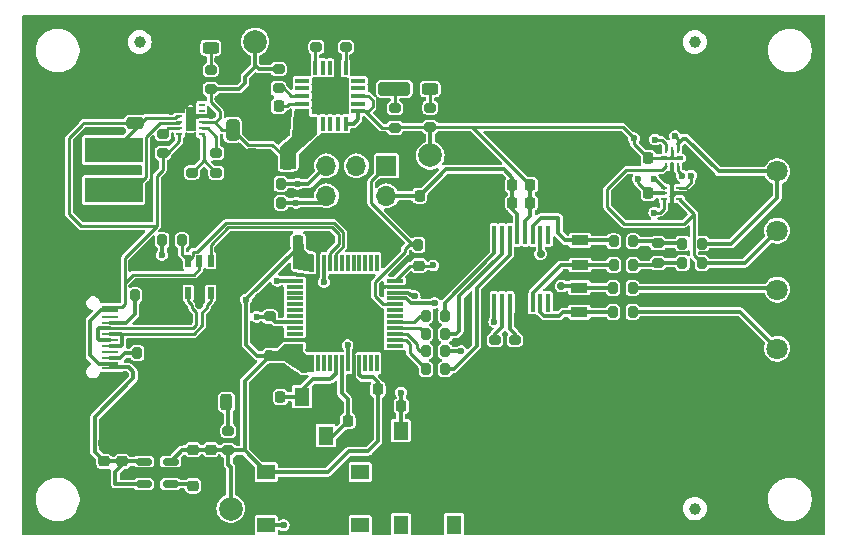
<source format=gbr>
%TF.GenerationSoftware,KiCad,Pcbnew,8.0.5*%
%TF.CreationDate,2024-10-07T09:03:38+02:00*%
%TF.ProjectId,ADC_Klipper_Board,4144435f-4b6c-4697-9070-65725f426f61,rev?*%
%TF.SameCoordinates,Original*%
%TF.FileFunction,Copper,L1,Top*%
%TF.FilePolarity,Positive*%
%FSLAX46Y46*%
G04 Gerber Fmt 4.6, Leading zero omitted, Abs format (unit mm)*
G04 Created by KiCad (PCBNEW 8.0.5) date 2024-10-07 09:03:38*
%MOMM*%
%LPD*%
G01*
G04 APERTURE LIST*
G04 Aperture macros list*
%AMRoundRect*
0 Rectangle with rounded corners*
0 $1 Rounding radius*
0 $2 $3 $4 $5 $6 $7 $8 $9 X,Y pos of 4 corners*
0 Add a 4 corners polygon primitive as box body*
4,1,4,$2,$3,$4,$5,$6,$7,$8,$9,$2,$3,0*
0 Add four circle primitives for the rounded corners*
1,1,$1+$1,$2,$3*
1,1,$1+$1,$4,$5*
1,1,$1+$1,$6,$7*
1,1,$1+$1,$8,$9*
0 Add four rect primitives between the rounded corners*
20,1,$1+$1,$2,$3,$4,$5,0*
20,1,$1+$1,$4,$5,$6,$7,0*
20,1,$1+$1,$6,$7,$8,$9,0*
20,1,$1+$1,$8,$9,$2,$3,0*%
G04 Aperture macros list end*
%TA.AperFunction,SMDPad,CuDef*%
%ADD10RoundRect,0.225000X0.225000X0.250000X-0.225000X0.250000X-0.225000X-0.250000X0.225000X-0.250000X0*%
%TD*%
%TA.AperFunction,SMDPad,CuDef*%
%ADD11RoundRect,0.200000X-0.275000X0.200000X-0.275000X-0.200000X0.275000X-0.200000X0.275000X0.200000X0*%
%TD*%
%TA.AperFunction,SMDPad,CuDef*%
%ADD12RoundRect,0.200000X0.200000X0.275000X-0.200000X0.275000X-0.200000X-0.275000X0.200000X-0.275000X0*%
%TD*%
%TA.AperFunction,SMDPad,CuDef*%
%ADD13RoundRect,0.200000X-0.200000X-0.275000X0.200000X-0.275000X0.200000X0.275000X-0.200000X0.275000X0*%
%TD*%
%TA.AperFunction,SMDPad,CuDef*%
%ADD14RoundRect,0.200000X0.275000X-0.200000X0.275000X0.200000X-0.275000X0.200000X-0.275000X-0.200000X0*%
%TD*%
%TA.AperFunction,SMDPad,CuDef*%
%ADD15RoundRect,0.225000X0.250000X-0.225000X0.250000X0.225000X-0.250000X0.225000X-0.250000X-0.225000X0*%
%TD*%
%TA.AperFunction,SMDPad,CuDef*%
%ADD16C,2.000000*%
%TD*%
%TA.AperFunction,SMDPad,CuDef*%
%ADD17RoundRect,0.225000X-0.250000X0.225000X-0.250000X-0.225000X0.250000X-0.225000X0.250000X0.225000X0*%
%TD*%
%TA.AperFunction,SMDPad,CuDef*%
%ADD18RoundRect,0.250000X-0.325000X-0.650000X0.325000X-0.650000X0.325000X0.650000X-0.325000X0.650000X0*%
%TD*%
%TA.AperFunction,SMDPad,CuDef*%
%ADD19R,0.249999X0.549999*%
%TD*%
%TA.AperFunction,SMDPad,CuDef*%
%ADD20R,0.200000X0.549999*%
%TD*%
%TA.AperFunction,SMDPad,CuDef*%
%ADD21R,0.599999X0.299999*%
%TD*%
%TA.AperFunction,SMDPad,CuDef*%
%ADD22RoundRect,0.225000X-0.225000X-0.250000X0.225000X-0.250000X0.225000X0.250000X-0.225000X0.250000X0*%
%TD*%
%TA.AperFunction,SMDPad,CuDef*%
%ADD23RoundRect,0.243750X-0.456250X0.243750X-0.456250X-0.243750X0.456250X-0.243750X0.456250X0.243750X0*%
%TD*%
%TA.AperFunction,SMDPad,CuDef*%
%ADD24C,1.000000*%
%TD*%
%TA.AperFunction,SMDPad,CuDef*%
%ADD25R,1.549400X1.295400*%
%TD*%
%TA.AperFunction,SMDPad,CuDef*%
%ADD26R,0.499999X0.249999*%
%TD*%
%TA.AperFunction,SMDPad,CuDef*%
%ADD27R,0.900001X2.000001*%
%TD*%
%TA.AperFunction,ComponentPad*%
%ADD28C,0.482600*%
%TD*%
%TA.AperFunction,SMDPad,CuDef*%
%ADD29R,0.549999X0.249999*%
%TD*%
%TA.AperFunction,SMDPad,CuDef*%
%ADD30R,0.549999X0.200000*%
%TD*%
%TA.AperFunction,SMDPad,CuDef*%
%ADD31R,0.299999X0.599999*%
%TD*%
%TA.AperFunction,SMDPad,CuDef*%
%ADD32RoundRect,0.051250X0.153750X-0.733750X0.153750X0.733750X-0.153750X0.733750X-0.153750X-0.733750X0*%
%TD*%
%TA.AperFunction,SMDPad,CuDef*%
%ADD33R,1.473200X0.863600*%
%TD*%
%TA.AperFunction,SMDPad,CuDef*%
%ADD34R,0.533400X0.685800*%
%TD*%
%TA.AperFunction,ComponentPad*%
%ADD35C,1.803400*%
%TD*%
%TA.AperFunction,SMDPad,CuDef*%
%ADD36R,0.558800X0.977900*%
%TD*%
%TA.AperFunction,SMDPad,CuDef*%
%ADD37R,0.300000X1.475000*%
%TD*%
%TA.AperFunction,SMDPad,CuDef*%
%ADD38R,1.475000X0.300000*%
%TD*%
%TA.AperFunction,SMDPad,CuDef*%
%ADD39R,4.900001X2.100000*%
%TD*%
%TA.AperFunction,SMDPad,CuDef*%
%ADD40RoundRect,0.250000X0.325000X0.650000X-0.325000X0.650000X-0.325000X-0.650000X0.325000X-0.650000X0*%
%TD*%
%TA.AperFunction,SMDPad,CuDef*%
%ADD41RoundRect,0.250000X1.100000X-0.325000X1.100000X0.325000X-1.100000X0.325000X-1.100000X-0.325000X0*%
%TD*%
%TA.AperFunction,SMDPad,CuDef*%
%ADD42R,1.450000X0.250000*%
%TD*%
%TA.AperFunction,SMDPad,CuDef*%
%ADD43R,1.450000X0.300000*%
%TD*%
%TA.AperFunction,ComponentPad*%
%ADD44RoundRect,0.500000X-0.600000X0.000010X-0.600000X-0.000010X0.600000X-0.000010X0.600000X0.000010X0*%
%TD*%
%TA.AperFunction,ComponentPad*%
%ADD45RoundRect,0.500000X-0.300000X0.000010X-0.300000X-0.000010X0.300000X-0.000010X0.300000X0.000010X0*%
%TD*%
%TA.AperFunction,SMDPad,CuDef*%
%ADD46R,1.295400X1.549400*%
%TD*%
%TA.AperFunction,ComponentPad*%
%ADD47R,1.700000X1.700000*%
%TD*%
%TA.AperFunction,ComponentPad*%
%ADD48O,1.700000X1.700000*%
%TD*%
%TA.AperFunction,SMDPad,CuDef*%
%ADD49R,1.300000X1.600000*%
%TD*%
%TA.AperFunction,SMDPad,CuDef*%
%ADD50RoundRect,0.150000X-0.512500X-0.150000X0.512500X-0.150000X0.512500X0.150000X-0.512500X0.150000X0*%
%TD*%
%TA.AperFunction,SMDPad,CuDef*%
%ADD51RoundRect,0.243750X-0.243750X-0.456250X0.243750X-0.456250X0.243750X0.456250X-0.243750X0.456250X0*%
%TD*%
%TA.AperFunction,SMDPad,CuDef*%
%ADD52R,1.207120X0.315831*%
%TD*%
%TA.AperFunction,SMDPad,CuDef*%
%ADD53R,0.315831X1.207120*%
%TD*%
%TA.AperFunction,SMDPad,CuDef*%
%ADD54R,3.149999X3.149999*%
%TD*%
%TA.AperFunction,SMDPad,CuDef*%
%ADD55RoundRect,0.250000X0.475000X-0.250000X0.475000X0.250000X-0.475000X0.250000X-0.475000X-0.250000X0*%
%TD*%
%TA.AperFunction,ViaPad*%
%ADD56C,0.600000*%
%TD*%
%TA.AperFunction,ViaPad*%
%ADD57C,0.700000*%
%TD*%
%TA.AperFunction,Conductor*%
%ADD58C,0.250000*%
%TD*%
%TA.AperFunction,Conductor*%
%ADD59C,0.350000*%
%TD*%
%TA.AperFunction,Conductor*%
%ADD60C,0.300000*%
%TD*%
%TA.AperFunction,Conductor*%
%ADD61C,0.242062*%
%TD*%
%TA.AperFunction,Conductor*%
%ADD62C,0.200000*%
%TD*%
%TA.AperFunction,Conductor*%
%ADD63C,0.600000*%
%TD*%
%TA.AperFunction,Conductor*%
%ADD64C,1.100000*%
%TD*%
%TA.AperFunction,Conductor*%
%ADD65C,0.400000*%
%TD*%
%TA.AperFunction,Conductor*%
%ADD66C,0.155000*%
%TD*%
%TA.AperFunction,Conductor*%
%ADD67C,0.482600*%
%TD*%
G04 APERTURE END LIST*
D10*
%TO.P,C14,1*%
%TO.N,+3V3*%
X124165000Y-85400000D03*
%TO.P,C14,2*%
%TO.N,GND*%
X122615000Y-85400000D03*
%TD*%
D11*
%TO.P,R2,1*%
%TO.N,Net-(U1-VOSNS)*%
X110490000Y-65415000D03*
%TO.P,R2,2*%
%TO.N,Net-(U1-FB)*%
X110490000Y-67065000D03*
%TD*%
D12*
%TO.P,R12,1*%
%TO.N,GND*%
X105250000Y-77450000D03*
%TO.P,R12,2*%
%TO.N,Net-(J1-CC1)*%
X103600000Y-77450000D03*
%TD*%
D10*
%TO.P,C11,1*%
%TO.N,GND*%
X123175000Y-88100000D03*
%TO.P,C11,2*%
%TO.N,HSE_OUT*%
X121625000Y-88100000D03*
%TD*%
D13*
%TO.P,R11,1*%
%TO.N,BOOT1*%
X127588000Y-73200001D03*
%TO.P,R11,2*%
%TO.N,GND*%
X129238000Y-73200001D03*
%TD*%
%TO.P,R23,1*%
%TO.N,SPI1_MOSI*%
X128215000Y-79175001D03*
%TO.P,R23,2*%
%TO.N,Net-(U4-DIN)*%
X129865000Y-79175001D03*
%TD*%
D14*
%TO.P,R1,1*%
%TO.N,+5V*%
X105950000Y-65410000D03*
%TO.P,R1,2*%
%TO.N,Net-(U1-ILIM)*%
X105950000Y-63760000D03*
%TD*%
D11*
%TO.P,R7,1*%
%TO.N,+5V5*%
X115750000Y-58275000D03*
%TO.P,R7,2*%
%TO.N,Net-(U3-EN)*%
X115750000Y-59925000D03*
%TD*%
D15*
%TO.P,C4,1*%
%TO.N,Net-(U2-BYP)*%
X108500000Y-93575000D03*
%TO.P,C4,2*%
%TO.N,GND*%
X108500000Y-92025000D03*
%TD*%
D16*
%TO.P,TP2,1,1*%
%TO.N,+5V_LN*%
X128600000Y-65600000D03*
%TD*%
D17*
%TO.P,C16,1*%
%TO.N,+3V3*%
X127638000Y-74925001D03*
%TO.P,C16,2*%
%TO.N,GND*%
X127638000Y-76475001D03*
%TD*%
D11*
%TO.P,R3,1*%
%TO.N,GND*%
X108400000Y-65400000D03*
%TO.P,R3,2*%
%TO.N,Net-(U1-FB)*%
X108400000Y-67050000D03*
%TD*%
D18*
%TO.P,C7,1*%
%TO.N,+5V5*%
X111860000Y-63420000D03*
%TO.P,C7,2*%
%TO.N,GND*%
X114810000Y-63420000D03*
%TD*%
D19*
%TO.P,U5,1,NO1*%
%TO.N,AC_EXC0*%
X149559998Y-65182500D03*
D20*
%TO.P,U5,2,V+*%
%TO.N,+5V_LN*%
X149059999Y-65182500D03*
D19*
%TO.P,U5,3,IN1*%
%TO.N,EXC0*%
X148560000Y-65182500D03*
D21*
%TO.P,U5,4,COM2*%
%TO.N,+5V_LN*%
X148409998Y-65832501D03*
D19*
%TO.P,U5,5,NO2*%
%TO.N,AC_EXC1*%
X148560000Y-66482502D03*
D20*
%TO.P,U5,6,GND*%
%TO.N,GND*%
X149059999Y-66482502D03*
D19*
%TO.P,U5,7,IN2*%
%TO.N,EXC1*%
X149559998Y-66482502D03*
D21*
%TO.P,U5,8,COM1*%
%TO.N,+5V_LN*%
X149710000Y-65832501D03*
%TD*%
D10*
%TO.P,C15,1*%
%TO.N,GND*%
X127687002Y-86850000D03*
%TO.P,C15,2*%
%TO.N,STM_RST*%
X126137002Y-86850000D03*
%TD*%
D22*
%TO.P,C17,1*%
%TO.N,+3V3*%
X117375000Y-72860000D03*
%TO.P,C17,2*%
%TO.N,GND*%
X118925000Y-72860000D03*
%TD*%
D13*
%TO.P,R29,1*%
%TO.N,AIN1*%
X144078401Y-78841599D03*
%TO.P,R29,2*%
%TO.N,Net-(J3-Pad4)*%
X145728401Y-78841599D03*
%TD*%
D23*
%TO.P,D3,1,K*%
%TO.N,GND*%
X110000000Y-54625000D03*
%TO.P,D3,2,A*%
%TO.N,Net-(D3-A)*%
X110000000Y-56500000D03*
%TD*%
D14*
%TO.P,R8,1*%
%TO.N,Net-(U3-0P4V)*%
X118960000Y-56400001D03*
%TO.P,R8,2*%
%TO.N,GND*%
X118960000Y-54750001D03*
%TD*%
D13*
%TO.P,R17,1*%
%TO.N,GND*%
X114300000Y-69600000D03*
%TO.P,R17,2*%
%TO.N,SWCLK*%
X115950000Y-69600000D03*
%TD*%
D14*
%TO.P,R6,1*%
%TO.N,+5V5*%
X110000000Y-60000000D03*
%TO.P,R6,2*%
%TO.N,Net-(D3-A)*%
X110000000Y-58350000D03*
%TD*%
D15*
%TO.P,C3,1*%
%TO.N,+5V*%
X102500000Y-91500000D03*
%TO.P,C3,2*%
%TO.N,GND*%
X102500000Y-89950000D03*
%TD*%
D10*
%TO.P,C18,1*%
%TO.N,GND*%
X129250000Y-69000000D03*
%TO.P,C18,2*%
%TO.N,+3V3*%
X127700000Y-69000000D03*
%TD*%
D13*
%TO.P,R28,1*%
%TO.N,AIN0*%
X144078401Y-76841599D03*
%TO.P,R28,2*%
%TO.N,Net-(J3-Pad3)*%
X145728401Y-76841599D03*
%TD*%
D24*
%TO.P,FID3,*%
%TO.N,*%
X151000000Y-56000000D03*
%TD*%
D13*
%TO.P,R20,1*%
%TO.N,DRDY*%
X128215000Y-83700001D03*
%TO.P,R20,2*%
%TO.N,Net-(U4-~{DRDY})*%
X129865000Y-83700001D03*
%TD*%
D16*
%TO.P,TP1,1,1*%
%TO.N,+5V5*%
X113760000Y-55980000D03*
%TD*%
D22*
%TO.P,C22,1*%
%TO.N,+5V_LN*%
X137050000Y-69620000D03*
%TO.P,C22,2*%
%TO.N,GND*%
X138600000Y-69620000D03*
%TD*%
D12*
%TO.P,R13,1*%
%TO.N,GND*%
X105445000Y-82340000D03*
%TO.P,R13,2*%
%TO.N,Net-(J1-CC2)*%
X103795000Y-82340000D03*
%TD*%
D25*
%TO.P,S2,1*%
%TO.N,+3V3*%
X114712004Y-92411998D03*
%TO.P,S2,2*%
%TO.N,unconnected-(S2-Pad2)*%
X122662000Y-92411998D03*
%TO.P,S2,3*%
%TO.N,STM_BOOT0*%
X114712004Y-96912000D03*
%TO.P,S2,4*%
%TO.N,unconnected-(S2-Pad4)*%
X122662000Y-96912000D03*
%TD*%
D14*
%TO.P,R9,1*%
%TO.N,Net-(U3-3P2V)*%
X121460000Y-56400001D03*
%TO.P,R9,2*%
%TO.N,GND*%
X121460000Y-54750001D03*
%TD*%
D10*
%TO.P,C21,1*%
%TO.N,+5V_LN*%
X147070000Y-68820000D03*
%TO.P,C21,2*%
%TO.N,GND*%
X145520000Y-68820000D03*
%TD*%
D26*
%TO.P,U1,1,LVI1*%
%TO.N,GND*%
X107350002Y-61299999D03*
%TO.P,U1,2,LVI2*%
X107350002Y-61800001D03*
%TO.P,U1,3,VIN*%
%TO.N,+5V*%
X107350002Y-62299999D03*
%TO.P,U1,4,SW*%
%TO.N,Net-(U1-SW)*%
X107350002Y-62799999D03*
%TO.P,U1,5,ILIM*%
%TO.N,Net-(U1-ILIM)*%
X107350002Y-63300000D03*
%TO.P,U1,6,EN*%
%TO.N,+5V*%
X107350002Y-63799999D03*
%TO.P,U1,7,FB*%
%TO.N,Net-(U1-FB)*%
X109250001Y-63799999D03*
%TO.P,U1,8,VOSNS*%
%TO.N,Net-(U1-VOSNS)*%
X109250001Y-63300000D03*
%TO.P,U1,9,VOUT*%
%TO.N,+5V5*%
X109250001Y-62799999D03*
%TO.P,U1,10,GND*%
%TO.N,GND*%
X109250001Y-62299999D03*
%TO.P,U1,11,HVO2*%
%TO.N,unconnected-(U1-HVO2-Pad11)*%
X109250001Y-61800001D03*
%TO.P,U1,12,HVO1*%
%TO.N,unconnected-(U1-HVO1-Pad12)*%
X109250001Y-61299999D03*
D27*
%TO.P,U1,13,PAD*%
%TO.N,GND*%
X108300003Y-62549999D03*
D28*
%TO.P,U1,V*%
%TO.N,N/C*%
X108300000Y-61799998D03*
X108300000Y-62549999D03*
X108300000Y-63300000D03*
%TD*%
D16*
%TO.P,TP3,1,1*%
%TO.N,+3V3*%
X111700000Y-95500000D03*
%TD*%
D12*
%TO.P,R26,1*%
%TO.N,Net-(R26-Pad1)*%
X145770000Y-74880000D03*
%TO.P,R26,2*%
%TO.N,REF0-*%
X144120000Y-74880000D03*
%TD*%
D29*
%TO.P,U6,1,NO1*%
%TO.N,AC_EXC0*%
X148395000Y-68320001D03*
D30*
%TO.P,U6,2,V+*%
%TO.N,+5V_LN*%
X148395000Y-68820000D03*
D29*
%TO.P,U6,3,IN1*%
%TO.N,EXC1*%
X148395000Y-69319999D03*
D31*
%TO.P,U6,4,COM2*%
%TO.N,GND*%
X149045001Y-69470001D03*
D29*
%TO.P,U6,5,NO2*%
%TO.N,AC_EXC1*%
X149695002Y-69319999D03*
D30*
%TO.P,U6,6,GND*%
%TO.N,GND*%
X149695002Y-68820000D03*
D29*
%TO.P,U6,7,IN2*%
%TO.N,EXC0*%
X149695002Y-68320001D03*
D31*
%TO.P,U6,8,COM1*%
%TO.N,GND*%
X149045001Y-68169999D03*
%TD*%
D32*
%TO.P,U4,1,SCLK*%
%TO.N,Net-(U4-SCLK)*%
X134025000Y-78070000D03*
%TO.P,U4,2,~{CS}*%
%TO.N,Net-(U4-~{CS})*%
X134675000Y-78070000D03*
%TO.P,U4,3,CLK*%
%TO.N,Net-(U4-CLK)*%
X135325000Y-78070000D03*
%TO.P,U4,4,DGND*%
%TO.N,GND*%
X135975000Y-78070000D03*
%TO.P,U4,5,AVSS*%
X136625000Y-78070000D03*
%TO.P,U4,6,AIN3/REFN1*%
%TO.N,REF0-*%
X137275000Y-78070000D03*
%TO.P,U4,7,AIN2*%
%TO.N,AIN1*%
X137925000Y-78070000D03*
%TO.P,U4,8,REFN0*%
%TO.N,unconnected-(U4-REFN0-Pad8)*%
X138575000Y-78070000D03*
%TO.P,U4,9,REFP0*%
%TO.N,unconnected-(U4-REFP0-Pad9)*%
X138575000Y-72330000D03*
%TO.P,U4,10,AIN1*%
%TO.N,AIN0*%
X137925000Y-72330000D03*
%TO.P,U4,11,AIN0/REFP1*%
%TO.N,REF0+*%
X137275000Y-72330000D03*
%TO.P,U4,12,AVDD*%
%TO.N,+5V_LN*%
X136625000Y-72330000D03*
%TO.P,U4,13,DVDD*%
%TO.N,+3V3*%
X135975000Y-72330000D03*
%TO.P,U4,14,~{DRDY}*%
%TO.N,Net-(U4-~{DRDY})*%
X135325000Y-72330000D03*
%TO.P,U4,15,DOUT/~{DRDY}*%
%TO.N,Net-(U4-DOUT{slash}~{DRDY})*%
X134675000Y-72330000D03*
%TO.P,U4,16,DIN*%
%TO.N,Net-(U4-DIN)*%
X134025000Y-72330000D03*
%TD*%
D22*
%TO.P,C13,1*%
%TO.N,GND*%
X114363000Y-86050001D03*
%TO.P,C13,2*%
%TO.N,HSE_IN*%
X115913000Y-86050001D03*
%TD*%
D10*
%TO.P,C25,1*%
%TO.N,+3V3*%
X135550000Y-68120000D03*
%TO.P,C25,2*%
%TO.N,GND*%
X134000000Y-68120000D03*
%TD*%
D33*
%TO.P,U8,1*%
%TO.N,AIN1*%
X141227901Y-78870000D03*
%TO.P,U8,2*%
%TO.N,AIN0*%
X141227901Y-76787200D03*
D34*
%TO.P,U8,3*%
%TO.N,GND*%
X140402401Y-77828600D03*
%TO.P,U8,4*%
X142053401Y-77828600D03*
%TD*%
D14*
%TO.P,R4,1*%
%TO.N,+3V3*%
X111500000Y-90575000D03*
%TO.P,R4,2*%
%TO.N,Net-(D1-A)*%
X111500000Y-88925000D03*
%TD*%
D12*
%TO.P,R14,1*%
%TO.N,USB_Dn*%
X107565000Y-72790000D03*
%TO.P,R14,2*%
%TO.N,+3V3*%
X105915000Y-72790000D03*
%TD*%
%TO.P,R25,1*%
%TO.N,Net-(R25-Pad1)*%
X145770000Y-72880000D03*
%TO.P,R25,2*%
%TO.N,REF0+*%
X144120000Y-72880000D03*
%TD*%
D35*
%TO.P,J3,1,1*%
%TO.N,AC_EXC0*%
X157975000Y-66962500D03*
%TO.P,J3,2,2*%
%TO.N,AC_EXC1*%
X157975000Y-71962500D03*
%TO.P,J3,3,3*%
%TO.N,Net-(J3-Pad3)*%
X157975000Y-76962500D03*
%TO.P,J3,4,4*%
%TO.N,Net-(J3-Pad4)*%
X157975000Y-81962501D03*
%TO.P,J3,5,5*%
%TO.N,GND*%
X157975000Y-86962501D03*
%TD*%
D15*
%TO.P,C6,1*%
%TO.N,+3V3*%
X110000000Y-90525000D03*
%TO.P,C6,2*%
%TO.N,GND*%
X110000000Y-88975000D03*
%TD*%
D24*
%TO.P,FID2,*%
%TO.N,*%
X151000000Y-95500000D03*
%TD*%
D36*
%TO.P,CR1,1,1*%
%TO.N,/USB_D-*%
X108099998Y-77230500D03*
%TO.P,CR1,2,2*%
%TO.N,GND*%
X109049999Y-77230500D03*
%TO.P,CR1,3,3*%
%TO.N,/USB_D+*%
X110000000Y-77230500D03*
%TO.P,CR1,4,4*%
%TO.N,USB_Dp*%
X110000000Y-74500000D03*
%TO.P,CR1,5,5*%
%TO.N,+5V*%
X109049999Y-74500000D03*
%TO.P,CR1,6,6*%
%TO.N,USB_Dn*%
X108099998Y-74500000D03*
%TD*%
D23*
%TO.P,D2,1,K*%
%TO.N,GND*%
X128600000Y-58100000D03*
%TO.P,D2,2,A*%
%TO.N,Net-(D2-A)*%
X128600000Y-59975000D03*
%TD*%
D10*
%TO.P,C9,1*%
%TO.N,Net-(U3-NR)*%
X115750000Y-61425000D03*
%TO.P,C9,2*%
%TO.N,GND*%
X114200000Y-61425000D03*
%TD*%
D33*
%TO.P,U7,1*%
%TO.N,REF0-*%
X141270000Y-74880000D03*
%TO.P,U7,2*%
%TO.N,REF0+*%
X141270000Y-72797200D03*
D34*
%TO.P,U7,3*%
%TO.N,GND*%
X140444500Y-73838600D03*
%TO.P,U7,4*%
X142095500Y-73838600D03*
%TD*%
D15*
%TO.P,C12,1*%
%TO.N,+3V3*%
X115013000Y-82550001D03*
%TO.P,C12,2*%
%TO.N,GND*%
X115013000Y-81000001D03*
%TD*%
D37*
%TO.P,IC1,1,VBAT*%
%TO.N,+3V3*%
X118600000Y-83200000D03*
%TO.P,IC1,2,PC13-TAMPER-RTC*%
%TO.N,unconnected-(IC1-PC13-TAMPER-RTC-Pad2)*%
X119100000Y-83200000D03*
%TO.P,IC1,3,PC14-_OSC32_IN*%
%TO.N,unconnected-(IC1-PC14-_OSC32_IN-Pad3)*%
X119600000Y-83200000D03*
%TO.P,IC1,4,PC15-_OSC32_OUT*%
%TO.N,unconnected-(IC1-PC15-_OSC32_OUT-Pad4)*%
X120100000Y-83200000D03*
%TO.P,IC1,5,PD0-OSC_IN*%
%TO.N,HSE_IN*%
X120600000Y-83200000D03*
%TO.P,IC1,6,PD1-OSC_OUT*%
%TO.N,HSE_OUT*%
X121100000Y-83200000D03*
%TO.P,IC1,7,NRST*%
%TO.N,STM_RST*%
X121600000Y-83200000D03*
%TO.P,IC1,8,VSSA*%
%TO.N,GND*%
X122100000Y-83200000D03*
%TO.P,IC1,9,VDDA*%
%TO.N,+3V3*%
X122600000Y-83200000D03*
%TO.P,IC1,10,PA0-WKUP*%
%TO.N,unconnected-(IC1-PA0-WKUP-Pad10)*%
X123100000Y-83200000D03*
%TO.P,IC1,11,PA1*%
%TO.N,unconnected-(IC1-PA1-Pad11)*%
X123600000Y-83200000D03*
%TO.P,IC1,12,PA2*%
%TO.N,unconnected-(IC1-PA2-Pad12)*%
X124100000Y-83200000D03*
D38*
%TO.P,IC1,13,PA3*%
%TO.N,unconnected-(IC1-PA3-Pad13)*%
X125588000Y-81712000D03*
%TO.P,IC1,14,PA4*%
%TO.N,DRDY*%
X125588000Y-81212000D03*
%TO.P,IC1,15,PA5*%
%TO.N,SPI1_SCK*%
X125588000Y-80712000D03*
%TO.P,IC1,16,PA6*%
%TO.N,SPI1_MISO*%
X125588000Y-80212000D03*
%TO.P,IC1,17,PA7*%
%TO.N,SPI1_MOSI*%
X125588000Y-79712000D03*
%TO.P,IC1,18,PB0*%
%TO.N,unconnected-(IC1-PB0-Pad18)*%
X125588000Y-79212000D03*
%TO.P,IC1,19,PB1*%
%TO.N,unconnected-(IC1-PB1-Pad19)*%
X125588000Y-78712000D03*
%TO.P,IC1,20,PB2*%
%TO.N,BOOT1*%
X125588000Y-78212000D03*
%TO.P,IC1,21,PB10*%
%TO.N,EXC0*%
X125588000Y-77712000D03*
%TO.P,IC1,22,PB11*%
%TO.N,EXC1*%
X125588000Y-77212000D03*
%TO.P,IC1,23,VSS_1*%
%TO.N,GND*%
X125588000Y-76712000D03*
%TO.P,IC1,24,VDD_1*%
%TO.N,+3V3*%
X125588000Y-76212000D03*
D37*
%TO.P,IC1,25,PB12*%
%TO.N,unconnected-(IC1-PB12-Pad25)*%
X124100000Y-74724000D03*
%TO.P,IC1,26,PB13*%
%TO.N,unconnected-(IC1-PB13-Pad26)*%
X123600000Y-74724000D03*
%TO.P,IC1,27,PB14*%
%TO.N,unconnected-(IC1-PB14-Pad27)*%
X123100000Y-74724000D03*
%TO.P,IC1,28,PB15*%
%TO.N,unconnected-(IC1-PB15-Pad28)*%
X122600000Y-74724000D03*
%TO.P,IC1,29,PA8*%
%TO.N,unconnected-(IC1-PA8-Pad29)*%
X122100000Y-74724000D03*
%TO.P,IC1,30,PA9*%
%TO.N,unconnected-(IC1-PA9-Pad30)*%
X121600000Y-74724000D03*
%TO.P,IC1,31,PA10*%
%TO.N,unconnected-(IC1-PA10-Pad31)*%
X121100000Y-74724000D03*
%TO.P,IC1,32,PA11*%
%TO.N,USB_Dn*%
X120600000Y-74724000D03*
%TO.P,IC1,33,PA12*%
%TO.N,USB_Dp*%
X120100000Y-74724000D03*
%TO.P,IC1,34,PA13*%
%TO.N,SWDIO*%
X119600000Y-74724000D03*
%TO.P,IC1,35,VSS_2*%
%TO.N,GND*%
X119100000Y-74724000D03*
%TO.P,IC1,36,VDD_2*%
%TO.N,+3V3*%
X118600000Y-74724000D03*
D38*
%TO.P,IC1,37,PA14*%
%TO.N,SWCLK*%
X117112000Y-76212000D03*
%TO.P,IC1,38,PA15*%
%TO.N,unconnected-(IC1-PA15-Pad38)*%
X117112000Y-76712000D03*
%TO.P,IC1,39,PB3*%
%TO.N,unconnected-(IC1-PB3-Pad39)*%
X117112000Y-77212000D03*
%TO.P,IC1,40,PB4*%
%TO.N,unconnected-(IC1-PB4-Pad40)*%
X117112000Y-77712000D03*
%TO.P,IC1,41,PB5*%
%TO.N,unconnected-(IC1-PB5-Pad41)*%
X117112000Y-78212000D03*
%TO.P,IC1,42,PB6*%
%TO.N,unconnected-(IC1-PB6-Pad42)*%
X117112000Y-78712000D03*
%TO.P,IC1,43,PB7*%
%TO.N,unconnected-(IC1-PB7-Pad43)*%
X117112000Y-79212000D03*
%TO.P,IC1,44,BOOT0*%
%TO.N,STM_BOOT0*%
X117112000Y-79712000D03*
%TO.P,IC1,45,PB8*%
%TO.N,unconnected-(IC1-PB8-Pad45)*%
X117112000Y-80212000D03*
%TO.P,IC1,46,PB9*%
%TO.N,unconnected-(IC1-PB9-Pad46)*%
X117112000Y-80712000D03*
%TO.P,IC1,47,VSS_3*%
%TO.N,GND*%
X117112000Y-81212000D03*
%TO.P,IC1,48,VDD_3*%
%TO.N,+3V3*%
X117112000Y-81712000D03*
%TD*%
D39*
%TO.P,L1,1,1*%
%TO.N,+5V*%
X101780000Y-65140000D03*
%TO.P,L1,2,2*%
%TO.N,Net-(U1-SW)*%
X101780000Y-68540000D03*
%TD*%
D15*
%TO.P,C5,1*%
%TO.N,+3V3*%
X108500000Y-90525000D03*
%TO.P,C5,2*%
%TO.N,GND*%
X108500000Y-88975000D03*
%TD*%
D40*
%TO.P,C8,1*%
%TO.N,+5V5*%
X116455000Y-65920000D03*
%TO.P,C8,2*%
%TO.N,GND*%
X113505000Y-65920000D03*
%TD*%
D15*
%TO.P,C2,1*%
%TO.N,+5V*%
X101000000Y-91500000D03*
%TO.P,C2,2*%
%TO.N,GND*%
X101000000Y-89950000D03*
%TD*%
D41*
%TO.P,C10,1*%
%TO.N,Net-(C10-Pad1)*%
X125560000Y-59965001D03*
%TO.P,C10,2*%
%TO.N,GND*%
X125560000Y-57015001D03*
%TD*%
D22*
%TO.P,C23,1*%
%TO.N,+5V_LN*%
X137050000Y-68120000D03*
%TO.P,C23,2*%
%TO.N,GND*%
X138600000Y-68120000D03*
%TD*%
D13*
%TO.P,R22,1*%
%TO.N,SPI1_MISO*%
X128227000Y-80700000D03*
%TO.P,R22,2*%
%TO.N,Net-(U4-DOUT{slash}~{DRDY})*%
X129877000Y-80700000D03*
%TD*%
D10*
%TO.P,C24,1*%
%TO.N,+3V3*%
X135550000Y-69620000D03*
%TO.P,C24,2*%
%TO.N,GND*%
X134000000Y-69620000D03*
%TD*%
D14*
%TO.P,R21,1*%
%TO.N,GND*%
X134075000Y-82887500D03*
%TO.P,R21,2*%
%TO.N,Net-(U4-~{CS})*%
X134075000Y-81237500D03*
%TD*%
D42*
%TO.P,J1,A1,GND*%
%TO.N,GND*%
X101500000Y-77625000D03*
%TO.P,J1,A4,VBUS*%
%TO.N,+5V*%
X101500000Y-78425000D03*
%TO.P,J1,A5,CC1*%
%TO.N,Net-(J1-CC1)*%
X101500000Y-79750000D03*
%TO.P,J1,A6,D+*%
%TO.N,/USB_D+*%
X101500000Y-80750000D03*
%TO.P,J1,A7,D-*%
%TO.N,/USB_D-*%
X101500000Y-81250000D03*
%TO.P,J1,A8,SBU1*%
%TO.N,unconnected-(J1-SBU1-PadA8)*%
X101500000Y-82250000D03*
%TO.P,J1,A9,VBUS*%
%TO.N,+5V*%
X101500000Y-83575000D03*
%TO.P,J1,A12,GND*%
%TO.N,GND*%
X101500000Y-84375000D03*
D43*
%TO.P,J1,B1,GND*%
X101500000Y-84100000D03*
%TO.P,J1,B4,VBUS*%
%TO.N,+5V*%
X101500000Y-83300000D03*
D42*
%TO.P,J1,B5,CC2*%
%TO.N,Net-(J1-CC2)*%
X101500000Y-82750000D03*
%TO.P,J1,B6,D+*%
%TO.N,/USB_D+*%
X101500000Y-81750000D03*
%TO.P,J1,B7,D-*%
%TO.N,/USB_D-*%
X101500000Y-80250000D03*
%TO.P,J1,B8,SBU2*%
%TO.N,unconnected-(J1-SBU2-PadB8)*%
X101500000Y-79250000D03*
D43*
%TO.P,J1,B9,VBUS*%
%TO.N,+5V*%
X101500000Y-78700000D03*
%TO.P,J1,B12,GND*%
%TO.N,GND*%
X101500000Y-77900000D03*
D44*
%TO.P,J1,S1,SHIELD*%
X100580000Y-76680000D03*
D45*
X96400000Y-76680000D03*
D44*
X100580000Y-85320000D03*
D45*
X96400000Y-85320000D03*
%TD*%
D14*
%TO.P,R5,1*%
%TO.N,+5V_LN*%
X128600000Y-63200000D03*
%TO.P,R5,2*%
%TO.N,Net-(D2-A)*%
X128600000Y-61550000D03*
%TD*%
D46*
%TO.P,S1,1*%
%TO.N,GND*%
X130600002Y-88900000D03*
%TO.P,S1,2*%
%TO.N,unconnected-(S1-Pad2)*%
X130600002Y-96849996D03*
%TO.P,S1,3*%
%TO.N,STM_RST*%
X126100000Y-88900000D03*
%TO.P,S1,4*%
%TO.N,unconnected-(S1-Pad4)*%
X126100000Y-96849996D03*
%TD*%
D14*
%TO.P,R19,1*%
%TO.N,STM_BOOT0*%
X115012000Y-79237000D03*
%TO.P,R19,2*%
%TO.N,GND*%
X115012000Y-77587000D03*
%TD*%
D47*
%TO.P,J2,1,Pin_1*%
%TO.N,BOOT1*%
X124880000Y-66488001D03*
D48*
%TO.P,J2,2,Pin_2*%
%TO.N,+3V3*%
X124880000Y-69028001D03*
%TO.P,J2,3,Pin_3*%
%TO.N,STM_RST*%
X122340000Y-66488001D03*
%TO.P,J2,4,Pin_4*%
%TO.N,GND*%
X122340000Y-69028001D03*
%TO.P,J2,5,Pin_5*%
%TO.N,SWDIO*%
X119800000Y-66488001D03*
%TO.P,J2,6,Pin_6*%
%TO.N,SWCLK*%
X119800000Y-69028001D03*
%TD*%
D49*
%TO.P,Y1,4,4*%
%TO.N,GND*%
X117738000Y-89325001D03*
%TO.P,Y1,3,3*%
%TO.N,HSE_IN*%
X117738000Y-86025001D03*
%TO.P,Y1,2,2*%
%TO.N,GND*%
X119738000Y-86025001D03*
%TO.P,Y1,1,1*%
%TO.N,HSE_OUT*%
X119738000Y-89325001D03*
%TD*%
D50*
%TO.P,U2,1,VIN*%
%TO.N,+5V*%
X104327500Y-91520000D03*
%TO.P,U2,2,GND*%
%TO.N,GND*%
X104327500Y-92470000D03*
%TO.P,U2,3,INH*%
%TO.N,+5V*%
X104327500Y-93420000D03*
%TO.P,U2,4,BYP*%
%TO.N,Net-(U2-BYP)*%
X106602500Y-93420000D03*
%TO.P,U2,5,VOUT*%
%TO.N,+3V3*%
X106602500Y-91520000D03*
%TD*%
D12*
%TO.P,R18,1*%
%TO.N,SWDIO*%
X115925000Y-68000000D03*
%TO.P,R18,2*%
%TO.N,GND*%
X114275000Y-68000000D03*
%TD*%
D11*
%TO.P,R27,1*%
%TO.N,Net-(R25-Pad1)*%
X147870000Y-73045000D03*
%TO.P,R27,2*%
%TO.N,Net-(R26-Pad1)*%
X147870000Y-74695000D03*
%TD*%
D13*
%TO.P,R24,1*%
%TO.N,SPI1_SCK*%
X128215000Y-82180001D03*
%TO.P,R24,2*%
%TO.N,Net-(U4-SCLK)*%
X129865000Y-82180001D03*
%TD*%
D12*
%TO.P,R30,1*%
%TO.N,AC_EXC0*%
X151595000Y-73060000D03*
%TO.P,R30,2*%
%TO.N,Net-(R25-Pad1)*%
X149945000Y-73060000D03*
%TD*%
%TO.P,R31,1*%
%TO.N,AC_EXC1*%
X151595000Y-74720000D03*
%TO.P,R31,2*%
%TO.N,Net-(R26-Pad1)*%
X149945000Y-74720000D03*
%TD*%
D51*
%TO.P,D1,1,K*%
%TO.N,GND*%
X109462500Y-86500000D03*
%TO.P,D1,2,A*%
%TO.N,Net-(D1-A)*%
X111337500Y-86500000D03*
%TD*%
D52*
%TO.P,U3,1,OUT*%
%TO.N,+5V_LN*%
X122500550Y-61865001D03*
%TO.P,U3,2,NC*%
%TO.N,unconnected-(U3-NC-Pad2)*%
X122500550Y-61215000D03*
%TO.P,U3,3,SENSE_FB*%
%TO.N,+5V_LN*%
X122500550Y-60565001D03*
%TO.P,U3,4,6P4V2*%
%TO.N,unconnected-(U3-6P4V2-Pad4)*%
X122500550Y-59915000D03*
%TO.P,U3,5,6P4V1*%
%TO.N,unconnected-(U3-6P4V1-Pad5)*%
X122500550Y-59265001D03*
D53*
%TO.P,U3,6,3P2V*%
%TO.N,Net-(U3-3P2V)*%
X121425000Y-58189451D03*
%TO.P,U3,7,GND*%
%TO.N,GND*%
X120774999Y-58189451D03*
%TO.P,U3,8,1P6V*%
%TO.N,unconnected-(U3-1P6V-Pad8)*%
X120125000Y-58189451D03*
%TO.P,U3,9,0P8V*%
%TO.N,unconnected-(U3-0P8V-Pad9)*%
X119474999Y-58189451D03*
%TO.P,U3,10,0P4V*%
%TO.N,Net-(U3-0P4V)*%
X118825000Y-58189451D03*
D52*
%TO.P,U3,11,0P2V*%
%TO.N,unconnected-(U3-0P2V-Pad11)*%
X117749450Y-59265001D03*
%TO.P,U3,12,0P1V*%
%TO.N,unconnected-(U3-0P1V-Pad12)*%
X117749450Y-59915000D03*
%TO.P,U3,13,EN*%
%TO.N,Net-(U3-EN)*%
X117749450Y-60565001D03*
%TO.P,U3,14,NR*%
%TO.N,Net-(U3-NR)*%
X117749450Y-61215000D03*
%TO.P,U3,15,IN*%
%TO.N,+5V5*%
X117749450Y-61865001D03*
D53*
%TO.P,U3,16,IN*%
X118825000Y-62940551D03*
%TO.P,U3,17,NC*%
%TO.N,unconnected-(U3-NC-Pad17)*%
X119474999Y-62940551D03*
%TO.P,U3,18,NC*%
%TO.N,unconnected-(U3-NC-Pad18)*%
X120125000Y-62940551D03*
%TO.P,U3,19,NC*%
%TO.N,unconnected-(U3-NC-Pad19)*%
X120774999Y-62940551D03*
%TO.P,U3,20,OUT*%
%TO.N,+5V_LN*%
X121425000Y-62940551D03*
D54*
%TO.P,U3,21,Thermal_Pad*%
%TO.N,GND*%
X120125000Y-60565001D03*
%TD*%
D14*
%TO.P,R10,1*%
%TO.N,+5V_LN*%
X125600000Y-63250000D03*
%TO.P,R10,2*%
%TO.N,Net-(C10-Pad1)*%
X125600000Y-61600000D03*
%TD*%
D10*
%TO.P,C20,1*%
%TO.N,+5V_LN*%
X147060000Y-65832501D03*
%TO.P,C20,2*%
%TO.N,GND*%
X145510000Y-65832501D03*
%TD*%
D55*
%TO.P,C1,1*%
%TO.N,+5V*%
X103600000Y-62850000D03*
%TO.P,C1,2*%
%TO.N,GND*%
X103600000Y-60950000D03*
%TD*%
D14*
%TO.P,R33,1*%
%TO.N,GND*%
X135750000Y-82887501D03*
%TO.P,R33,2*%
%TO.N,Net-(U4-CLK)*%
X135750000Y-81237501D03*
%TD*%
D24*
%TO.P,FID1,*%
%TO.N,*%
X104000000Y-56000000D03*
%TD*%
D56*
%TO.N,+3V3*%
X128840000Y-74920000D03*
X105865000Y-74017500D03*
X112990000Y-77810000D03*
%TO.N,STM_RST*%
X126130000Y-85690000D03*
X121590000Y-81660000D03*
%TO.N,STM_BOOT0*%
X113900000Y-79250000D03*
X116180000Y-96900000D03*
%TO.N,SWDIO*%
X117360000Y-68010000D03*
X119600000Y-76320000D03*
%TO.N,SWCLK*%
X117250000Y-69600000D03*
X115650000Y-76230000D03*
%TO.N,AC_EXC0*%
X149330000Y-63960000D03*
X147500000Y-67580000D03*
%TO.N,Net-(U4-SCLK)*%
X134020000Y-79670000D03*
X131200000Y-82170000D03*
D57*
%TO.N,AIN0*%
X137930000Y-73930000D03*
X139690000Y-76650000D03*
%TO.N,GND*%
X119080000Y-80710000D03*
X144550000Y-68757499D03*
X118738000Y-87675001D03*
X121310000Y-78990000D03*
X138430000Y-64770000D03*
X132955000Y-69600000D03*
X142240000Y-55880000D03*
X154940000Y-81280000D03*
X123060000Y-77320000D03*
X139595000Y-68150000D03*
X147320000Y-86360000D03*
X109050000Y-78245000D03*
X112295000Y-65950000D03*
X119080000Y-77320000D03*
X122630000Y-86515000D03*
X109220000Y-96520000D03*
X119150000Y-61510000D03*
X128690000Y-86790000D03*
X103205000Y-92500000D03*
X106680000Y-55880000D03*
X113255000Y-68000000D03*
X152400000Y-86360000D03*
X102500000Y-89005000D03*
X130195000Y-69000000D03*
X96520000Y-73660000D03*
X101600000Y-73660000D03*
X115960000Y-63420000D03*
X143145000Y-73850000D03*
X109495000Y-92000000D03*
X132080000Y-55880000D03*
X108500000Y-88005000D03*
X102000000Y-76570000D03*
X106650000Y-60950000D03*
X114200000Y-60400000D03*
X104140000Y-96520000D03*
X96520000Y-71120000D03*
X110000000Y-62160000D03*
X146390000Y-63050000D03*
X143073402Y-77841599D03*
X161290000Y-67310000D03*
X134620000Y-86360000D03*
X147320000Y-91440000D03*
X110490000Y-81280000D03*
X149045000Y-67290000D03*
X134620000Y-91440000D03*
X157480000Y-91440000D03*
X111245000Y-54600000D03*
X119180000Y-60565001D03*
X147320000Y-60960000D03*
X96520000Y-66040000D03*
X106350000Y-82360000D03*
X107950000Y-83820000D03*
X130810000Y-93980000D03*
X141227901Y-77828600D03*
X149025000Y-70340000D03*
X149860000Y-83820000D03*
X121000000Y-59600000D03*
X135800000Y-83895000D03*
X123410000Y-80710000D03*
X122370000Y-71130000D03*
X102130000Y-63520000D03*
X150605000Y-68820000D03*
X114300000Y-73660000D03*
X130150000Y-73200000D03*
X137160000Y-96520000D03*
X96520000Y-60960000D03*
X121310000Y-80710000D03*
X139595000Y-69650000D03*
X106650000Y-61800000D03*
X106680000Y-58420000D03*
X120125000Y-60565001D03*
X137160000Y-91440000D03*
X161290000Y-87630000D03*
X137160000Y-86360000D03*
X142240000Y-60960000D03*
X106195000Y-77450000D03*
X119080000Y-78990000D03*
X142240000Y-91440000D03*
X101600000Y-96520000D03*
X106680000Y-96520000D03*
X130600000Y-90218999D03*
X114400000Y-87095000D03*
X144540000Y-65870000D03*
X96520000Y-88900000D03*
X137160000Y-55880000D03*
X154940000Y-96520000D03*
X110000000Y-88005000D03*
X114005000Y-81000000D03*
X131600000Y-80960000D03*
X120650000Y-96520000D03*
X154926975Y-64780666D03*
X152400000Y-91440000D03*
X123200000Y-89200000D03*
X127000000Y-91440000D03*
X161290000Y-77470000D03*
X109300000Y-87695000D03*
X157480000Y-60960000D03*
X135370000Y-76420000D03*
X135890000Y-64770000D03*
X119950001Y-54750001D03*
X136830000Y-74160000D03*
X128600000Y-57062001D03*
X122500000Y-54750000D03*
X128695000Y-76470000D03*
X141270000Y-73838600D03*
X120650000Y-93980000D03*
X152400000Y-96520000D03*
X121000000Y-60565001D03*
X102780000Y-84200000D03*
X137160000Y-60960000D03*
X101000000Y-89005000D03*
X101600000Y-58420000D03*
X119915000Y-72870000D03*
X114105000Y-77600000D03*
X154940000Y-85090000D03*
X107455000Y-65400000D03*
X161290000Y-82550000D03*
X125570000Y-56005000D03*
X104170000Y-70740000D03*
X144780000Y-83820000D03*
X119180000Y-59600000D03*
X154940000Y-69850000D03*
X154940000Y-88900000D03*
X121310000Y-77320000D03*
X147320000Y-55880000D03*
X104795000Y-60950000D03*
X132955000Y-68150000D03*
X142240000Y-86360000D03*
X120970000Y-61510000D03*
X142240000Y-64770000D03*
X136690000Y-76530000D03*
X105410000Y-87630000D03*
X101600000Y-55880000D03*
X132080000Y-60960000D03*
X142240000Y-96520000D03*
X149860000Y-63030000D03*
X161290000Y-72390000D03*
X131200000Y-64970000D03*
X116840000Y-93980000D03*
X152400000Y-60960000D03*
X113305000Y-69600000D03*
X123410000Y-78990000D03*
X116420000Y-75390000D03*
X134100000Y-83895000D03*
X147320000Y-96520000D03*
X134620000Y-96520000D03*
X139700000Y-83820000D03*
D56*
%TO.N,+5V_LN*%
X146200000Y-67560000D03*
X145840000Y-64160000D03*
%TO.N,EXC0*%
X150705000Y-67310000D03*
X147635000Y-64260000D03*
X128960000Y-78095000D03*
%TO.N,EXC1*%
X147575000Y-70450000D03*
X149895000Y-67310000D03*
X127270000Y-77520000D03*
%TD*%
D58*
%TO.N,+5V*%
X100770000Y-71580000D02*
X100760000Y-71590000D01*
D59*
X100550000Y-83300000D02*
X99790000Y-82540000D01*
D58*
X107350002Y-64419998D02*
X107350002Y-63799999D01*
D59*
X101950000Y-93420000D02*
X104327500Y-93420000D01*
D58*
X102475000Y-78425000D02*
X102720000Y-78180000D01*
X99040000Y-71590000D02*
X97980000Y-70530000D01*
D59*
X101500000Y-83300000D02*
X100550000Y-83300000D01*
X103455000Y-84479595D02*
X103455000Y-83920405D01*
D58*
X101780000Y-65140000D02*
X104495000Y-62425000D01*
X104495000Y-62425000D02*
X106985000Y-62425000D01*
X109049999Y-75238950D02*
X108598949Y-75690000D01*
X102720000Y-76330000D02*
X102720000Y-74300000D01*
D59*
X99790000Y-82540000D02*
X99790000Y-79620000D01*
X101920000Y-93390000D02*
X101950000Y-93420000D01*
D58*
X109049999Y-74500000D02*
X109049999Y-75238950D01*
X105440000Y-67320000D02*
X105950000Y-66810000D01*
D59*
X102500000Y-91500000D02*
X102500000Y-91800000D01*
D58*
X103440000Y-75690000D02*
X102800000Y-76330000D01*
D59*
X103455000Y-83920405D02*
X103059595Y-83525000D01*
D58*
X105950000Y-65410000D02*
X106360000Y-65410000D01*
X105440000Y-71580000D02*
X100770000Y-71580000D01*
D59*
X99790000Y-79620000D02*
X100710000Y-78700000D01*
D58*
X107110001Y-62299999D02*
X107350002Y-62299999D01*
X108598949Y-75690000D02*
X103440000Y-75690000D01*
D59*
X100200000Y-90700000D02*
X100200000Y-87734595D01*
D58*
X102800000Y-76330000D02*
X102720000Y-76330000D01*
D59*
X103059595Y-83525000D02*
X101550000Y-83525000D01*
D58*
X97980000Y-64140000D02*
X99130000Y-62990000D01*
X100760000Y-71590000D02*
X99040000Y-71590000D01*
D59*
X100710000Y-78700000D02*
X101500000Y-78700000D01*
D58*
X99130000Y-62980000D02*
X99260000Y-62850000D01*
X97980000Y-70530000D02*
X97980000Y-64140000D01*
X106985000Y-62425000D02*
X107110001Y-62299999D01*
X102720000Y-74300000D02*
X105440000Y-71580000D01*
D59*
X100200000Y-87734595D02*
X103455000Y-84479595D01*
D58*
X99260000Y-62850000D02*
X103600000Y-62850000D01*
X105950000Y-66810000D02*
X105950000Y-65410000D01*
X105440000Y-71580000D02*
X105440000Y-67320000D01*
D59*
X101920000Y-92380000D02*
X101920000Y-93390000D01*
D58*
X99130000Y-62990000D02*
X99130000Y-62980000D01*
X102720000Y-78180000D02*
X102720000Y-76330000D01*
D59*
X102500000Y-91800000D02*
X101920000Y-92380000D01*
X101000000Y-91500000D02*
X100200000Y-90700000D01*
X101000000Y-91500000D02*
X102500000Y-91500000D01*
X102500000Y-91500000D02*
X104307500Y-91500000D01*
X104307500Y-91500000D02*
X104327500Y-91520000D01*
D58*
X106360000Y-65410000D02*
X107350002Y-64419998D01*
X101500000Y-78425000D02*
X102475000Y-78425000D01*
D59*
%TO.N,+3V3*%
X111500000Y-91790000D02*
X111700000Y-91990000D01*
D60*
X112950000Y-77835761D02*
X117375000Y-73410761D01*
D58*
X128845001Y-74925001D02*
X128840000Y-74920000D01*
D59*
X112875006Y-90575000D02*
X114712004Y-92411998D01*
D60*
X113910001Y-82550001D02*
X112990000Y-81630000D01*
D59*
X123330000Y-90640000D02*
X124165000Y-89805000D01*
X124165000Y-89805000D02*
X124165000Y-85400000D01*
X135550000Y-69620000D02*
X135550000Y-68120000D01*
X135975000Y-72330000D02*
X135975000Y-70585000D01*
X129926802Y-66773198D02*
X134843198Y-66773198D01*
D60*
X122600000Y-84187500D02*
X122812500Y-84400000D01*
D59*
X110000000Y-90525000D02*
X111450000Y-90525000D01*
X107725000Y-90525000D02*
X108500000Y-90525000D01*
D60*
X122812500Y-84400000D02*
X123740000Y-84400000D01*
X124165000Y-84825000D02*
X124165000Y-85400000D01*
D59*
X112875006Y-84687995D02*
X115013000Y-82550001D01*
X134843198Y-66773198D02*
X135550000Y-67480000D01*
D60*
X112990000Y-81630000D02*
X112990000Y-77810000D01*
D59*
X106602500Y-91520000D02*
X107582500Y-90540000D01*
X135550000Y-67480000D02*
X135550000Y-68120000D01*
X111500000Y-90575000D02*
X112875006Y-90575000D01*
X111500000Y-91590000D02*
X111500000Y-91790000D01*
X107582500Y-90540000D02*
X107710000Y-90540000D01*
X135550000Y-70160000D02*
X135550000Y-69620000D01*
D60*
X115013000Y-82550001D02*
X113910001Y-82550001D01*
D59*
X105900000Y-72717500D02*
X105900000Y-73982500D01*
X119908002Y-92411998D02*
X121680000Y-90640000D01*
D58*
X126874999Y-74925001D02*
X127638000Y-74925001D01*
D60*
X117375000Y-73410761D02*
X117375000Y-72860000D01*
D59*
X108500000Y-90525000D02*
X110000000Y-90525000D01*
X114712004Y-92411998D02*
X119908002Y-92411998D01*
D58*
X128834999Y-74925001D02*
X128840000Y-74920000D01*
D60*
X122600000Y-83200000D02*
X122600000Y-84187500D01*
D58*
X127638000Y-74925001D02*
X128834999Y-74925001D01*
D60*
X123740000Y-84400000D02*
X124165000Y-84825000D01*
D59*
X121680000Y-90640000D02*
X123330000Y-90640000D01*
X111500000Y-95300000D02*
X111700000Y-95500000D01*
D58*
X125588000Y-76212000D02*
X126874999Y-74925001D01*
D59*
X124880000Y-69028001D02*
X127671999Y-69028001D01*
X127700000Y-69000000D02*
X129926802Y-66773198D01*
X127671999Y-69028001D02*
X127700000Y-69000000D01*
X135975000Y-70585000D02*
X135550000Y-70160000D01*
X111450000Y-90525000D02*
X111500000Y-90575000D01*
X112875006Y-90575000D02*
X112875006Y-84687995D01*
X111500000Y-90575000D02*
X111500000Y-91590000D01*
X107710000Y-90540000D02*
X107725000Y-90525000D01*
X111700000Y-91990000D02*
X111700000Y-95500000D01*
%TO.N,Net-(U2-BYP)*%
X106602500Y-93420000D02*
X108345000Y-93420000D01*
X108345000Y-93420000D02*
X108500000Y-93575000D01*
D60*
%TO.N,+5V5*%
X113885000Y-58105000D02*
X113725000Y-58105000D01*
D58*
X110260000Y-62799999D02*
X110410001Y-62799999D01*
X110000000Y-61090000D02*
X110000000Y-60000000D01*
X109250001Y-62799999D02*
X110339999Y-62799999D01*
X118830000Y-62945551D02*
X118825000Y-62940551D01*
D60*
X113885000Y-58105000D02*
X113760000Y-57980000D01*
D58*
X109250001Y-62799999D02*
X110260000Y-62799999D01*
X113740000Y-58000000D02*
X113760000Y-57980000D01*
D60*
X115750000Y-58275000D02*
X114055000Y-58275000D01*
D58*
X110770000Y-62440000D02*
X110770000Y-61860000D01*
X110260000Y-62799999D02*
X110409999Y-62799999D01*
X111860000Y-63420000D02*
X113140000Y-64700000D01*
D60*
X113760000Y-57980000D02*
X113760000Y-55980000D01*
X112890000Y-59510000D02*
X112400000Y-60000000D01*
X113725000Y-58105000D02*
X112890000Y-58940000D01*
X112890000Y-58940000D02*
X112890000Y-59510000D01*
D58*
X115235000Y-64700000D02*
X116455000Y-65920000D01*
D60*
X112400000Y-60000000D02*
X110000000Y-60000000D01*
X114055000Y-58275000D02*
X113885000Y-58105000D01*
D58*
X110339999Y-62799999D02*
X110960000Y-63420000D01*
X113140000Y-64700000D02*
X115235000Y-64700000D01*
X110410001Y-62799999D02*
X110770000Y-62440000D01*
X110770000Y-61860000D02*
X110000000Y-61090000D01*
X110960000Y-63420000D02*
X111860000Y-63420000D01*
%TO.N,Net-(U3-NR)*%
X115750000Y-61425000D02*
X116435000Y-61425000D01*
X116645000Y-61215000D02*
X117749450Y-61215000D01*
X116435000Y-61425000D02*
X116645000Y-61215000D01*
%TO.N,Net-(C10-Pad1)*%
X125600000Y-60005001D02*
X125560000Y-59965001D01*
X125600000Y-61600000D02*
X125600000Y-60005001D01*
D59*
%TO.N,HSE_OUT*%
X121100000Y-85740000D02*
X121100000Y-83200000D01*
X120399999Y-89325001D02*
X121625000Y-88100000D01*
X121625000Y-88100000D02*
X121625000Y-86265000D01*
X119738000Y-89325001D02*
X120399999Y-89325001D01*
X121625000Y-86265000D02*
X121100000Y-85740000D01*
%TO.N,HSE_IN*%
X120600000Y-84070000D02*
X120600000Y-83200000D01*
X118670000Y-84540000D02*
X120130000Y-84540000D01*
X117738000Y-85472000D02*
X118670000Y-84540000D01*
X120130000Y-84540000D02*
X120600000Y-84070000D01*
X115938000Y-86025001D02*
X115913000Y-86050001D01*
X117738000Y-86025001D02*
X115938000Y-86025001D01*
X117738000Y-86025001D02*
X117738000Y-85472000D01*
D60*
%TO.N,STM_RST*%
X121600000Y-81670000D02*
X121590000Y-81660000D01*
D59*
X126100000Y-86887002D02*
X126137002Y-86850000D01*
X126137002Y-85697002D02*
X126130000Y-85690000D01*
D60*
X121600000Y-83200000D02*
X121600000Y-81670000D01*
D59*
X126137002Y-86850000D02*
X126137002Y-85697002D01*
X126100000Y-88900000D02*
X126100000Y-86887002D01*
%TO.N,Net-(D1-A)*%
X111500000Y-88925000D02*
X111500000Y-86662500D01*
X111500000Y-86662500D02*
X111337500Y-86500000D01*
D58*
%TO.N,Net-(D2-A)*%
X128600000Y-61550000D02*
X128600000Y-59975000D01*
%TO.N,Net-(D3-A)*%
X110000000Y-58350000D02*
X110000000Y-56500000D01*
%TO.N,SPI1_MOSI*%
X128215000Y-79175001D02*
X127724999Y-79175001D01*
X127724999Y-79175001D02*
X127188000Y-79712000D01*
X127188000Y-79712000D02*
X125588000Y-79712000D01*
%TO.N,SPI1_SCK*%
X128215000Y-82180001D02*
X127730001Y-82180001D01*
X127460000Y-81910000D02*
X127460000Y-81580814D01*
X127460000Y-81580814D02*
X126591186Y-80712000D01*
X127730001Y-82180001D02*
X127460000Y-81910000D01*
X126591186Y-80712000D02*
X125588000Y-80712000D01*
%TO.N,DRDY*%
X126525500Y-81212000D02*
X125588000Y-81212000D01*
X126840000Y-82325001D02*
X126840000Y-81526500D01*
X126840000Y-81526500D02*
X126525500Y-81212000D01*
X128215000Y-83700001D02*
X126840000Y-82325001D01*
D59*
%TO.N,STM_BOOT0*%
X114999000Y-79250000D02*
X115012000Y-79237000D01*
X113900000Y-79250000D02*
X114999000Y-79250000D01*
D60*
X116180000Y-96900000D02*
X114724004Y-96900000D01*
X115487000Y-79712000D02*
X115012000Y-79237000D01*
X114724004Y-96900000D02*
X114712004Y-96912000D01*
X117112000Y-79712000D02*
X115487000Y-79712000D01*
D58*
%TO.N,BOOT1*%
X123890000Y-77501500D02*
X123890000Y-76360000D01*
X126460000Y-73510000D02*
X126769999Y-73200001D01*
X127171009Y-73200001D02*
X123590000Y-69618992D01*
X126769999Y-73200001D02*
X127588000Y-73200001D01*
X124600500Y-78212000D02*
X123890000Y-77501500D01*
X123590000Y-69618992D02*
X123590000Y-67778001D01*
X123590000Y-67778001D02*
X124880000Y-66488001D01*
X123890000Y-76360000D02*
X126460000Y-73790000D01*
X126460000Y-73790000D02*
X126460000Y-73510000D01*
X127588000Y-73200001D02*
X127171009Y-73200001D01*
X125588000Y-78212000D02*
X124600500Y-78212000D01*
%TO.N,SPI1_MISO*%
X128227000Y-80700000D02*
X127739000Y-80212000D01*
X127739000Y-80212000D02*
X125588000Y-80212000D01*
D59*
%TO.N,SWDIO*%
X117350000Y-68000000D02*
X117360000Y-68010000D01*
X119600000Y-76320000D02*
X119600000Y-74724000D01*
X117360000Y-68010000D02*
X118278001Y-68010000D01*
X115925000Y-68000000D02*
X117350000Y-68000000D01*
X118278001Y-68010000D02*
X119800000Y-66488001D01*
%TO.N,SWCLK*%
X117112000Y-76212000D02*
X115668000Y-76212000D01*
X117250000Y-69600000D02*
X119228001Y-69600000D01*
X115668000Y-76212000D02*
X115650000Y-76230000D01*
X119228001Y-69600000D02*
X119800000Y-69028001D01*
X115950000Y-69600000D02*
X117250000Y-69600000D01*
%TO.N,AC_EXC1*%
X155217500Y-74720000D02*
X157975000Y-71962500D01*
D58*
X148232502Y-66810000D02*
X145190000Y-66810000D01*
X148560000Y-66482502D02*
X148232502Y-66810000D01*
X150064997Y-71400000D02*
X150920000Y-70544997D01*
X145020000Y-71400000D02*
X150064997Y-71400000D01*
X150920000Y-70544997D02*
X150920000Y-74045000D01*
X143550000Y-68450000D02*
X143550000Y-69930000D01*
X143550000Y-69930000D02*
X145020000Y-71400000D01*
X150920000Y-74045000D02*
X151595000Y-74720000D01*
D59*
X151595000Y-74720000D02*
X155217500Y-74720000D01*
D58*
X149695002Y-69319999D02*
X150920000Y-70544997D01*
X145190000Y-66810000D02*
X143550000Y-68450000D01*
%TO.N,AC_EXC0*%
X149559998Y-64189998D02*
X149330000Y-63960000D01*
D59*
X154080000Y-73060000D02*
X157975000Y-69165000D01*
X153042500Y-66962500D02*
X157975000Y-66962500D01*
D58*
X149559998Y-65182500D02*
X149559998Y-64610002D01*
D59*
X151595000Y-73060000D02*
X154080000Y-73060000D01*
X150000000Y-64170000D02*
X150250000Y-64170000D01*
D58*
X149559998Y-65182500D02*
X149559998Y-64189998D01*
D59*
X157975000Y-69165000D02*
X157975000Y-66962500D01*
D58*
X147500000Y-67580000D02*
X147654999Y-67580000D01*
D59*
X149559998Y-64610002D02*
X150000000Y-64170000D01*
D58*
X147654999Y-67580000D02*
X148395000Y-68320001D01*
D59*
X150250000Y-64170000D02*
X153042500Y-66962500D01*
%TO.N,Net-(J1-CC1)*%
X101500000Y-79750000D02*
X102840000Y-79750000D01*
X103600000Y-78990000D02*
X103600000Y-77450000D01*
X102840000Y-79750000D02*
X103600000Y-78990000D01*
%TO.N,Net-(J1-CC2)*%
X101500000Y-82750000D02*
X102340000Y-82750000D01*
X102340000Y-82750000D02*
X102750000Y-82340000D01*
X102750000Y-82340000D02*
X103795000Y-82340000D01*
D58*
%TO.N,Net-(U1-SW)*%
X107325001Y-62825000D02*
X105685000Y-62825000D01*
X107350002Y-62799999D02*
X107325001Y-62825000D01*
X105685000Y-62825000D02*
X104505000Y-64005000D01*
X104505000Y-64005000D02*
X104505000Y-67465000D01*
X103430000Y-68540000D02*
X101780000Y-68540000D01*
X104505000Y-67465000D02*
X103430000Y-68540000D01*
%TO.N,Net-(U1-ILIM)*%
X106410000Y-63300000D02*
X107350002Y-63300000D01*
X105950000Y-63760000D02*
X106410000Y-63300000D01*
%TO.N,Net-(U1-FB)*%
X109430000Y-63979998D02*
X109250001Y-63799999D01*
X109430000Y-66020000D02*
X109430000Y-63979998D01*
X110475000Y-67065000D02*
X109430000Y-66020000D01*
X110490000Y-67065000D02*
X110475000Y-67065000D01*
X108400000Y-67050000D02*
X109430000Y-66020000D01*
%TO.N,Net-(U1-VOSNS)*%
X109750000Y-63300000D02*
X109250001Y-63300000D01*
X110490000Y-65415000D02*
X110490000Y-64040000D01*
X110490000Y-64040000D02*
X109750000Y-63300000D01*
%TO.N,Net-(U3-EN)*%
X115750000Y-59925000D02*
X116195000Y-59925000D01*
X116195000Y-59925000D02*
X116835001Y-60565001D01*
X116835001Y-60565001D02*
X117749450Y-60565001D01*
%TO.N,Net-(U3-0P4V)*%
X118825000Y-58189451D02*
X118825000Y-56535001D01*
X118825000Y-56535001D02*
X118960000Y-56400001D01*
%TO.N,Net-(U3-3P2V)*%
X121425000Y-58189451D02*
X121425000Y-56435001D01*
X121425000Y-56435001D02*
X121460000Y-56400001D01*
D60*
%TO.N,/USB_D+*%
X102525000Y-81675000D02*
X102450000Y-81750000D01*
D61*
X110000000Y-77230500D02*
X110000000Y-77963926D01*
X109308234Y-79984434D02*
X108595437Y-80697231D01*
D60*
X102450000Y-81750000D02*
X101500000Y-81750000D01*
D61*
X101552769Y-80697231D02*
X101500000Y-80750000D01*
X109308234Y-78868431D02*
X109308234Y-79984434D01*
X109673431Y-78503234D02*
X109308234Y-78868431D01*
D60*
X102450000Y-80750000D02*
X102525000Y-80825000D01*
X102525000Y-80825000D02*
X102525000Y-81675000D01*
X101500000Y-80750000D02*
X102450000Y-80750000D01*
D61*
X109673431Y-78290495D02*
X109673431Y-78503234D01*
X110000000Y-77963926D02*
X109673431Y-78290495D01*
X108595437Y-80697231D02*
X101552769Y-80697231D01*
D60*
%TO.N,Net-(U4-~{DRDY})*%
X130579999Y-83700001D02*
X132520000Y-81760000D01*
X129865000Y-83700001D02*
X130579999Y-83700001D01*
X135325000Y-74011396D02*
X135325000Y-72330000D01*
X132520000Y-76816396D02*
X135325000Y-74011396D01*
X132520000Y-81760000D02*
X132520000Y-76816396D01*
D59*
%TO.N,Net-(U4-~{CS})*%
X134675000Y-80125000D02*
X134675000Y-78070000D01*
X134075000Y-81237500D02*
X134075000Y-80725000D01*
X134075000Y-80725000D02*
X134675000Y-80125000D01*
D60*
%TO.N,Net-(U4-DOUT{slash}~{DRDY})*%
X131070000Y-80430000D02*
X131070000Y-77530000D01*
X131070000Y-77530000D02*
X134675000Y-73925000D01*
X129877000Y-80700000D02*
X130800000Y-80700000D01*
X134675000Y-73925000D02*
X134675000Y-72330000D01*
X130800000Y-80700000D02*
X131070000Y-80430000D01*
%TO.N,Net-(U4-DIN)*%
X129865000Y-79175001D02*
X129865000Y-78055000D01*
X134025000Y-73895000D02*
X134025000Y-72330000D01*
X129865000Y-78055000D02*
X134025000Y-73895000D01*
%TO.N,Net-(U4-SCLK)*%
X134020000Y-79670000D02*
X134020000Y-78075000D01*
X134020000Y-78075000D02*
X134025000Y-78070000D01*
X131189999Y-82180001D02*
X131200000Y-82170000D01*
X129865000Y-82180001D02*
X131189999Y-82180001D01*
D59*
%TO.N,REF0+*%
X139450000Y-70870000D02*
X139450000Y-72210000D01*
X137275000Y-72330000D02*
X137275000Y-71545001D01*
X144037200Y-72797200D02*
X144120000Y-72880000D01*
X137950001Y-70870000D02*
X139450000Y-70870000D01*
X137275000Y-71545001D02*
X137950001Y-70870000D01*
X139450000Y-72210000D02*
X140037200Y-72797200D01*
X140037200Y-72797200D02*
X141270000Y-72797200D01*
X141270000Y-72797200D02*
X144037200Y-72797200D01*
%TO.N,REF0-*%
X137275000Y-77285001D02*
X139680001Y-74880000D01*
X144120000Y-74880000D02*
X141270000Y-74880000D01*
X139680001Y-74880000D02*
X141270000Y-74880000D01*
X137275000Y-78070000D02*
X137275000Y-77285001D01*
%TO.N,Net-(R25-Pad1)*%
X149930000Y-73045000D02*
X149945000Y-73060000D01*
X149780000Y-73045000D02*
X149945000Y-72880000D01*
X145770000Y-72880000D02*
X147705000Y-72880000D01*
X147705000Y-72880000D02*
X147870000Y-73045000D01*
X147870000Y-73045000D02*
X149930000Y-73045000D01*
%TO.N,AIN0*%
X141227901Y-76787200D02*
X144024002Y-76787200D01*
X141090701Y-76650000D02*
X141227901Y-76787200D01*
X137925000Y-72330000D02*
X137925000Y-73925000D01*
X144024002Y-76787200D02*
X144078401Y-76841599D01*
X137925000Y-73925000D02*
X137930000Y-73930000D01*
X139690000Y-76650000D02*
X141090701Y-76650000D01*
%TO.N,AIN1*%
X138250001Y-79180000D02*
X139520000Y-79180000D01*
X137925000Y-78070000D02*
X137925000Y-78854999D01*
X139890000Y-78870000D02*
X141227901Y-78870000D01*
X139860000Y-78840000D02*
X139890000Y-78870000D01*
X137925000Y-78854999D02*
X138250001Y-79180000D01*
X139520000Y-79180000D02*
X139860000Y-78840000D01*
X141227901Y-78870000D02*
X144050000Y-78870000D01*
X144050000Y-78870000D02*
X144078401Y-78841599D01*
%TO.N,Net-(R26-Pad1)*%
X147870000Y-74695000D02*
X149920000Y-74695000D01*
X149760000Y-74695000D02*
X149945000Y-74880000D01*
X149920000Y-74695000D02*
X149945000Y-74720000D01*
X147685000Y-74880000D02*
X147870000Y-74695000D01*
X145770000Y-74880000D02*
X147685000Y-74880000D01*
D62*
%TO.N,GND*%
X107350002Y-61299999D02*
X106999999Y-61299999D01*
D60*
X120774999Y-58189451D02*
X120774999Y-59374999D01*
D63*
X105465000Y-82360000D02*
X105445000Y-82340000D01*
X108500000Y-88005000D02*
X108500000Y-88995001D01*
X140444500Y-73838600D02*
X141270000Y-73838600D01*
D64*
X130600000Y-90218999D02*
X130600000Y-89181000D01*
D63*
X144550000Y-68757499D02*
X145540001Y-68757499D01*
X119915000Y-72870000D02*
X118924999Y-72870000D01*
X106350000Y-82360000D02*
X105465000Y-82360000D01*
D60*
X117112000Y-81212000D02*
X115224999Y-81212000D01*
D63*
X114400000Y-87095000D02*
X114400000Y-86104999D01*
D64*
X112401000Y-65990000D02*
X113438999Y-65990000D01*
D63*
X102500000Y-89005000D02*
X102500000Y-89995001D01*
D65*
X102020000Y-77855000D02*
X102020000Y-76780000D01*
D63*
X111245000Y-54600000D02*
X110254999Y-54600000D01*
X114005000Y-81000000D02*
X114995001Y-81000000D01*
D64*
X128600000Y-57062001D02*
X128600000Y-58100000D01*
X122370000Y-71130000D02*
X122370000Y-70092001D01*
D62*
X110000000Y-62160000D02*
X109860001Y-62299999D01*
D63*
X144540000Y-65870000D02*
X145530001Y-65870000D01*
X104795000Y-60950000D02*
X103804999Y-60950000D01*
D62*
X106650001Y-61800001D02*
X106650000Y-61800000D01*
D63*
X118738000Y-87675001D02*
X119738000Y-86675001D01*
X130150000Y-73200000D02*
X129159999Y-73200000D01*
D60*
X149045000Y-68169998D02*
X149045001Y-68169999D01*
D63*
X119950001Y-54750001D02*
X118960000Y-54750001D01*
X128695000Y-76470000D02*
X127704999Y-76470000D01*
D64*
X114811000Y-63420000D02*
X115848999Y-63420000D01*
D66*
X149025000Y-69490002D02*
X149045001Y-69470001D01*
D60*
X149045001Y-70319999D02*
X149025000Y-70340000D01*
D63*
X122630000Y-86515000D02*
X122630000Y-85524999D01*
D64*
X125570000Y-56005000D02*
X125570000Y-57042999D01*
D60*
X136830000Y-74160000D02*
X136690000Y-74300000D01*
D63*
X103205000Y-92500000D02*
X104195001Y-92500000D01*
X114105000Y-77600000D02*
X115095001Y-77600000D01*
D62*
X109860001Y-62299999D02*
X109250001Y-62299999D01*
D60*
X120774999Y-59374999D02*
X121000000Y-59600000D01*
D63*
X119738000Y-86675001D02*
X119738000Y-86025001D01*
X101000000Y-89005000D02*
X101000000Y-89995001D01*
D60*
X136690000Y-76530000D02*
X136625000Y-76595000D01*
D63*
X121460001Y-54750000D02*
X121460000Y-54750001D01*
X107455000Y-65400000D02*
X108445001Y-65400000D01*
D60*
X119100000Y-74724000D02*
X119100000Y-73035000D01*
D63*
X140402401Y-77828600D02*
X141227901Y-77828600D01*
X122500000Y-54750000D02*
X121460001Y-54750000D01*
D60*
X115224999Y-81212000D02*
X115013000Y-81000001D01*
D63*
X128690000Y-86790000D02*
X127699999Y-86790000D01*
D60*
X119100000Y-73035000D02*
X118925000Y-72860000D01*
X149045000Y-67290000D02*
X149045000Y-68169998D01*
X149045001Y-69470001D02*
X149045001Y-70319999D01*
D63*
X113255000Y-68000000D02*
X114245001Y-68000000D01*
D60*
X135975000Y-77025000D02*
X135975000Y-78070000D01*
X125588000Y-76712000D02*
X127401001Y-76712000D01*
D63*
X123200000Y-89200000D02*
X123200000Y-88209999D01*
D60*
X127401001Y-76712000D02*
X127638000Y-76475001D01*
D63*
X132955000Y-69600000D02*
X133945001Y-69600000D01*
X114200000Y-60400000D02*
X114200000Y-61390001D01*
X117738000Y-88675001D02*
X118738000Y-87675001D01*
X109050000Y-78245000D02*
X109050000Y-77254999D01*
X143073402Y-77841599D02*
X142083401Y-77841599D01*
X139595000Y-68150000D02*
X138604999Y-68150000D01*
X106195000Y-77450000D02*
X105204999Y-77450000D01*
X135800000Y-83895000D02*
X135800000Y-82904999D01*
D66*
X149059999Y-67275001D02*
X149045000Y-67290000D01*
D60*
X136690000Y-74300000D02*
X136690000Y-76530000D01*
D63*
X130195000Y-69000000D02*
X129204999Y-69000000D01*
D66*
X149045001Y-67290001D02*
X149045000Y-67290000D01*
D63*
X110000000Y-88005000D02*
X110000000Y-88995001D01*
X109300000Y-87695000D02*
X109300000Y-86704999D01*
X139595000Y-69650000D02*
X138604999Y-69650000D01*
X109495000Y-92000000D02*
X108504999Y-92000000D01*
X134100000Y-83895000D02*
X134100000Y-82904999D01*
D60*
X122100000Y-83200000D02*
X122100000Y-84675000D01*
D62*
X107350002Y-61800001D02*
X106650001Y-61800001D01*
D63*
X143145000Y-73850000D02*
X142154999Y-73850000D01*
X113305000Y-69600000D02*
X114295001Y-69600000D01*
D60*
X136625000Y-76595000D02*
X136625000Y-78070000D01*
D61*
X149695002Y-68820000D02*
X150605000Y-68820000D01*
D60*
X122100000Y-84675000D02*
X122625000Y-85200000D01*
X135370000Y-76420000D02*
X135975000Y-77025000D01*
D63*
X132955000Y-68150000D02*
X133945001Y-68150000D01*
D66*
X149059999Y-66482502D02*
X149059999Y-67275001D01*
D63*
X117738000Y-89325001D02*
X117738000Y-88675001D01*
D67*
X101781000Y-84200000D02*
X102818999Y-84200000D01*
D62*
X106999999Y-61299999D02*
X106650000Y-60950000D01*
D58*
%TO.N,+5V_LN*%
X145840000Y-64160000D02*
X145840000Y-64612501D01*
X145840000Y-64160000D02*
X144880000Y-63200000D01*
X123354110Y-61865001D02*
X122500550Y-61865001D01*
X123095001Y-61865001D02*
X124480000Y-63250000D01*
D59*
X128600000Y-65600000D02*
X128600000Y-63200000D01*
D58*
X148859997Y-65832501D02*
X149059999Y-65632499D01*
X144880000Y-63200000D02*
X128600000Y-63200000D01*
D60*
X122109449Y-62940551D02*
X122500550Y-62549450D01*
D59*
X147070000Y-68820000D02*
X148395000Y-68820000D01*
D58*
X128600000Y-63200000D02*
X132130000Y-63200000D01*
D59*
X136625000Y-72330000D02*
X136625000Y-71175000D01*
D58*
X146200000Y-67560000D02*
X146200000Y-67950000D01*
X124480000Y-63250000D02*
X125600000Y-63250000D01*
X123710000Y-61509111D02*
X123354110Y-61865001D01*
X123710000Y-60950000D02*
X123710000Y-61509111D01*
X125730000Y-63250000D02*
X125780000Y-63200000D01*
X148409998Y-65832501D02*
X148859997Y-65832501D01*
X122500550Y-60565001D02*
X123325001Y-60565001D01*
X125600000Y-63250000D02*
X125730000Y-63250000D01*
D59*
X137050000Y-69620000D02*
X137050000Y-68120000D01*
X137050000Y-70750000D02*
X137050000Y-69620000D01*
D60*
X122500550Y-62549450D02*
X122500550Y-61865001D01*
D58*
X132130000Y-63200000D02*
X137050000Y-68120000D01*
D59*
X136625000Y-71175000D02*
X137050000Y-70750000D01*
D58*
X148409998Y-65832501D02*
X149710000Y-65832501D01*
X149059999Y-65632499D02*
X149059999Y-65182500D01*
X122500550Y-61865001D02*
X123095001Y-61865001D01*
X123325001Y-60565001D02*
X123710000Y-60950000D01*
X146200000Y-67950000D02*
X147070000Y-68820000D01*
X145840000Y-64612501D02*
X147060000Y-65832501D01*
D60*
X121425000Y-62940551D02*
X122109449Y-62940551D01*
D58*
X125780000Y-63200000D02*
X128600000Y-63200000D01*
X147060000Y-65832501D02*
X148409998Y-65832501D01*
D60*
%TO.N,EXC0*%
X127558529Y-78080000D02*
X128945000Y-78080000D01*
D61*
X150705000Y-67841729D02*
X150225864Y-68320865D01*
X150225864Y-68320865D02*
X150225000Y-68320001D01*
D60*
X126983500Y-78120000D02*
X127518529Y-78120000D01*
X127518529Y-78120000D02*
X127558529Y-78080000D01*
X126575500Y-77712000D02*
X126983500Y-78120000D01*
D61*
X148175000Y-64260000D02*
X148560000Y-64645000D01*
D60*
X128945000Y-78080000D02*
X128960000Y-78095000D01*
D61*
X148560000Y-64645000D02*
X148560000Y-65182500D01*
D60*
X125588000Y-77712000D02*
X126575500Y-77712000D01*
D61*
X147635000Y-64260000D02*
X148175000Y-64260000D01*
X150225000Y-68320001D02*
X149695002Y-68320001D01*
X150705000Y-67310000D02*
X150705000Y-67841729D01*
%TO.N,EXC1*%
X149895000Y-67310000D02*
X149895000Y-67261729D01*
D60*
X126732000Y-77212000D02*
X127040000Y-77520000D01*
D61*
X149559998Y-66926727D02*
X149559998Y-66482502D01*
X148055000Y-70450000D02*
X148395000Y-70110000D01*
X147575000Y-70450000D02*
X148055000Y-70450000D01*
D60*
X125588000Y-77212000D02*
X126732000Y-77212000D01*
D61*
X148395000Y-70110000D02*
X148395000Y-69319999D01*
X149895000Y-67261729D02*
X149559998Y-66926727D01*
D60*
X127040000Y-77520000D02*
X127270000Y-77520000D01*
D59*
%TO.N,Net-(U4-CLK)*%
X135330000Y-80260000D02*
X135330000Y-80040000D01*
X135325000Y-80035000D02*
X135325000Y-78070000D01*
X135750000Y-81237501D02*
X135750000Y-80680000D01*
X135330000Y-80040000D02*
X135325000Y-80035000D01*
X135750000Y-80680000D02*
X135330000Y-80260000D01*
D61*
%TO.N,USB_Dp*%
X120258303Y-71687231D02*
X120832769Y-72261697D01*
X111470621Y-71687231D02*
X120258303Y-71687231D01*
D62*
X120100000Y-74136500D02*
X120125000Y-74111500D01*
D61*
X120100000Y-73866908D02*
X120100000Y-74136500D01*
X110000000Y-73157852D02*
X111470621Y-71687231D01*
X120832769Y-72261697D02*
X120832769Y-73134139D01*
X120832769Y-73134139D02*
X120100000Y-73866908D01*
X120100000Y-74724000D02*
X120100000Y-74136500D01*
X110000000Y-74500000D02*
X110000000Y-73157852D01*
%TO.N,/USB_D-*%
X108426569Y-78290497D02*
X108426569Y-78503234D01*
X108099998Y-77963926D02*
X108426569Y-78290497D01*
X108791766Y-78868431D02*
X108791766Y-79946442D01*
X108426569Y-78503234D02*
X108791766Y-78868431D01*
X108099998Y-77230500D02*
X108099998Y-77963926D01*
D60*
X100475000Y-81175000D02*
X100550000Y-81250000D01*
D61*
X108791766Y-79946442D02*
X108488208Y-80250000D01*
X108488208Y-80250000D02*
X101500000Y-80250000D01*
D60*
X100550000Y-81250000D02*
X101500000Y-81250000D01*
X100475000Y-80325000D02*
X100475000Y-81175000D01*
X101500000Y-80250000D02*
X100550000Y-80250000D01*
X100550000Y-80250000D02*
X100475000Y-80325000D01*
D61*
%TO.N,USB_Dn*%
X108497168Y-73737619D02*
X108862379Y-73737619D01*
X107565000Y-72790000D02*
X107565000Y-73965002D01*
X120421697Y-71292769D02*
X121227231Y-72098303D01*
X108099998Y-74500000D02*
X108497168Y-74102830D01*
X120600000Y-74724000D02*
X120600000Y-74136500D01*
X120600000Y-73924764D02*
X120600000Y-74136500D01*
X107565000Y-73965002D02*
X108099998Y-74500000D01*
X121227231Y-73297533D02*
X120600000Y-73924764D01*
X111307229Y-71292769D02*
X120421697Y-71292769D01*
D62*
X120600000Y-74136500D02*
X120575000Y-74111500D01*
D61*
X121227231Y-72098303D02*
X121227231Y-73297533D01*
X108497168Y-74102830D02*
X108497168Y-73737619D01*
X108862379Y-73737619D02*
X111307229Y-71292769D01*
D59*
%TO.N,Net-(J3-Pad4)*%
X145728401Y-78841599D02*
X154854098Y-78841599D01*
X154854098Y-78841599D02*
X157975000Y-81962501D01*
%TO.N,Net-(J3-Pad3)*%
X145728401Y-76841599D02*
X157854099Y-76841599D01*
X157854099Y-76841599D02*
X157975000Y-76962500D01*
%TD*%
%TA.AperFunction,Conductor*%
%TO.N,GND*%
G36*
X119445106Y-87392159D02*
G01*
X118985487Y-87922488D01*
X118737293Y-87675708D01*
X118490513Y-87427514D01*
X119020842Y-86967895D01*
X119445106Y-87392159D01*
G37*
%TD.AperFunction*%
%TD*%
%TA.AperFunction,Conductor*%
%TO.N,+3V3*%
G36*
X117739458Y-72408660D02*
G01*
X117806272Y-72429088D01*
X117851438Y-72482397D01*
X117862060Y-72530533D01*
X117880000Y-73580000D01*
X117879999Y-73580000D01*
X118120000Y-73760000D01*
X118360000Y-73940000D01*
X118625500Y-73940000D01*
X118692539Y-73959685D01*
X118738294Y-74012489D01*
X118749500Y-74064000D01*
X118749500Y-75318118D01*
X118729815Y-75385157D01*
X118677011Y-75430912D01*
X118609376Y-75441065D01*
X117106348Y-75243947D01*
X117042437Y-75215712D01*
X117003937Y-75157407D01*
X116998484Y-75122752D01*
X116961797Y-72527156D01*
X116980533Y-72459846D01*
X117032685Y-72413349D01*
X117087158Y-72401412D01*
X117739458Y-72408660D01*
G37*
%TD.AperFunction*%
%TD*%
%TA.AperFunction,Conductor*%
%TO.N,GND*%
G36*
X137013358Y-76663939D02*
G01*
X136775000Y-77217071D01*
X136475000Y-77217071D01*
X136340000Y-76530000D01*
X136690000Y-76529000D01*
X137013358Y-76663939D01*
G37*
%TD.AperFunction*%
%TD*%
%TA.AperFunction,Conductor*%
%TO.N,GND*%
G36*
X135971040Y-76808908D02*
G01*
X135758908Y-77021040D01*
X135236061Y-76743358D01*
X135369293Y-76419293D01*
X135693358Y-76286061D01*
X135971040Y-76808908D01*
G37*
%TD.AperFunction*%
%TD*%
%TA.AperFunction,Conductor*%
%TO.N,GND*%
G36*
X118738707Y-87674294D02*
G01*
X118985487Y-87922488D01*
X118455158Y-88382107D01*
X118030894Y-87957843D01*
X118490513Y-87427514D01*
X118738707Y-87674294D01*
G37*
%TD.AperFunction*%
%TD*%
%TA.AperFunction,Conductor*%
%TO.N,GND*%
G36*
X143074402Y-77841599D02*
G01*
X143073402Y-78191599D01*
X142373402Y-78141599D01*
X142373402Y-77541599D01*
X143073402Y-77491599D01*
X143074402Y-77841599D01*
G37*
%TD.AperFunction*%
%TD*%
%TA.AperFunction,Conductor*%
%TO.N,GND*%
G36*
X137013358Y-76396061D02*
G01*
X136690000Y-76531000D01*
X136366642Y-76396061D01*
X136540000Y-75830000D01*
X136840000Y-75830000D01*
X137013358Y-76396061D01*
G37*
%TD.AperFunction*%
%TD*%
%TA.AperFunction,Conductor*%
%TO.N,GND*%
G36*
X118459794Y-76119948D02*
G01*
X119141673Y-76118774D01*
X119114834Y-76177543D01*
X119094353Y-76320000D01*
X119114834Y-76462456D01*
X119120819Y-76475561D01*
X119174623Y-76593373D01*
X119268872Y-76702143D01*
X119389947Y-76779953D01*
X119389950Y-76779954D01*
X119389949Y-76779954D01*
X119528036Y-76820499D01*
X119528038Y-76820500D01*
X119528039Y-76820500D01*
X119671962Y-76820500D01*
X119671962Y-76820499D01*
X119810053Y-76779953D01*
X119931128Y-76702143D01*
X120025377Y-76593373D01*
X120085165Y-76462457D01*
X120105647Y-76320000D01*
X120085165Y-76177543D01*
X120057606Y-76117197D01*
X123678706Y-76110966D01*
X123629534Y-76160139D01*
X123629533Y-76160141D01*
X123586681Y-76234361D01*
X123586682Y-76234362D01*
X123564500Y-76317147D01*
X123564500Y-77544352D01*
X123586682Y-77627140D01*
X123608108Y-77664250D01*
X123629535Y-77701362D01*
X123940311Y-78012138D01*
X124228472Y-78300298D01*
X124210000Y-81810000D01*
X122075670Y-81798941D01*
X122095647Y-81660000D01*
X122075165Y-81517543D01*
X122015377Y-81386627D01*
X121921128Y-81277857D01*
X121800053Y-81200047D01*
X121800051Y-81200046D01*
X121800049Y-81200045D01*
X121800050Y-81200045D01*
X121661963Y-81159500D01*
X121661961Y-81159500D01*
X121518039Y-81159500D01*
X121518036Y-81159500D01*
X121379949Y-81200045D01*
X121258873Y-81277856D01*
X121164623Y-81386626D01*
X121164622Y-81386628D01*
X121104834Y-81517543D01*
X121084353Y-81660000D01*
X121103604Y-81793904D01*
X118420000Y-81780000D01*
X118420000Y-76110000D01*
X118459794Y-76119948D01*
G37*
%TD.AperFunction*%
%TA.AperFunction,Conductor*%
G36*
X124233372Y-77369210D02*
G01*
X124218334Y-77341669D01*
X124215500Y-77315311D01*
X124215500Y-76546188D01*
X124235185Y-76479149D01*
X124238075Y-76475561D01*
X124233372Y-77369210D01*
G37*
%TD.AperFunction*%
%TD*%
%TA.AperFunction,Conductor*%
%TO.N,+5V5*%
G36*
X118271292Y-61720666D02*
G01*
X118317920Y-61772700D01*
X118330000Y-61826084D01*
X118330000Y-62279999D01*
X118330000Y-62280000D01*
X118358582Y-62279585D01*
X118425898Y-62298295D01*
X118429243Y-62300452D01*
X118471769Y-62328868D01*
X118471771Y-62328868D01*
X118471772Y-62328869D01*
X118471770Y-62328869D01*
X118530247Y-62340500D01*
X118530250Y-62340501D01*
X118530252Y-62340501D01*
X118896000Y-62340501D01*
X118963039Y-62360186D01*
X119008794Y-62412990D01*
X119020000Y-62464501D01*
X119020000Y-63744705D01*
X119000315Y-63811744D01*
X118978865Y-63836951D01*
X117250000Y-65389999D01*
X117240918Y-66616010D01*
X117220737Y-66682901D01*
X117167595Y-66728264D01*
X117116009Y-66739088D01*
X116003747Y-66730909D01*
X115936854Y-66710732D01*
X115891489Y-66657593D01*
X115880661Y-66606252D01*
X115889693Y-64917236D01*
X115909736Y-64850307D01*
X115933755Y-64823107D01*
X116910000Y-64000000D01*
X117092248Y-61832196D01*
X117117479Y-61767044D01*
X117173931Y-61725874D01*
X117213744Y-61718604D01*
X118203934Y-61702101D01*
X118271292Y-61720666D01*
G37*
%TD.AperFunction*%
%TD*%
%TA.AperFunction,Conductor*%
%TO.N,GND*%
G36*
X143146000Y-73850000D02*
G01*
X143145000Y-74200000D01*
X142445000Y-74150000D01*
X142445000Y-73550000D01*
X143145000Y-73500000D01*
X143146000Y-73850000D01*
G37*
%TD.AperFunction*%
%TD*%
%TA.AperFunction,Conductor*%
%TO.N,+3V3*%
G36*
X117232035Y-81562510D02*
G01*
X117697580Y-81568440D01*
X117764363Y-81588977D01*
X117809441Y-81642359D01*
X117820000Y-81692430D01*
X117820000Y-82190000D01*
X117979999Y-82449999D01*
X117980000Y-82450000D01*
X118279997Y-82470000D01*
X118308220Y-82470587D01*
X118628084Y-82477251D01*
X118694697Y-82498327D01*
X118739343Y-82552073D01*
X118749500Y-82601224D01*
X118749500Y-83261405D01*
X118749489Y-83263069D01*
X118741610Y-83850039D01*
X118721027Y-83916809D01*
X118667614Y-83961851D01*
X118620052Y-83972351D01*
X117759506Y-83989225D01*
X117692093Y-83970859D01*
X117687329Y-83967775D01*
X116249999Y-82989999D01*
X114733296Y-82999248D01*
X114666138Y-82979972D01*
X114620062Y-82927448D01*
X114608549Y-82876711D01*
X114600915Y-82227821D01*
X114619809Y-82160556D01*
X114672071Y-82114183D01*
X114727059Y-82102383D01*
X115714988Y-82119565D01*
X115739999Y-82120000D01*
X115739999Y-82119999D01*
X115740000Y-82120000D01*
X116201848Y-81603817D01*
X116261219Y-81566982D01*
X116294258Y-81562500D01*
X117230456Y-81562500D01*
X117232035Y-81562510D01*
G37*
%TD.AperFunction*%
%TD*%
%TA.AperFunction,Conductor*%
%TO.N,GND*%
G36*
X137153358Y-74293939D02*
G01*
X136840000Y-74829308D01*
X136540000Y-74829308D01*
X136480000Y-74160000D01*
X136830000Y-74159000D01*
X137153358Y-74293939D01*
G37*
%TD.AperFunction*%
%TD*%
%TA.AperFunction,Conductor*%
%TO.N,GND*%
G36*
X120140797Y-72028447D02*
G01*
X120161439Y-72045081D01*
X120474919Y-72358561D01*
X120508404Y-72419884D01*
X120511238Y-72446242D01*
X120511238Y-72949594D01*
X120491553Y-73016633D01*
X120474919Y-73037275D01*
X119842712Y-73669481D01*
X119842710Y-73669483D01*
X119819492Y-73709700D01*
X119813173Y-73720646D01*
X119811237Y-73723999D01*
X119760670Y-73772215D01*
X119703849Y-73786000D01*
X119430247Y-73786000D01*
X119371770Y-73797631D01*
X119371769Y-73797632D01*
X119305447Y-73841947D01*
X119261132Y-73908269D01*
X119261131Y-73908270D01*
X119249500Y-73966747D01*
X119249500Y-74564938D01*
X119245275Y-74597031D01*
X119224500Y-74674565D01*
X119224500Y-75942815D01*
X119204815Y-76009854D01*
X119194215Y-76024016D01*
X119174623Y-76046627D01*
X119174622Y-76046628D01*
X119141672Y-76118775D01*
X118459794Y-76119948D01*
X118420000Y-76110000D01*
X118420000Y-81780000D01*
X121103604Y-81793904D01*
X121104834Y-81802456D01*
X121164622Y-81933371D01*
X121164625Y-81933377D01*
X121219212Y-81996372D01*
X121248238Y-82059927D01*
X121249500Y-82077575D01*
X121249500Y-82138000D01*
X121229815Y-82205039D01*
X121177011Y-82250794D01*
X121125500Y-82262000D01*
X120930252Y-82262000D01*
X120874190Y-82273151D01*
X120825810Y-82273151D01*
X120769748Y-82262000D01*
X120430252Y-82262000D01*
X120374190Y-82273151D01*
X120325810Y-82273151D01*
X120269748Y-82262000D01*
X119930252Y-82262000D01*
X119874190Y-82273151D01*
X119825810Y-82273151D01*
X119769748Y-82262000D01*
X119430252Y-82262000D01*
X119374190Y-82273151D01*
X119325810Y-82273151D01*
X119269748Y-82262000D01*
X118930252Y-82262000D01*
X118874190Y-82273151D01*
X118825810Y-82273151D01*
X118769748Y-82262000D01*
X118430252Y-82262000D01*
X118430249Y-82262000D01*
X118418086Y-82264419D01*
X118391321Y-82266773D01*
X118316264Y-82265210D01*
X118316234Y-82265208D01*
X118291792Y-82264699D01*
X118286130Y-82264451D01*
X118163283Y-82256262D01*
X118097702Y-82232162D01*
X118065925Y-82197524D01*
X118043894Y-82161723D01*
X118025500Y-82096736D01*
X118025500Y-81995960D01*
X118034940Y-81948505D01*
X118038368Y-81940229D01*
X118047307Y-81895288D01*
X118050000Y-81881748D01*
X118050000Y-81542252D01*
X118050000Y-81542249D01*
X118049999Y-81542247D01*
X118038368Y-81483770D01*
X118038367Y-81483769D01*
X117994052Y-81417447D01*
X117927730Y-81373132D01*
X117927729Y-81373131D01*
X117869252Y-81361500D01*
X117869248Y-81361500D01*
X117586607Y-81361500D01*
X117585028Y-81361490D01*
X117234669Y-81357027D01*
X117233179Y-81357012D01*
X117231731Y-81357003D01*
X117230620Y-81357000D01*
X117230456Y-81357000D01*
X116294258Y-81357000D01*
X116266633Y-81358865D01*
X116233594Y-81363347D01*
X116233590Y-81363348D01*
X116152881Y-81392359D01*
X116093506Y-81429196D01*
X116048702Y-81466789D01*
X115687387Y-81870610D01*
X115628015Y-81907445D01*
X115592820Y-81911908D01*
X115356613Y-81907799D01*
X115339376Y-81906292D01*
X115296491Y-81899501D01*
X115296488Y-81899501D01*
X114880452Y-81899501D01*
X114878296Y-81899482D01*
X114730635Y-81896913D01*
X114730626Y-81896914D01*
X114683955Y-81901455D01*
X114683937Y-81901457D01*
X114628965Y-81913253D01*
X114615879Y-81916515D01*
X114585125Y-81933371D01*
X114535679Y-81960471D01*
X114535677Y-81960472D01*
X114535671Y-81960476D01*
X114529979Y-81964484D01*
X114529488Y-81963787D01*
X114514125Y-81974258D01*
X114509782Y-81976471D01*
X114509777Y-81976474D01*
X114414476Y-82071775D01*
X114414469Y-82071784D01*
X114383892Y-82131796D01*
X114335918Y-82182592D01*
X114273408Y-82199501D01*
X114106545Y-82199501D01*
X114039506Y-82179816D01*
X114018864Y-82163182D01*
X113376819Y-81521137D01*
X113343334Y-81459814D01*
X113340500Y-81433456D01*
X113340500Y-79701044D01*
X113360185Y-79634005D01*
X113412989Y-79588250D01*
X113482147Y-79578306D01*
X113545703Y-79607331D01*
X113558208Y-79619836D01*
X113568872Y-79632143D01*
X113689947Y-79709953D01*
X113689950Y-79709954D01*
X113689949Y-79709954D01*
X113828036Y-79750499D01*
X113828038Y-79750500D01*
X113828039Y-79750500D01*
X113971962Y-79750500D01*
X113971962Y-79750499D01*
X114110053Y-79709953D01*
X114210834Y-79645184D01*
X114277874Y-79625500D01*
X114309556Y-79625500D01*
X114376595Y-79645185D01*
X114401646Y-79668844D01*
X114402049Y-79668442D01*
X114498652Y-79765045D01*
X114498654Y-79765046D01*
X114498658Y-79765050D01*
X114611696Y-79822646D01*
X114611698Y-79822647D01*
X114705475Y-79837499D01*
X114705481Y-79837500D01*
X115065455Y-79837499D01*
X115132494Y-79857183D01*
X115153136Y-79873818D01*
X115271787Y-79992469D01*
X115335817Y-80029437D01*
X115351712Y-80038614D01*
X115440856Y-80062500D01*
X116050000Y-80062500D01*
X116117039Y-80082185D01*
X116162794Y-80134989D01*
X116174000Y-80186500D01*
X116174000Y-80381748D01*
X116176333Y-80393475D01*
X116185151Y-80437810D01*
X116185151Y-80486190D01*
X116174000Y-80542252D01*
X116174000Y-80881752D01*
X116185631Y-80940229D01*
X116185632Y-80940230D01*
X116229947Y-81006552D01*
X116296269Y-81050867D01*
X116296270Y-81050868D01*
X116354747Y-81062499D01*
X116354750Y-81062500D01*
X116354752Y-81062500D01*
X117869250Y-81062500D01*
X117869251Y-81062499D01*
X117884068Y-81059552D01*
X117927729Y-81050868D01*
X117927729Y-81050867D01*
X117927731Y-81050867D01*
X117994052Y-81006552D01*
X118038367Y-80940231D01*
X118038367Y-80940229D01*
X118038368Y-80940229D01*
X118049999Y-80881752D01*
X118050000Y-80881750D01*
X118050000Y-80542249D01*
X118038849Y-80486192D01*
X118038849Y-80437808D01*
X118050000Y-80381750D01*
X118050000Y-80042249D01*
X118038849Y-79986192D01*
X118038849Y-79937808D01*
X118050000Y-79881750D01*
X118050000Y-79542249D01*
X118038849Y-79486192D01*
X118038849Y-79437808D01*
X118050000Y-79381750D01*
X118050000Y-79042249D01*
X118038849Y-78986192D01*
X118038849Y-78937808D01*
X118050000Y-78881750D01*
X118050000Y-78542249D01*
X118038849Y-78486192D01*
X118038849Y-78437808D01*
X118050000Y-78381750D01*
X118050000Y-78042249D01*
X118038849Y-77986192D01*
X118038849Y-77937808D01*
X118050000Y-77881750D01*
X118050000Y-77542249D01*
X118038849Y-77486192D01*
X118038849Y-77437808D01*
X118050000Y-77381750D01*
X118050000Y-77042249D01*
X118038849Y-76986192D01*
X118038849Y-76937808D01*
X118050000Y-76881750D01*
X118050000Y-76542249D01*
X118038849Y-76486192D01*
X118038849Y-76437808D01*
X118050000Y-76381750D01*
X118050000Y-76042249D01*
X118049999Y-76042247D01*
X118038368Y-75983770D01*
X118038367Y-75983769D01*
X117994052Y-75917447D01*
X117927730Y-75873132D01*
X117927729Y-75873131D01*
X117869252Y-75861500D01*
X117869248Y-75861500D01*
X117271062Y-75861500D01*
X117238969Y-75857275D01*
X117202918Y-75847615D01*
X117161435Y-75836500D01*
X117161434Y-75836500D01*
X115999865Y-75836500D01*
X115932826Y-75816815D01*
X115889562Y-75789011D01*
X115860051Y-75770045D01*
X115791058Y-75749788D01*
X115732280Y-75712014D01*
X115703254Y-75648459D01*
X115713197Y-75579300D01*
X115738308Y-75543133D01*
X116576604Y-74704837D01*
X116637925Y-74671354D01*
X116707617Y-74676338D01*
X116763550Y-74718210D01*
X116787967Y-74783674D01*
X116788271Y-74790767D01*
X116793004Y-75125655D01*
X116795482Y-75154696D01*
X116800934Y-75189350D01*
X116832450Y-75270643D01*
X116832452Y-75270647D01*
X116870945Y-75328941D01*
X116870964Y-75328968D01*
X116886056Y-75349037D01*
X116886058Y-75349039D01*
X116959393Y-75403685D01*
X116959397Y-75403687D01*
X116959399Y-75403688D01*
X116997452Y-75420499D01*
X117023300Y-75431918D01*
X117023301Y-75431919D01*
X117023303Y-75431919D01*
X117023304Y-75431920D01*
X117079626Y-75447702D01*
X118281242Y-75605290D01*
X118334007Y-75625135D01*
X118371768Y-75650367D01*
X118371770Y-75650368D01*
X118430247Y-75661999D01*
X118430250Y-75662000D01*
X118430252Y-75662000D01*
X118769750Y-75662000D01*
X118769751Y-75661999D01*
X118784568Y-75659052D01*
X118828229Y-75650368D01*
X118828229Y-75650367D01*
X118828231Y-75650367D01*
X118894552Y-75606052D01*
X118938867Y-75539731D01*
X118938867Y-75539729D01*
X118938868Y-75539729D01*
X118948732Y-75490138D01*
X118950500Y-75481248D01*
X118950500Y-75358284D01*
X118951762Y-75340637D01*
X118955000Y-75318118D01*
X118955000Y-74064000D01*
X118951211Y-74028760D01*
X118950500Y-74015504D01*
X118950500Y-73966749D01*
X118950499Y-73966747D01*
X118938868Y-73908270D01*
X118938867Y-73908269D01*
X118894552Y-73841947D01*
X118828233Y-73797634D01*
X118828226Y-73797631D01*
X118824173Y-73796825D01*
X118787838Y-73783430D01*
X118750437Y-73762510D01*
X118742679Y-73760232D01*
X118683403Y-73742826D01*
X118683399Y-73742825D01*
X118683398Y-73742825D01*
X118625500Y-73734500D01*
X118625496Y-73734500D01*
X118469833Y-73734500D01*
X118402794Y-73714815D01*
X118395433Y-73709700D01*
X118376218Y-73695289D01*
X118243300Y-73595600D01*
X118177872Y-73546529D01*
X118132295Y-73512346D01*
X118090474Y-73456375D01*
X118082713Y-73415269D01*
X118067530Y-72527021D01*
X118064804Y-72503859D01*
X118062734Y-72486266D01*
X118062733Y-72486263D01*
X118062732Y-72486251D01*
X118054327Y-72448160D01*
X118052108Y-72438104D01*
X118050342Y-72430748D01*
X118050341Y-72430747D01*
X118050340Y-72430740D01*
X118008229Y-72349556D01*
X117963063Y-72296247D01*
X117954364Y-72287169D01*
X117945676Y-72278102D01*
X117945673Y-72278100D01*
X117879828Y-72240301D01*
X117831489Y-72189854D01*
X117818097Y-72121280D01*
X117843904Y-72056351D01*
X117900718Y-72015682D01*
X117941564Y-72008762D01*
X120073758Y-72008762D01*
X120140797Y-72028447D01*
G37*
%TD.AperFunction*%
%TA.AperFunction,Conductor*%
G36*
X132088834Y-77109362D02*
G01*
X132144767Y-77151234D01*
X132169184Y-77216698D01*
X132169500Y-77225544D01*
X132169500Y-81563455D01*
X132149815Y-81630494D01*
X132133181Y-81651136D01*
X131833899Y-81950417D01*
X131772576Y-81983902D01*
X131702884Y-81978918D01*
X131646951Y-81937046D01*
X131633423Y-81914246D01*
X131632971Y-81913257D01*
X131625377Y-81896627D01*
X131531128Y-81787857D01*
X131410053Y-81710047D01*
X131410051Y-81710046D01*
X131410049Y-81710045D01*
X131410050Y-81710045D01*
X131271963Y-81669500D01*
X131271961Y-81669500D01*
X131128039Y-81669500D01*
X131128036Y-81669500D01*
X130989949Y-81710045D01*
X130868868Y-81787859D01*
X130862167Y-81793666D01*
X130861047Y-81792373D01*
X130811096Y-81824477D01*
X130776158Y-81829501D01*
X130552010Y-81829501D01*
X130484971Y-81809816D01*
X130441526Y-81761797D01*
X130399517Y-81679352D01*
X130393050Y-81666659D01*
X130393047Y-81666656D01*
X130393045Y-81666653D01*
X130303347Y-81576955D01*
X130303343Y-81576952D01*
X130303342Y-81576951D01*
X130275571Y-81562801D01*
X130257398Y-81553541D01*
X130206603Y-81505567D01*
X130189808Y-81437745D01*
X130212346Y-81371611D01*
X130257397Y-81332574D01*
X130315342Y-81303050D01*
X130405050Y-81213342D01*
X130436592Y-81151436D01*
X130453526Y-81118204D01*
X130501500Y-81067409D01*
X130564010Y-81050500D01*
X130846142Y-81050500D01*
X130846144Y-81050500D01*
X130935288Y-81026614D01*
X131015212Y-80980470D01*
X131350470Y-80645212D01*
X131396614Y-80565288D01*
X131414071Y-80500138D01*
X131420500Y-80476144D01*
X131420500Y-77726544D01*
X131440185Y-77659505D01*
X131456819Y-77638863D01*
X131957819Y-77137863D01*
X132019142Y-77104378D01*
X132088834Y-77109362D01*
G37*
%TD.AperFunction*%
%TA.AperFunction,Conductor*%
G36*
X115089998Y-76293957D02*
G01*
X115145931Y-76335829D01*
X115160401Y-76364732D01*
X115161151Y-76364390D01*
X115164834Y-76372456D01*
X115164835Y-76372457D01*
X115224623Y-76503373D01*
X115318872Y-76612143D01*
X115439947Y-76689953D01*
X115439950Y-76689954D01*
X115439949Y-76689954D01*
X115578036Y-76730499D01*
X115578038Y-76730500D01*
X115578039Y-76730500D01*
X115721962Y-76730500D01*
X115721962Y-76730499D01*
X115860050Y-76689954D01*
X115860051Y-76689954D01*
X115860053Y-76689953D01*
X115981128Y-76612143D01*
X115981129Y-76612141D01*
X115982960Y-76610965D01*
X116050000Y-76591280D01*
X116117039Y-76610964D01*
X116162794Y-76663768D01*
X116174000Y-76715280D01*
X116174000Y-76881748D01*
X116174724Y-76885386D01*
X116185151Y-76937810D01*
X116185151Y-76986190D01*
X116177332Y-77025500D01*
X116174000Y-77042252D01*
X116174000Y-77381748D01*
X116177511Y-77399399D01*
X116185151Y-77437810D01*
X116185151Y-77486190D01*
X116179003Y-77517098D01*
X116174000Y-77542252D01*
X116174000Y-77881748D01*
X116175149Y-77887524D01*
X116185151Y-77937810D01*
X116185151Y-77986190D01*
X116181160Y-78006254D01*
X116174000Y-78042252D01*
X116174000Y-78381748D01*
X116175116Y-78387358D01*
X116185151Y-78437810D01*
X116185151Y-78486190D01*
X116176995Y-78527193D01*
X116174000Y-78542252D01*
X116174000Y-78881748D01*
X116177511Y-78899399D01*
X116185151Y-78937810D01*
X116185151Y-78986190D01*
X116174000Y-79042252D01*
X116174000Y-79237500D01*
X116154315Y-79304539D01*
X116101511Y-79350294D01*
X116050000Y-79361500D01*
X115811500Y-79361500D01*
X115744461Y-79341815D01*
X115698706Y-79289011D01*
X115687500Y-79237501D01*
X115687499Y-79005482D01*
X115684444Y-78986192D01*
X115672646Y-78911696D01*
X115615050Y-78798658D01*
X115615046Y-78798654D01*
X115615045Y-78798652D01*
X115525347Y-78708954D01*
X115525344Y-78708952D01*
X115525342Y-78708950D01*
X115431098Y-78660930D01*
X115412301Y-78651352D01*
X115318524Y-78636500D01*
X114705482Y-78636500D01*
X114624519Y-78649323D01*
X114611696Y-78651354D01*
X114498658Y-78708950D01*
X114498657Y-78708951D01*
X114498652Y-78708954D01*
X114408950Y-78798656D01*
X114404803Y-78806796D01*
X114356829Y-78857591D01*
X114294319Y-78874500D01*
X114277874Y-78874500D01*
X114210835Y-78854815D01*
X114210834Y-78854815D01*
X114169957Y-78828545D01*
X114110053Y-78790047D01*
X114110052Y-78790046D01*
X114110051Y-78790046D01*
X114110050Y-78790045D01*
X113971963Y-78749500D01*
X113971961Y-78749500D01*
X113828039Y-78749500D01*
X113828036Y-78749500D01*
X113689949Y-78790045D01*
X113568872Y-78867857D01*
X113568871Y-78867857D01*
X113558211Y-78880160D01*
X113499432Y-78917933D01*
X113429562Y-78917931D01*
X113370785Y-78880155D01*
X113341762Y-78816599D01*
X113340500Y-78798955D01*
X113340500Y-78216035D01*
X113360185Y-78148996D01*
X113370782Y-78134837D01*
X113415377Y-78083373D01*
X113475165Y-77952457D01*
X113493838Y-77822578D01*
X113522861Y-77759026D01*
X113528880Y-77752561D01*
X114958985Y-76322456D01*
X115020306Y-76288973D01*
X115089998Y-76293957D01*
G37*
%TD.AperFunction*%
%TA.AperFunction,Conductor*%
G36*
X134703338Y-67168383D02*
G01*
X134723980Y-67185017D01*
X134978426Y-67439463D01*
X135011911Y-67500786D01*
X135006927Y-67570478D01*
X134978431Y-67614820D01*
X134976474Y-67616777D01*
X134976472Y-67616779D01*
X134976472Y-67616780D01*
X134916160Y-67735148D01*
X134915279Y-67736878D01*
X134899500Y-67836506D01*
X134899500Y-68403493D01*
X134915279Y-68503121D01*
X134915280Y-68503124D01*
X134915281Y-68503126D01*
X134976472Y-68623220D01*
X134976473Y-68623221D01*
X134976476Y-68623225D01*
X135071774Y-68718523D01*
X135071777Y-68718525D01*
X135071780Y-68718528D01*
X135106794Y-68736368D01*
X135157590Y-68784342D01*
X135174500Y-68846853D01*
X135174500Y-68893146D01*
X135154815Y-68960185D01*
X135106796Y-69003630D01*
X135071781Y-69021471D01*
X135071774Y-69021476D01*
X134976476Y-69116774D01*
X134976473Y-69116778D01*
X134976472Y-69116780D01*
X134916779Y-69233935D01*
X134915279Y-69236878D01*
X134899500Y-69336506D01*
X134899500Y-69903493D01*
X134915279Y-70003121D01*
X134915280Y-70003124D01*
X134915281Y-70003126D01*
X134976472Y-70123220D01*
X134976473Y-70123221D01*
X134976476Y-70123225D01*
X135071774Y-70218523D01*
X135071776Y-70218524D01*
X135071780Y-70218528D01*
X135150159Y-70258464D01*
X135200954Y-70306438D01*
X135201236Y-70306923D01*
X135228669Y-70354438D01*
X135249523Y-70390559D01*
X135249528Y-70390565D01*
X135563181Y-70704218D01*
X135596666Y-70765541D01*
X135599500Y-70791899D01*
X135599500Y-71220500D01*
X135579815Y-71287539D01*
X135527011Y-71333294D01*
X135475500Y-71344500D01*
X135146458Y-71344500D01*
X135073020Y-71359107D01*
X135068886Y-71361870D01*
X135002208Y-71382745D01*
X134934828Y-71364257D01*
X134931111Y-71361868D01*
X134926978Y-71359106D01*
X134853547Y-71344500D01*
X134496458Y-71344500D01*
X134423020Y-71359107D01*
X134418886Y-71361870D01*
X134352208Y-71382745D01*
X134284828Y-71364257D01*
X134281111Y-71361868D01*
X134276978Y-71359106D01*
X134203547Y-71344500D01*
X133846458Y-71344500D01*
X133773021Y-71359107D01*
X133689748Y-71414748D01*
X133634106Y-71498022D01*
X133634105Y-71498026D01*
X133619500Y-71571450D01*
X133619500Y-73088541D01*
X133634107Y-73161979D01*
X133641270Y-73172699D01*
X133653032Y-73190302D01*
X133653602Y-73191154D01*
X133674480Y-73257831D01*
X133674500Y-73260045D01*
X133674500Y-73698456D01*
X133654815Y-73765495D01*
X133638181Y-73786137D01*
X129579202Y-77845115D01*
X129517879Y-77878600D01*
X129448187Y-77873616D01*
X129392254Y-77831744D01*
X129387201Y-77824467D01*
X129385380Y-77821634D01*
X129385377Y-77821627D01*
X129291128Y-77712857D01*
X129170053Y-77635047D01*
X129170051Y-77635046D01*
X129170049Y-77635045D01*
X129170050Y-77635045D01*
X129031963Y-77594500D01*
X129031961Y-77594500D01*
X128888039Y-77594500D01*
X128888036Y-77594500D01*
X128749949Y-77635045D01*
X128646760Y-77701361D01*
X128633606Y-77709815D01*
X128633604Y-77709816D01*
X128566565Y-77729500D01*
X127888629Y-77729500D01*
X127821590Y-77709815D01*
X127775835Y-77657011D01*
X127765891Y-77587853D01*
X127769361Y-77563719D01*
X127775647Y-77520000D01*
X127755165Y-77377543D01*
X127695377Y-77246627D01*
X127601128Y-77137857D01*
X127480053Y-77060047D01*
X127480051Y-77060046D01*
X127480049Y-77060045D01*
X127480050Y-77060045D01*
X127341963Y-77019500D01*
X127341961Y-77019500D01*
X127198039Y-77019500D01*
X127142735Y-77035737D01*
X127072865Y-77035735D01*
X127020122Y-77004440D01*
X126947213Y-76931531D01*
X126947208Y-76931527D01*
X126867290Y-76885387D01*
X126867289Y-76885386D01*
X126867288Y-76885386D01*
X126778144Y-76861500D01*
X126345248Y-76861500D01*
X124830752Y-76861500D01*
X124830747Y-76861500D01*
X124772270Y-76873131D01*
X124772269Y-76873132D01*
X124705947Y-76917447D01*
X124661632Y-76983769D01*
X124661631Y-76983770D01*
X124650000Y-77042247D01*
X124650000Y-77042252D01*
X124650000Y-77381748D01*
X124653511Y-77399399D01*
X124661151Y-77437810D01*
X124661151Y-77486190D01*
X124652301Y-77530684D01*
X124619916Y-77592595D01*
X124559201Y-77627170D01*
X124489431Y-77623431D01*
X124443002Y-77594175D01*
X124251819Y-77402992D01*
X124233372Y-77369210D01*
X124238075Y-76475562D01*
X124251819Y-76458508D01*
X124438319Y-76272008D01*
X124499642Y-76238523D01*
X124569334Y-76243507D01*
X124625267Y-76285379D01*
X124649684Y-76350843D01*
X124650000Y-76359689D01*
X124650000Y-76381752D01*
X124661631Y-76440229D01*
X124661632Y-76440230D01*
X124705947Y-76506552D01*
X124772269Y-76550867D01*
X124772270Y-76550868D01*
X124830747Y-76562499D01*
X124830750Y-76562500D01*
X124830752Y-76562500D01*
X126345250Y-76562500D01*
X126345251Y-76562499D01*
X126360068Y-76559552D01*
X126403729Y-76550868D01*
X126403729Y-76550867D01*
X126403731Y-76550867D01*
X126470052Y-76506552D01*
X126514367Y-76440231D01*
X126514367Y-76440229D01*
X126514368Y-76440229D01*
X126525999Y-76381752D01*
X126526000Y-76381750D01*
X126526000Y-76042249D01*
X126525999Y-76042247D01*
X126514368Y-75983771D01*
X126514367Y-75983769D01*
X126475649Y-75925824D01*
X126454772Y-75859150D01*
X126473256Y-75791769D01*
X126491067Y-75769258D01*
X126860607Y-75399719D01*
X126921930Y-75366234D01*
X126991622Y-75371218D01*
X127035969Y-75399719D01*
X127134774Y-75498524D01*
X127134778Y-75498527D01*
X127134780Y-75498529D01*
X127254874Y-75559720D01*
X127254876Y-75559720D01*
X127254878Y-75559721D01*
X127354507Y-75575501D01*
X127354512Y-75575501D01*
X127921493Y-75575501D01*
X128021121Y-75559721D01*
X128021121Y-75559720D01*
X128021126Y-75559720D01*
X128141220Y-75498529D01*
X128236528Y-75403221D01*
X128279845Y-75318205D01*
X128327820Y-75267410D01*
X128390330Y-75250501D01*
X128407495Y-75250501D01*
X128474534Y-75270186D01*
X128501206Y-75293296D01*
X128508872Y-75302143D01*
X128629947Y-75379953D01*
X128629950Y-75379954D01*
X128629949Y-75379954D01*
X128768036Y-75420499D01*
X128768038Y-75420500D01*
X128768039Y-75420500D01*
X128911962Y-75420500D01*
X128911962Y-75420499D01*
X129027136Y-75386682D01*
X129050050Y-75379954D01*
X129050050Y-75379953D01*
X129050053Y-75379953D01*
X129171128Y-75302143D01*
X129265377Y-75193373D01*
X129325165Y-75062457D01*
X129345647Y-74920000D01*
X129325165Y-74777543D01*
X129265377Y-74646627D01*
X129171128Y-74537857D01*
X129050053Y-74460047D01*
X129050051Y-74460046D01*
X129050049Y-74460045D01*
X129050050Y-74460045D01*
X128911963Y-74419500D01*
X128911961Y-74419500D01*
X128768039Y-74419500D01*
X128768036Y-74419500D01*
X128629949Y-74460045D01*
X128508871Y-74537857D01*
X128492542Y-74556703D01*
X128433764Y-74594478D01*
X128398828Y-74599501D01*
X128390330Y-74599501D01*
X128323291Y-74579816D01*
X128279845Y-74531796D01*
X128278976Y-74530090D01*
X128236528Y-74446781D01*
X128236524Y-74446777D01*
X128236523Y-74446775D01*
X128141225Y-74351477D01*
X128141221Y-74351474D01*
X128141220Y-74351473D01*
X128021126Y-74290282D01*
X128021124Y-74290281D01*
X128021121Y-74290280D01*
X127921493Y-74274501D01*
X127921488Y-74274501D01*
X127354512Y-74274501D01*
X127354507Y-74274501D01*
X127254878Y-74290280D01*
X127254874Y-74290281D01*
X127254874Y-74290282D01*
X127197146Y-74319696D01*
X127134778Y-74351474D01*
X127134774Y-74351477D01*
X127039476Y-74446775D01*
X127039473Y-74446780D01*
X127039472Y-74446781D01*
X126997024Y-74530090D01*
X126996155Y-74531796D01*
X126948180Y-74582592D01*
X126885670Y-74599501D01*
X126832146Y-74599501D01*
X126749361Y-74621683D01*
X126749354Y-74621685D01*
X126701288Y-74649437D01*
X126701288Y-74649438D01*
X126675138Y-74664535D01*
X126675135Y-74664537D01*
X125514492Y-75825181D01*
X125453169Y-75858666D01*
X125426811Y-75861500D01*
X125148189Y-75861500D01*
X125081150Y-75841815D01*
X125035395Y-75789011D01*
X125025451Y-75719853D01*
X125054476Y-75656297D01*
X125060508Y-75649819D01*
X125790327Y-74920000D01*
X126720465Y-73989862D01*
X126763318Y-73915639D01*
X126785500Y-73832853D01*
X126785500Y-73747147D01*
X126785500Y-73696188D01*
X126805185Y-73629149D01*
X126821793Y-73608533D01*
X126823478Y-73606847D01*
X126884789Y-73573346D01*
X126954482Y-73578309D01*
X127010428Y-73620164D01*
X127021663Y-73638201D01*
X127058094Y-73709700D01*
X127059951Y-73713344D01*
X127059954Y-73713348D01*
X127149652Y-73803046D01*
X127149654Y-73803047D01*
X127149658Y-73803051D01*
X127262694Y-73860646D01*
X127262698Y-73860648D01*
X127356475Y-73875500D01*
X127356481Y-73875501D01*
X127819518Y-73875500D01*
X127913304Y-73860647D01*
X128026342Y-73803051D01*
X128116050Y-73713343D01*
X128173646Y-73600305D01*
X128173646Y-73600303D01*
X128173647Y-73600302D01*
X128188499Y-73506525D01*
X128188500Y-73506520D01*
X128188499Y-72893483D01*
X128173646Y-72799697D01*
X128116050Y-72686659D01*
X128116046Y-72686655D01*
X128116045Y-72686653D01*
X128026347Y-72596955D01*
X128026344Y-72596953D01*
X128026342Y-72596951D01*
X127927637Y-72546658D01*
X127913301Y-72539353D01*
X127819524Y-72524501D01*
X127356482Y-72524501D01*
X127262695Y-72539355D01*
X127149524Y-72597018D01*
X127080855Y-72609914D01*
X127016114Y-72583637D01*
X127005549Y-72574214D01*
X124720085Y-70288750D01*
X124686600Y-70227427D01*
X124691584Y-70157735D01*
X124733456Y-70101802D01*
X124798920Y-70077385D01*
X124819913Y-70077665D01*
X124880000Y-70083584D01*
X125085934Y-70063301D01*
X125283954Y-70003233D01*
X125466450Y-69905686D01*
X125626410Y-69774411D01*
X125757685Y-69614451D01*
X125835406Y-69469047D01*
X125884369Y-69419203D01*
X125944764Y-69403501D01*
X126999676Y-69403501D01*
X127066715Y-69423186D01*
X127110160Y-69471206D01*
X127126471Y-69503218D01*
X127126476Y-69503225D01*
X127221774Y-69598523D01*
X127221778Y-69598526D01*
X127221780Y-69598528D01*
X127341874Y-69659719D01*
X127341876Y-69659719D01*
X127341878Y-69659720D01*
X127441507Y-69675500D01*
X127441512Y-69675500D01*
X127958493Y-69675500D01*
X128058121Y-69659720D01*
X128058121Y-69659719D01*
X128058126Y-69659719D01*
X128178220Y-69598528D01*
X128273528Y-69503220D01*
X128334719Y-69383126D01*
X128342103Y-69336506D01*
X128350500Y-69283493D01*
X128350500Y-68931899D01*
X128370185Y-68864860D01*
X128386819Y-68844218D01*
X130046020Y-67185017D01*
X130107343Y-67151532D01*
X130133701Y-67148698D01*
X134636299Y-67148698D01*
X134703338Y-67168383D01*
G37*
%TD.AperFunction*%
%TA.AperFunction,Conductor*%
G36*
X120430249Y-75662000D02*
G01*
X120430252Y-75662000D01*
X120769750Y-75662000D01*
X120825808Y-75650849D01*
X120874192Y-75650849D01*
X120930249Y-75662000D01*
X120930252Y-75662000D01*
X121269750Y-75662000D01*
X121325808Y-75650849D01*
X121374192Y-75650849D01*
X121430249Y-75662000D01*
X121430252Y-75662000D01*
X121769750Y-75662000D01*
X121825808Y-75650849D01*
X121874192Y-75650849D01*
X121930249Y-75662000D01*
X121930252Y-75662000D01*
X122269750Y-75662000D01*
X122325808Y-75650849D01*
X122374192Y-75650849D01*
X122430249Y-75662000D01*
X122430252Y-75662000D01*
X122769750Y-75662000D01*
X122825808Y-75650849D01*
X122874192Y-75650849D01*
X122930249Y-75662000D01*
X122930252Y-75662000D01*
X123269750Y-75662000D01*
X123325808Y-75650849D01*
X123374192Y-75650849D01*
X123430249Y-75662000D01*
X123430252Y-75662000D01*
X123769749Y-75662000D01*
X123788333Y-75658303D01*
X123815627Y-75652874D01*
X123885218Y-75659101D01*
X123940396Y-75701963D01*
X123963641Y-75767853D01*
X123947574Y-75835850D01*
X123927500Y-75862172D01*
X123678705Y-76110966D01*
X120057606Y-76117198D01*
X120025377Y-76046627D01*
X120005785Y-76024016D01*
X119976762Y-75960460D01*
X119975500Y-75942815D01*
X119975500Y-75786000D01*
X119995185Y-75718961D01*
X120047989Y-75673206D01*
X120099500Y-75662000D01*
X120269750Y-75662000D01*
X120325808Y-75650849D01*
X120374192Y-75650849D01*
X120430249Y-75662000D01*
G37*
%TD.AperFunction*%
%TA.AperFunction,Conductor*%
G36*
X123056253Y-62287026D02*
G01*
X123062731Y-62293058D01*
X124219534Y-63449861D01*
X124219535Y-63449862D01*
X124280138Y-63510465D01*
X124280140Y-63510466D01*
X124280144Y-63510469D01*
X124354355Y-63553314D01*
X124354362Y-63553318D01*
X124437147Y-63575500D01*
X124863467Y-63575500D01*
X124930506Y-63595185D01*
X124973950Y-63643203D01*
X124996950Y-63688342D01*
X124996952Y-63688344D01*
X124996954Y-63688347D01*
X125086652Y-63778045D01*
X125086654Y-63778046D01*
X125086658Y-63778050D01*
X125195826Y-63833674D01*
X125199698Y-63835647D01*
X125293475Y-63850499D01*
X125293481Y-63850500D01*
X125906518Y-63850499D01*
X126000304Y-63835646D01*
X126113342Y-63778050D01*
X126203050Y-63688342D01*
X126236680Y-63622340D01*
X126251526Y-63593204D01*
X126299500Y-63542409D01*
X126362010Y-63525500D01*
X127863467Y-63525500D01*
X127930506Y-63545185D01*
X127973950Y-63593203D01*
X127996950Y-63638342D01*
X127996952Y-63638344D01*
X127996954Y-63638347D01*
X128086652Y-63728045D01*
X128086654Y-63728046D01*
X128086658Y-63728050D01*
X128156796Y-63763787D01*
X128207591Y-63811761D01*
X128224500Y-63874271D01*
X128224500Y-64373089D01*
X128204815Y-64440128D01*
X128152011Y-64485883D01*
X128145295Y-64488715D01*
X128062607Y-64520748D01*
X128062595Y-64520754D01*
X127873439Y-64637874D01*
X127873437Y-64637876D01*
X127709020Y-64787761D01*
X127574943Y-64965308D01*
X127574938Y-64965316D01*
X127475775Y-65164461D01*
X127475769Y-65164476D01*
X127414885Y-65378462D01*
X127414884Y-65378464D01*
X127394357Y-65599999D01*
X127394357Y-65600000D01*
X127414884Y-65821535D01*
X127414885Y-65821537D01*
X127475769Y-66035523D01*
X127475775Y-66035538D01*
X127574938Y-66234683D01*
X127574943Y-66234691D01*
X127709020Y-66412238D01*
X127873437Y-66562123D01*
X127873439Y-66562125D01*
X128062595Y-66679245D01*
X128062596Y-66679245D01*
X128062599Y-66679247D01*
X128270060Y-66759618D01*
X128488757Y-66800500D01*
X128488759Y-66800500D01*
X128711241Y-66800500D01*
X128711243Y-66800500D01*
X128929940Y-66759618D01*
X129137401Y-66679247D01*
X129153807Y-66669088D01*
X129221166Y-66650531D01*
X129287866Y-66671338D01*
X129332729Y-66724902D01*
X129341511Y-66794217D01*
X129311424Y-66857277D01*
X129306767Y-66862195D01*
X127880782Y-68288181D01*
X127819459Y-68321666D01*
X127793101Y-68324500D01*
X127441507Y-68324500D01*
X127341878Y-68340279D01*
X127221778Y-68401473D01*
X127221774Y-68401476D01*
X127126476Y-68496774D01*
X127126473Y-68496779D01*
X127126472Y-68496780D01*
X127081626Y-68584796D01*
X127033651Y-68635592D01*
X126971141Y-68652501D01*
X125944764Y-68652501D01*
X125877725Y-68632816D01*
X125835406Y-68586955D01*
X125814855Y-68548508D01*
X125757685Y-68441551D01*
X125701184Y-68372704D01*
X125626410Y-68281590D01*
X125466452Y-68150318D01*
X125466453Y-68150318D01*
X125466450Y-68150316D01*
X125283954Y-68052769D01*
X125085934Y-67992701D01*
X125085932Y-67992700D01*
X125085934Y-67992700D01*
X124880000Y-67972418D01*
X124674067Y-67992700D01*
X124520929Y-68039154D01*
X124483698Y-68050448D01*
X124476043Y-68052770D01*
X124424165Y-68080500D01*
X124293550Y-68150316D01*
X124293548Y-68150317D01*
X124293547Y-68150318D01*
X124133586Y-68281593D01*
X124129282Y-68285898D01*
X124127901Y-68284517D01*
X124077606Y-68318777D01*
X124007761Y-68320646D01*
X123947993Y-68284458D01*
X123917278Y-68221702D01*
X123915500Y-68200777D01*
X123915500Y-67964190D01*
X123935185Y-67897151D01*
X123951819Y-67876509D01*
X124253508Y-67574820D01*
X124314831Y-67541335D01*
X124341189Y-67538501D01*
X125749750Y-67538501D01*
X125749751Y-67538500D01*
X125764568Y-67535553D01*
X125808229Y-67526869D01*
X125808229Y-67526868D01*
X125808231Y-67526868D01*
X125874552Y-67482553D01*
X125918867Y-67416232D01*
X125918867Y-67416230D01*
X125918868Y-67416230D01*
X125928922Y-67365683D01*
X125930500Y-67357749D01*
X125930500Y-65618253D01*
X125930500Y-65618250D01*
X125930499Y-65618248D01*
X125918868Y-65559771D01*
X125918867Y-65559770D01*
X125874552Y-65493448D01*
X125808230Y-65449133D01*
X125808229Y-65449132D01*
X125749752Y-65437501D01*
X125749748Y-65437501D01*
X124010252Y-65437501D01*
X124010247Y-65437501D01*
X123951770Y-65449132D01*
X123951769Y-65449133D01*
X123885447Y-65493448D01*
X123841132Y-65559770D01*
X123841131Y-65559771D01*
X123829500Y-65618248D01*
X123829500Y-67026812D01*
X123809815Y-67093851D01*
X123793181Y-67114493D01*
X123329537Y-67578136D01*
X123329533Y-67578142D01*
X123286681Y-67652363D01*
X123286680Y-67652365D01*
X123267097Y-67725457D01*
X123267094Y-67725469D01*
X123264500Y-67735146D01*
X123264500Y-69661844D01*
X123286682Y-69744632D01*
X123301426Y-69770169D01*
X123329535Y-69818854D01*
X123329537Y-69818856D01*
X126422495Y-72911814D01*
X126455980Y-72973137D01*
X126450996Y-73042829D01*
X126422496Y-73087176D01*
X126199534Y-73310138D01*
X126156684Y-73384357D01*
X126156682Y-73384358D01*
X126154353Y-73393051D01*
X126149836Y-73409910D01*
X126149836Y-73409911D01*
X126149835Y-73409910D01*
X126134500Y-73467143D01*
X126134500Y-73603811D01*
X126114815Y-73670850D01*
X126098181Y-73691492D01*
X124662181Y-75127492D01*
X124600858Y-75160977D01*
X124531166Y-75155993D01*
X124475233Y-75114121D01*
X124450816Y-75048657D01*
X124450500Y-75039811D01*
X124450500Y-73966749D01*
X124450499Y-73966747D01*
X124438868Y-73908270D01*
X124438867Y-73908269D01*
X124394552Y-73841947D01*
X124328230Y-73797632D01*
X124328229Y-73797631D01*
X124269752Y-73786000D01*
X124269748Y-73786000D01*
X123930252Y-73786000D01*
X123874190Y-73797151D01*
X123825810Y-73797151D01*
X123769748Y-73786000D01*
X123430252Y-73786000D01*
X123374190Y-73797151D01*
X123325810Y-73797151D01*
X123269748Y-73786000D01*
X122930252Y-73786000D01*
X122874190Y-73797151D01*
X122825810Y-73797151D01*
X122769748Y-73786000D01*
X122430252Y-73786000D01*
X122374190Y-73797151D01*
X122325810Y-73797151D01*
X122269748Y-73786000D01*
X121930252Y-73786000D01*
X121874190Y-73797151D01*
X121825810Y-73797151D01*
X121769748Y-73786000D01*
X121492840Y-73786000D01*
X121425801Y-73766315D01*
X121380046Y-73713511D01*
X121370102Y-73644353D01*
X121399127Y-73580797D01*
X121405159Y-73574319D01*
X121444782Y-73534696D01*
X121484520Y-73494958D01*
X121526850Y-73421639D01*
X121527806Y-73418070D01*
X121536838Y-73384363D01*
X121536838Y-73384361D01*
X121548762Y-73339863D01*
X121548762Y-72055973D01*
X121526850Y-71974197D01*
X121526850Y-71974196D01*
X121526850Y-71974195D01*
X121484522Y-71900881D01*
X121484518Y-71900876D01*
X120619121Y-71035479D01*
X120545803Y-70993150D01*
X120545804Y-70993150D01*
X120525359Y-70987672D01*
X120464027Y-70971238D01*
X111264899Y-70971238D01*
X111203567Y-70987672D01*
X111183122Y-70993150D01*
X111109804Y-71035479D01*
X111109802Y-71035481D01*
X108765515Y-73379769D01*
X108704192Y-73413254D01*
X108677834Y-73416088D01*
X108539498Y-73416088D01*
X108454838Y-73416088D01*
X108393506Y-73432522D01*
X108373061Y-73438000D01*
X108299747Y-73480328D01*
X108299741Y-73480333D01*
X108239882Y-73540192D01*
X108239877Y-73540198D01*
X108197549Y-73613512D01*
X108175636Y-73695293D01*
X108174657Y-73702734D01*
X108146391Y-73766631D01*
X108088067Y-73805103D01*
X108051718Y-73810550D01*
X108010531Y-73810550D01*
X107943492Y-73790865D01*
X107897737Y-73738061D01*
X107886531Y-73686550D01*
X107886531Y-73528555D01*
X107906216Y-73461516D01*
X107954233Y-73418071D01*
X108003342Y-73393050D01*
X108093050Y-73303342D01*
X108150646Y-73190304D01*
X108150646Y-73190302D01*
X108150647Y-73190301D01*
X108165499Y-73096524D01*
X108165500Y-73096519D01*
X108165499Y-72483482D01*
X108150646Y-72389696D01*
X108093050Y-72276658D01*
X108093046Y-72276654D01*
X108093045Y-72276652D01*
X108003347Y-72186954D01*
X108003344Y-72186952D01*
X108003342Y-72186950D01*
X107926517Y-72147805D01*
X107890301Y-72129352D01*
X107796524Y-72114500D01*
X107333482Y-72114500D01*
X107252519Y-72127323D01*
X107239696Y-72129354D01*
X107126658Y-72186950D01*
X107126657Y-72186951D01*
X107126652Y-72186954D01*
X107036954Y-72276652D01*
X107036951Y-72276657D01*
X107036950Y-72276658D01*
X107031594Y-72287170D01*
X106979352Y-72389698D01*
X106964500Y-72483475D01*
X106964500Y-73096517D01*
X106971940Y-73143493D01*
X106979354Y-73190304D01*
X107036950Y-73303342D01*
X107036952Y-73303344D01*
X107036954Y-73303347D01*
X107126652Y-73393045D01*
X107126656Y-73393048D01*
X107126658Y-73393050D01*
X107175766Y-73418071D01*
X107226560Y-73466044D01*
X107243469Y-73528555D01*
X107243469Y-74007333D01*
X107260779Y-74071936D01*
X107265379Y-74089102D01*
X107265381Y-74089108D01*
X107301392Y-74151483D01*
X107307711Y-74162427D01*
X107462678Y-74317394D01*
X107583779Y-74438494D01*
X107617264Y-74499817D01*
X107620098Y-74526175D01*
X107620098Y-75008702D01*
X107631729Y-75067179D01*
X107631730Y-75067180D01*
X107676045Y-75133502D01*
X107681876Y-75137398D01*
X107726681Y-75191011D01*
X107735388Y-75260336D01*
X107705233Y-75323363D01*
X107645790Y-75360082D01*
X107612985Y-75364500D01*
X103490465Y-75364500D01*
X103490449Y-75364499D01*
X103482853Y-75364499D01*
X103397147Y-75364499D01*
X103341956Y-75379287D01*
X103314360Y-75386682D01*
X103285715Y-75403221D01*
X103240138Y-75429535D01*
X103240136Y-75429536D01*
X103233100Y-75433599D01*
X103231598Y-75430997D01*
X103179771Y-75451012D01*
X103111331Y-75436948D01*
X103061360Y-75388115D01*
X103045500Y-75327438D01*
X103045500Y-74486189D01*
X103065185Y-74419150D01*
X103081819Y-74398508D01*
X104092340Y-73387987D01*
X105104426Y-72375900D01*
X105165747Y-72342417D01*
X105235439Y-72347401D01*
X105291372Y-72389273D01*
X105315789Y-72454737D01*
X105314766Y-72478607D01*
X105314882Y-72478617D01*
X105314628Y-72481840D01*
X105314580Y-72482973D01*
X105314500Y-72483478D01*
X105314500Y-73096517D01*
X105321940Y-73143493D01*
X105329354Y-73190304D01*
X105386950Y-73303342D01*
X105476658Y-73393050D01*
X105476659Y-73393050D01*
X105483559Y-73399950D01*
X105481854Y-73401654D01*
X105516051Y-73446001D01*
X105524500Y-73490990D01*
X105524500Y-73599922D01*
X105504815Y-73666961D01*
X105494214Y-73681123D01*
X105439625Y-73744123D01*
X105439622Y-73744128D01*
X105379834Y-73875043D01*
X105359353Y-74017500D01*
X105379834Y-74159956D01*
X105433265Y-74276951D01*
X105439623Y-74290873D01*
X105533872Y-74399643D01*
X105654947Y-74477453D01*
X105654950Y-74477454D01*
X105654949Y-74477454D01*
X105793036Y-74517999D01*
X105793038Y-74518000D01*
X105793039Y-74518000D01*
X105936962Y-74518000D01*
X105936962Y-74517999D01*
X106075053Y-74477453D01*
X106196128Y-74399643D01*
X106290377Y-74290873D01*
X106350165Y-74159957D01*
X106370647Y-74017500D01*
X106350165Y-73875043D01*
X106290377Y-73744127D01*
X106290376Y-73744126D01*
X106286706Y-73736089D01*
X106275500Y-73684577D01*
X106275500Y-73508700D01*
X106295185Y-73441661D01*
X106343207Y-73398214D01*
X106343613Y-73398007D01*
X106353342Y-73393050D01*
X106443050Y-73303342D01*
X106500646Y-73190304D01*
X106500646Y-73190302D01*
X106500647Y-73190301D01*
X106515499Y-73096524D01*
X106515500Y-73096519D01*
X106515499Y-72483482D01*
X106500646Y-72389696D01*
X106443050Y-72276658D01*
X106443046Y-72276654D01*
X106443045Y-72276652D01*
X106353347Y-72186954D01*
X106353344Y-72186952D01*
X106353342Y-72186950D01*
X106276517Y-72147805D01*
X106240301Y-72129352D01*
X106146524Y-72114500D01*
X105683476Y-72114500D01*
X105683471Y-72114501D01*
X105682962Y-72114582D01*
X105682767Y-72114556D01*
X105678620Y-72114883D01*
X105678551Y-72114011D01*
X105613669Y-72105617D01*
X105560224Y-72060613D01*
X105539594Y-71993858D01*
X105558330Y-71926547D01*
X105575893Y-71904433D01*
X105700465Y-71779862D01*
X105743318Y-71705639D01*
X105765500Y-71622853D01*
X105765500Y-71537147D01*
X105765500Y-69293475D01*
X115349500Y-69293475D01*
X115349500Y-69906517D01*
X115360006Y-69972852D01*
X115364354Y-70000304D01*
X115421950Y-70113342D01*
X115421952Y-70113344D01*
X115421954Y-70113347D01*
X115511652Y-70203045D01*
X115511654Y-70203046D01*
X115511658Y-70203050D01*
X115620412Y-70258463D01*
X115624698Y-70260647D01*
X115718475Y-70275499D01*
X115718481Y-70275500D01*
X116181518Y-70275499D01*
X116275304Y-70260646D01*
X116388342Y-70203050D01*
X116478050Y-70113342D01*
X116513787Y-70043203D01*
X116561761Y-69992409D01*
X116624271Y-69975500D01*
X116872126Y-69975500D01*
X116939165Y-69995185D01*
X116939166Y-69995185D01*
X117039947Y-70059953D01*
X117039948Y-70059953D01*
X117039949Y-70059954D01*
X117178036Y-70100499D01*
X117178038Y-70100500D01*
X117178039Y-70100500D01*
X117321962Y-70100500D01*
X117321962Y-70100499D01*
X117460053Y-70059953D01*
X117560834Y-69995184D01*
X117627874Y-69975500D01*
X119277439Y-69975500D01*
X119285498Y-69974439D01*
X119285775Y-69976544D01*
X119344378Y-69977929D01*
X119365099Y-69986691D01*
X119390562Y-70000302D01*
X119396046Y-70003233D01*
X119594066Y-70063301D01*
X119594065Y-70063301D01*
X119612529Y-70065119D01*
X119800000Y-70083584D01*
X120005934Y-70063301D01*
X120203954Y-70003233D01*
X120386450Y-69905686D01*
X120546410Y-69774411D01*
X120677685Y-69614451D01*
X120775232Y-69431955D01*
X120835300Y-69233935D01*
X120855583Y-69028001D01*
X120835300Y-68822067D01*
X120775232Y-68624047D01*
X120677685Y-68441551D01*
X120621184Y-68372704D01*
X120546410Y-68281590D01*
X120386452Y-68150318D01*
X120386453Y-68150318D01*
X120386450Y-68150316D01*
X120203954Y-68052769D01*
X120005934Y-67992701D01*
X120005932Y-67992700D01*
X120005934Y-67992700D01*
X119800000Y-67972418D01*
X119594067Y-67992700D01*
X119440929Y-68039154D01*
X119403698Y-68050448D01*
X119396043Y-68052770D01*
X119344165Y-68080500D01*
X119213550Y-68150316D01*
X119213548Y-68150317D01*
X119213547Y-68150318D01*
X119053589Y-68281590D01*
X118950549Y-68407147D01*
X118922315Y-68441551D01*
X118892795Y-68496779D01*
X118824769Y-68624044D01*
X118824768Y-68624046D01*
X118824768Y-68624047D01*
X118822108Y-68632816D01*
X118764699Y-68822068D01*
X118747475Y-68996950D01*
X118744417Y-69028001D01*
X118750194Y-69086659D01*
X118750361Y-69088345D01*
X118737343Y-69156991D01*
X118689278Y-69207702D01*
X118626958Y-69224500D01*
X117627874Y-69224500D01*
X117560835Y-69204815D01*
X117560834Y-69204815D01*
X117546340Y-69195500D01*
X117460053Y-69140047D01*
X117460052Y-69140046D01*
X117460051Y-69140046D01*
X117460050Y-69140045D01*
X117321963Y-69099500D01*
X117321961Y-69099500D01*
X117178039Y-69099500D01*
X117178036Y-69099500D01*
X117039949Y-69140045D01*
X117039948Y-69140046D01*
X116939166Y-69204815D01*
X116872126Y-69224500D01*
X116624272Y-69224500D01*
X116557233Y-69204815D01*
X116513788Y-69156796D01*
X116484593Y-69099500D01*
X116478050Y-69086658D01*
X116478047Y-69086655D01*
X116478045Y-69086652D01*
X116388347Y-68996954D01*
X116388344Y-68996952D01*
X116388342Y-68996950D01*
X116307296Y-68955655D01*
X116275301Y-68939352D01*
X116181524Y-68924500D01*
X115718482Y-68924500D01*
X115637519Y-68937323D01*
X115624696Y-68939354D01*
X115511658Y-68996950D01*
X115511657Y-68996951D01*
X115511652Y-68996954D01*
X115421954Y-69086652D01*
X115421951Y-69086657D01*
X115421950Y-69086658D01*
X115415407Y-69099500D01*
X115364352Y-69199698D01*
X115349500Y-69293475D01*
X105765500Y-69293475D01*
X105765500Y-67693475D01*
X115324500Y-67693475D01*
X115324500Y-68306517D01*
X115332957Y-68359910D01*
X115339354Y-68400304D01*
X115396950Y-68513342D01*
X115396952Y-68513344D01*
X115396954Y-68513347D01*
X115486652Y-68603045D01*
X115486654Y-68603046D01*
X115486658Y-68603050D01*
X115583711Y-68652501D01*
X115599698Y-68660647D01*
X115693475Y-68675499D01*
X115693481Y-68675500D01*
X116156518Y-68675499D01*
X116250304Y-68660646D01*
X116363342Y-68603050D01*
X116453050Y-68513342D01*
X116488787Y-68443203D01*
X116536761Y-68392409D01*
X116599271Y-68375500D01*
X116966565Y-68375500D01*
X117033603Y-68395183D01*
X117149947Y-68469953D01*
X117149950Y-68469954D01*
X117149949Y-68469954D01*
X117288036Y-68510499D01*
X117288038Y-68510500D01*
X117288039Y-68510500D01*
X117431962Y-68510500D01*
X117431962Y-68510499D01*
X117570053Y-68469953D01*
X117670834Y-68405184D01*
X117737874Y-68385500D01*
X118327436Y-68385500D01*
X118327437Y-68385500D01*
X118375187Y-68372705D01*
X118422939Y-68359910D01*
X118508563Y-68310475D01*
X118578476Y-68240562D01*
X118578475Y-68240562D01*
X118637044Y-68181993D01*
X119312620Y-67506417D01*
X119373939Y-67472935D01*
X119436290Y-67475440D01*
X119548570Y-67509500D01*
X119594063Y-67523300D01*
X119594065Y-67523301D01*
X119612529Y-67525119D01*
X119800000Y-67543584D01*
X120005934Y-67523301D01*
X120203954Y-67463233D01*
X120386450Y-67365686D01*
X120546410Y-67234411D01*
X120677685Y-67074451D01*
X120775232Y-66891955D01*
X120835300Y-66693935D01*
X120855583Y-66488001D01*
X121284417Y-66488001D01*
X121304699Y-66693933D01*
X121326908Y-66767147D01*
X121364768Y-66891955D01*
X121462315Y-67074451D01*
X121478236Y-67093851D01*
X121593589Y-67234411D01*
X121669267Y-67296517D01*
X121753550Y-67365686D01*
X121936046Y-67463233D01*
X122134066Y-67523301D01*
X122134065Y-67523301D01*
X122152529Y-67525119D01*
X122340000Y-67543584D01*
X122545934Y-67523301D01*
X122743954Y-67463233D01*
X122926450Y-67365686D01*
X123086410Y-67234411D01*
X123217685Y-67074451D01*
X123315232Y-66891955D01*
X123375300Y-66693935D01*
X123395583Y-66488001D01*
X123375300Y-66282067D01*
X123315232Y-66084047D01*
X123217685Y-65901551D01*
X123129433Y-65794015D01*
X123086410Y-65741590D01*
X122936121Y-65618253D01*
X122926450Y-65610316D01*
X122743954Y-65512769D01*
X122545934Y-65452701D01*
X122545932Y-65452700D01*
X122545934Y-65452700D01*
X122340000Y-65432418D01*
X122134067Y-65452700D01*
X121936043Y-65512770D01*
X121848114Y-65559770D01*
X121753550Y-65610316D01*
X121753548Y-65610317D01*
X121753547Y-65610318D01*
X121593589Y-65741590D01*
X121462891Y-65900849D01*
X121462315Y-65901551D01*
X121442807Y-65938048D01*
X121364769Y-66084044D01*
X121304699Y-66282068D01*
X121284417Y-66488001D01*
X120855583Y-66488001D01*
X120835300Y-66282067D01*
X120775232Y-66084047D01*
X120677685Y-65901551D01*
X120589433Y-65794015D01*
X120546410Y-65741590D01*
X120396121Y-65618253D01*
X120386450Y-65610316D01*
X120203954Y-65512769D01*
X120005934Y-65452701D01*
X120005932Y-65452700D01*
X120005934Y-65452700D01*
X119800000Y-65432418D01*
X119594067Y-65452700D01*
X119396043Y-65512770D01*
X119308114Y-65559770D01*
X119213550Y-65610316D01*
X119213548Y-65610317D01*
X119213547Y-65610318D01*
X119053589Y-65741590D01*
X118922891Y-65900849D01*
X118922315Y-65901551D01*
X118902807Y-65938048D01*
X118824769Y-66084044D01*
X118764699Y-66282068D01*
X118744417Y-66488001D01*
X118764699Y-66693935D01*
X118812558Y-66851708D01*
X118813181Y-66921575D01*
X118781578Y-66975383D01*
X118158783Y-67598181D01*
X118097460Y-67631666D01*
X118071102Y-67634500D01*
X117737874Y-67634500D01*
X117670835Y-67614815D01*
X117670834Y-67614815D01*
X117655274Y-67604815D01*
X117570053Y-67550047D01*
X117570052Y-67550046D01*
X117570051Y-67550046D01*
X117570050Y-67550045D01*
X117431963Y-67509500D01*
X117431961Y-67509500D01*
X117288039Y-67509500D01*
X117288036Y-67509500D01*
X117149949Y-67550045D01*
X117149944Y-67550047D01*
X117064725Y-67604815D01*
X116997686Y-67624500D01*
X116599272Y-67624500D01*
X116532233Y-67604815D01*
X116488788Y-67556796D01*
X116463119Y-67506420D01*
X116453050Y-67486658D01*
X116453047Y-67486655D01*
X116453045Y-67486652D01*
X116363347Y-67396954D01*
X116363344Y-67396952D01*
X116363342Y-67396950D01*
X116286280Y-67357685D01*
X116250301Y-67339352D01*
X116156524Y-67324500D01*
X115693482Y-67324500D01*
X115612519Y-67337323D01*
X115599696Y-67339354D01*
X115486658Y-67396950D01*
X115486657Y-67396951D01*
X115486652Y-67396954D01*
X115396954Y-67486652D01*
X115396951Y-67486657D01*
X115396950Y-67486658D01*
X115379211Y-67521472D01*
X115339352Y-67599698D01*
X115324500Y-67693475D01*
X105765500Y-67693475D01*
X105765500Y-67506189D01*
X105785185Y-67439150D01*
X105801819Y-67418508D01*
X105997061Y-67223266D01*
X106210465Y-67009862D01*
X106253318Y-66935639D01*
X106275500Y-66852853D01*
X106275500Y-66767147D01*
X106275500Y-66109747D01*
X106295185Y-66042709D01*
X106343205Y-65999263D01*
X106350304Y-65995646D01*
X106463342Y-65938050D01*
X106553050Y-65848342D01*
X106610646Y-65735304D01*
X106610646Y-65735302D01*
X106610647Y-65735301D01*
X106610647Y-65735300D01*
X106626103Y-65637714D01*
X106656032Y-65574579D01*
X106660877Y-65569448D01*
X107610467Y-64619860D01*
X107653320Y-64545637D01*
X107675502Y-64462851D01*
X107675502Y-64377145D01*
X107675502Y-64181969D01*
X107695187Y-64114930D01*
X107730612Y-64078866D01*
X107744554Y-64069551D01*
X107788869Y-64003230D01*
X107788869Y-64003228D01*
X107788870Y-64003228D01*
X107797554Y-63959567D01*
X107800502Y-63944747D01*
X107800502Y-63729301D01*
X107820187Y-63662262D01*
X107872991Y-63616507D01*
X107942149Y-63606563D01*
X107999964Y-63632966D01*
X108000246Y-63632529D01*
X108003289Y-63634484D01*
X108005705Y-63635588D01*
X108005711Y-63635594D01*
X108007703Y-63637319D01*
X108007707Y-63637324D01*
X108114582Y-63706008D01*
X108114584Y-63706008D01*
X108114585Y-63706009D01*
X108236478Y-63741800D01*
X108236479Y-63741800D01*
X108363521Y-63741800D01*
X108485418Y-63706008D01*
X108592293Y-63637324D01*
X108592296Y-63637319D01*
X108594295Y-63635589D01*
X108596705Y-63634487D01*
X108599754Y-63632529D01*
X108600035Y-63632967D01*
X108657850Y-63606562D01*
X108727009Y-63616503D01*
X108779814Y-63662256D01*
X108799501Y-63729295D01*
X108799501Y-63944751D01*
X108811132Y-64003228D01*
X108811133Y-64003229D01*
X108855448Y-64069551D01*
X108921770Y-64113866D01*
X108921771Y-64113867D01*
X108980248Y-64125498D01*
X108980251Y-64125499D01*
X108980253Y-64125499D01*
X108980500Y-64125499D01*
X108980625Y-64125535D01*
X108986313Y-64126096D01*
X108986206Y-64127174D01*
X109047539Y-64145184D01*
X109093294Y-64197988D01*
X109104500Y-64249499D01*
X109104500Y-65833810D01*
X109084815Y-65900849D01*
X109068181Y-65921491D01*
X108576490Y-66413181D01*
X108515167Y-66446666D01*
X108488809Y-66449500D01*
X108093482Y-66449500D01*
X108012519Y-66462323D01*
X107999696Y-66464354D01*
X107886658Y-66521950D01*
X107886657Y-66521951D01*
X107886652Y-66521954D01*
X107796954Y-66611652D01*
X107796951Y-66611657D01*
X107739352Y-66724698D01*
X107724500Y-66818475D01*
X107724500Y-67281517D01*
X107734626Y-67345448D01*
X107739354Y-67375304D01*
X107796950Y-67488342D01*
X107796952Y-67488344D01*
X107796954Y-67488347D01*
X107886652Y-67578045D01*
X107886654Y-67578046D01*
X107886658Y-67578050D01*
X107991885Y-67631666D01*
X107999698Y-67635647D01*
X108093475Y-67650499D01*
X108093481Y-67650500D01*
X108706518Y-67650499D01*
X108800304Y-67635646D01*
X108913342Y-67578050D01*
X109003050Y-67488342D01*
X109060646Y-67375304D01*
X109060646Y-67375302D01*
X109060647Y-67375301D01*
X109073124Y-67296518D01*
X109075500Y-67281519D01*
X109075499Y-66886187D01*
X109095183Y-66819149D01*
X109111813Y-66798512D01*
X109342321Y-66568004D01*
X109403641Y-66534522D01*
X109473333Y-66539506D01*
X109517680Y-66568007D01*
X109778181Y-66828508D01*
X109811666Y-66889831D01*
X109814500Y-66916189D01*
X109814500Y-67296517D01*
X109824199Y-67357753D01*
X109829354Y-67390304D01*
X109886950Y-67503342D01*
X109886952Y-67503344D01*
X109886954Y-67503347D01*
X109976652Y-67593045D01*
X109976654Y-67593046D01*
X109976658Y-67593050D01*
X110089694Y-67650645D01*
X110089698Y-67650647D01*
X110183475Y-67665499D01*
X110183481Y-67665500D01*
X110796518Y-67665499D01*
X110890304Y-67650646D01*
X111003342Y-67593050D01*
X111093050Y-67503342D01*
X111150646Y-67390304D01*
X111150646Y-67390302D01*
X111150647Y-67390301D01*
X111162983Y-67312408D01*
X111165500Y-67296519D01*
X111165499Y-66833482D01*
X111150646Y-66739696D01*
X111093050Y-66626658D01*
X111093046Y-66626654D01*
X111093045Y-66626652D01*
X111003347Y-66536954D01*
X111003344Y-66536952D01*
X111003342Y-66536950D01*
X110892214Y-66480327D01*
X110890301Y-66479352D01*
X110796524Y-66464500D01*
X110796519Y-66464500D01*
X110386189Y-66464500D01*
X110319150Y-66444815D01*
X110298508Y-66428181D01*
X110097507Y-66227180D01*
X110064022Y-66165857D01*
X110069006Y-66096165D01*
X110110878Y-66040232D01*
X110176342Y-66015815D01*
X110185160Y-66015499D01*
X110796518Y-66015499D01*
X110890304Y-66000646D01*
X111003342Y-65943050D01*
X111093050Y-65853342D01*
X111150646Y-65740304D01*
X111150646Y-65740302D01*
X111150647Y-65740301D01*
X111162930Y-65662748D01*
X111165500Y-65646519D01*
X111165499Y-65183482D01*
X111150646Y-65089696D01*
X111093050Y-64976658D01*
X111093046Y-64976654D01*
X111093045Y-64976652D01*
X111003347Y-64886954D01*
X111003344Y-64886952D01*
X111003342Y-64886950D01*
X110890304Y-64829354D01*
X110890303Y-64829353D01*
X110883205Y-64825737D01*
X110832409Y-64777762D01*
X110815500Y-64715252D01*
X110815500Y-63997147D01*
X110815499Y-63997144D01*
X110813539Y-63989829D01*
X110805510Y-63959862D01*
X110793318Y-63914361D01*
X110793316Y-63914359D01*
X110791214Y-63906511D01*
X110793208Y-63905976D01*
X110786918Y-63847477D01*
X110818191Y-63784997D01*
X110878278Y-63749343D01*
X110909020Y-63747620D01*
X110909020Y-63745500D01*
X110917147Y-63745500D01*
X110960500Y-63745500D01*
X111027539Y-63765185D01*
X111073294Y-63817989D01*
X111084500Y-63869500D01*
X111084500Y-64124269D01*
X111087353Y-64154699D01*
X111087353Y-64154701D01*
X111123902Y-64259148D01*
X111132207Y-64282882D01*
X111212850Y-64392150D01*
X111322118Y-64472793D01*
X111359527Y-64485883D01*
X111450299Y-64517646D01*
X111480730Y-64520500D01*
X111480734Y-64520500D01*
X112239270Y-64520500D01*
X112263612Y-64518216D01*
X112269699Y-64517646D01*
X112364777Y-64484376D01*
X112434551Y-64480814D01*
X112493410Y-64513737D01*
X112879534Y-64899861D01*
X112879535Y-64899862D01*
X112940138Y-64960465D01*
X112940140Y-64960466D01*
X112940144Y-64960469D01*
X112968185Y-64976658D01*
X113014362Y-65003318D01*
X113097147Y-65025500D01*
X115048811Y-65025500D01*
X115115850Y-65045185D01*
X115136492Y-65061819D01*
X115643181Y-65568507D01*
X115676666Y-65629830D01*
X115679500Y-65656188D01*
X115679500Y-65794015D01*
X115679498Y-65794678D01*
X115675163Y-66605149D01*
X115679583Y-66648658D01*
X115690411Y-66699998D01*
X115692781Y-66709993D01*
X115692782Y-66709995D01*
X115715492Y-66753380D01*
X115722673Y-66769928D01*
X115727204Y-66782877D01*
X115727206Y-66782881D01*
X115737776Y-66797203D01*
X115807850Y-66892150D01*
X115917118Y-66972793D01*
X115959845Y-66987744D01*
X116045299Y-67017646D01*
X116075730Y-67020500D01*
X116075734Y-67020500D01*
X116834270Y-67020500D01*
X116864699Y-67017646D01*
X116864701Y-67017646D01*
X116931358Y-66994321D01*
X116992882Y-66972793D01*
X116998690Y-66968505D01*
X117064313Y-66944533D01*
X117073206Y-66944277D01*
X117114498Y-66944582D01*
X117158209Y-66940208D01*
X117179980Y-66935640D01*
X117209787Y-66929386D01*
X117219982Y-66926974D01*
X117219982Y-66926973D01*
X117219986Y-66926973D01*
X117301015Y-66884563D01*
X117354157Y-66839200D01*
X117372241Y-66821742D01*
X117417478Y-66742258D01*
X117437659Y-66675367D01*
X117446412Y-66617532D01*
X117454415Y-65536986D01*
X117474596Y-65470096D01*
X117495544Y-65445662D01*
X119116194Y-63989827D01*
X119135370Y-63970129D01*
X119156820Y-63944922D01*
X119156913Y-63944751D01*
X119170941Y-63918784D01*
X119197490Y-63869642D01*
X119204261Y-63846582D01*
X119208052Y-63833674D01*
X119245827Y-63774896D01*
X119309384Y-63745873D01*
X119327028Y-63744611D01*
X119652665Y-63744611D01*
X119652666Y-63744610D01*
X119667483Y-63741663D01*
X119711144Y-63732979D01*
X119711146Y-63732978D01*
X119731106Y-63719641D01*
X119797783Y-63698761D01*
X119865163Y-63717244D01*
X119868891Y-63719640D01*
X119888852Y-63732978D01*
X119888854Y-63732979D01*
X119947331Y-63744610D01*
X119947334Y-63744611D01*
X119947336Y-63744611D01*
X120302666Y-63744611D01*
X120302667Y-63744610D01*
X120322334Y-63740698D01*
X120361144Y-63732979D01*
X120361144Y-63732978D01*
X120361147Y-63732978D01*
X120381107Y-63719640D01*
X120447783Y-63698762D01*
X120515164Y-63717245D01*
X120518890Y-63719640D01*
X120538852Y-63732978D01*
X120538853Y-63732979D01*
X120597330Y-63744610D01*
X120597333Y-63744611D01*
X120597335Y-63744611D01*
X120952665Y-63744611D01*
X120952666Y-63744610D01*
X120967483Y-63741663D01*
X121011144Y-63732979D01*
X121011146Y-63732978D01*
X121031106Y-63719641D01*
X121097783Y-63698761D01*
X121165163Y-63717244D01*
X121168891Y-63719640D01*
X121188852Y-63732978D01*
X121188854Y-63732979D01*
X121247331Y-63744610D01*
X121247334Y-63744611D01*
X121247336Y-63744611D01*
X121602666Y-63744611D01*
X121602667Y-63744610D01*
X121617484Y-63741663D01*
X121661145Y-63732979D01*
X121661145Y-63732978D01*
X121661147Y-63732978D01*
X121727468Y-63688663D01*
X121771783Y-63622342D01*
X121771783Y-63622340D01*
X121771784Y-63622340D01*
X121783415Y-63563863D01*
X121783416Y-63563861D01*
X121783416Y-63415051D01*
X121803101Y-63348012D01*
X121855905Y-63302257D01*
X121907416Y-63291051D01*
X122155591Y-63291051D01*
X122155593Y-63291051D01*
X122244737Y-63267165D01*
X122324661Y-63221021D01*
X122781019Y-62764662D01*
X122827164Y-62684738D01*
X122827165Y-62684733D01*
X122827166Y-62684733D01*
X122829574Y-62675747D01*
X122846023Y-62614354D01*
X122851050Y-62595594D01*
X122851050Y-62380739D01*
X122870735Y-62313700D01*
X122923539Y-62267945D01*
X122992697Y-62258001D01*
X123056253Y-62287026D01*
G37*
%TD.AperFunction*%
%TA.AperFunction,Conductor*%
G36*
X150168334Y-64635217D02*
G01*
X150212681Y-64663718D01*
X152742025Y-67193062D01*
X152811938Y-67262975D01*
X152897562Y-67312410D01*
X152924153Y-67319535D01*
X152993064Y-67338000D01*
X152993065Y-67338000D01*
X156853916Y-67338000D01*
X156920955Y-67357685D01*
X156964916Y-67406729D01*
X157033874Y-67545217D01*
X157069996Y-67593050D01*
X157152616Y-67702457D01*
X157156977Y-67708231D01*
X157156981Y-67708235D01*
X157307929Y-67845842D01*
X157307931Y-67845844D01*
X157357457Y-67876509D01*
X157481602Y-67953376D01*
X157481607Y-67953377D01*
X157481609Y-67953379D01*
X157494008Y-67958182D01*
X157520292Y-67968364D01*
X157575694Y-68010935D01*
X157599286Y-68076702D01*
X157599500Y-68083991D01*
X157599500Y-68958100D01*
X157579815Y-69025139D01*
X157563181Y-69045781D01*
X153960782Y-72648181D01*
X153899459Y-72681666D01*
X153873101Y-72684500D01*
X152269272Y-72684500D01*
X152202233Y-72664815D01*
X152158788Y-72616796D01*
X152135401Y-72570898D01*
X152123050Y-72546658D01*
X152123047Y-72546655D01*
X152123045Y-72546652D01*
X152033347Y-72456954D01*
X152033344Y-72456952D01*
X152033342Y-72456950D01*
X151944499Y-72411682D01*
X151920301Y-72399352D01*
X151826524Y-72384500D01*
X151369500Y-72384500D01*
X151302461Y-72364815D01*
X151256706Y-72312011D01*
X151245500Y-72260500D01*
X151245500Y-70502147D01*
X151245500Y-70502144D01*
X151228866Y-70440063D01*
X151223318Y-70419358D01*
X151185836Y-70354438D01*
X151185836Y-70354437D01*
X151180467Y-70345138D01*
X151180466Y-70345137D01*
X151180465Y-70345135D01*
X151119862Y-70284532D01*
X151119861Y-70284531D01*
X151115531Y-70280201D01*
X151115520Y-70280191D01*
X150206821Y-69371491D01*
X150173336Y-69310168D01*
X150170502Y-69283810D01*
X150170502Y-69175248D01*
X150170501Y-69175246D01*
X150158870Y-69116769D01*
X150158869Y-69116768D01*
X150114554Y-69050446D01*
X150048232Y-69006131D01*
X150048231Y-69006130D01*
X149989754Y-68994499D01*
X149989750Y-68994499D01*
X149400254Y-68994499D01*
X149400249Y-68994499D01*
X149341772Y-69006130D01*
X149341771Y-69006131D01*
X149275449Y-69050446D01*
X149231134Y-69116768D01*
X149231133Y-69116769D01*
X149219502Y-69175246D01*
X149219502Y-69464751D01*
X149231133Y-69523228D01*
X149231134Y-69523229D01*
X149275449Y-69589551D01*
X149341771Y-69633866D01*
X149341772Y-69633867D01*
X149400249Y-69645498D01*
X149400252Y-69645499D01*
X149400254Y-69645499D01*
X149508813Y-69645499D01*
X149575852Y-69665184D01*
X149596494Y-69681818D01*
X149998260Y-70083584D01*
X150371992Y-70457315D01*
X150405477Y-70518638D01*
X150400493Y-70588329D01*
X150371992Y-70632677D01*
X149966489Y-71038181D01*
X149905166Y-71071666D01*
X149878808Y-71074500D01*
X147951319Y-71074500D01*
X147884280Y-71054815D01*
X147838525Y-71002011D01*
X147828581Y-70932853D01*
X147857606Y-70869297D01*
X147884279Y-70846185D01*
X147891869Y-70841306D01*
X147906128Y-70832143D01*
X147921562Y-70814330D01*
X147980339Y-70776555D01*
X148015277Y-70771531D01*
X148097327Y-70771531D01*
X148097330Y-70771531D01*
X148179106Y-70749619D01*
X148252425Y-70707289D01*
X148652289Y-70307425D01*
X148694619Y-70234106D01*
X148696608Y-70226682D01*
X148716531Y-70152330D01*
X148716531Y-69721326D01*
X148736216Y-69654287D01*
X148771641Y-69618224D01*
X148814551Y-69589552D01*
X148814552Y-69589551D01*
X148858867Y-69523230D01*
X148858867Y-69523228D01*
X148858868Y-69523228D01*
X148870499Y-69464751D01*
X148870500Y-69464749D01*
X148870500Y-69175248D01*
X148870499Y-69175246D01*
X148858868Y-69116769D01*
X148854194Y-69105486D01*
X148858234Y-69103812D01*
X148844419Y-69059797D01*
X148857771Y-69010994D01*
X148854194Y-69009513D01*
X148858868Y-68998229D01*
X148870499Y-68939752D01*
X148870500Y-68939750D01*
X148870500Y-68700249D01*
X148870499Y-68700247D01*
X148858868Y-68641770D01*
X148854194Y-68630487D01*
X148858234Y-68628813D01*
X148844419Y-68584798D01*
X148857771Y-68535995D01*
X148854194Y-68534514D01*
X148858868Y-68523230D01*
X148870499Y-68464753D01*
X148870500Y-68464751D01*
X148870500Y-68175250D01*
X148870499Y-68175248D01*
X148858868Y-68116771D01*
X148858867Y-68116770D01*
X148814552Y-68050448D01*
X148748230Y-68006133D01*
X148748229Y-68006132D01*
X148689752Y-67994501D01*
X148689748Y-67994501D01*
X148581189Y-67994501D01*
X148514150Y-67974816D01*
X148493508Y-67958182D01*
X148011320Y-67475994D01*
X147986207Y-67439825D01*
X147927380Y-67311012D01*
X147917436Y-67241853D01*
X147946461Y-67178297D01*
X148005239Y-67140523D01*
X148040174Y-67135500D01*
X148275353Y-67135500D01*
X148275355Y-67135500D01*
X148358141Y-67113318D01*
X148432364Y-67070465D01*
X148508508Y-66994321D01*
X148569831Y-66960836D01*
X148596189Y-66958002D01*
X148704750Y-66958002D01*
X148704751Y-66958001D01*
X148719568Y-66955054D01*
X148763229Y-66946370D01*
X148763229Y-66946369D01*
X148763231Y-66946369D01*
X148829552Y-66902054D01*
X148873867Y-66835733D01*
X148873867Y-66835731D01*
X148873868Y-66835731D01*
X148885499Y-66777254D01*
X148885500Y-66777252D01*
X148885500Y-66282001D01*
X148905185Y-66214962D01*
X148957989Y-66169207D01*
X149009500Y-66158001D01*
X149110498Y-66158001D01*
X149177537Y-66177686D01*
X149223292Y-66230490D01*
X149234498Y-66282001D01*
X149234498Y-66777250D01*
X149235618Y-66782882D01*
X149236084Y-66785222D01*
X149238467Y-66809416D01*
X149238467Y-66969057D01*
X149256573Y-67036628D01*
X149260379Y-67050833D01*
X149302708Y-67124151D01*
X149357933Y-67179376D01*
X149391418Y-67240699D01*
X149392990Y-67284703D01*
X149389353Y-67309999D01*
X149409834Y-67452456D01*
X149458949Y-67560000D01*
X149469623Y-67583373D01*
X149563872Y-67692143D01*
X149563874Y-67692144D01*
X149563876Y-67692146D01*
X149679084Y-67766186D01*
X149724839Y-67818989D01*
X149734783Y-67888148D01*
X149705758Y-67951704D01*
X149646980Y-67989478D01*
X149612045Y-67994501D01*
X149400249Y-67994501D01*
X149341772Y-68006132D01*
X149341771Y-68006133D01*
X149275449Y-68050448D01*
X149231134Y-68116770D01*
X149231133Y-68116771D01*
X149219502Y-68175248D01*
X149219502Y-68464753D01*
X149231133Y-68523230D01*
X149231134Y-68523231D01*
X149275449Y-68589553D01*
X149341771Y-68633868D01*
X149341772Y-68633869D01*
X149400249Y-68645500D01*
X149400252Y-68645501D01*
X149400254Y-68645501D01*
X149989750Y-68645501D01*
X149997724Y-68643914D01*
X150021916Y-68641532D01*
X150168850Y-68641532D01*
X150182024Y-68642395D01*
X150183534Y-68642395D01*
X150268194Y-68642395D01*
X150268199Y-68642394D01*
X150349968Y-68620485D01*
X150349968Y-68620484D01*
X150349971Y-68620484D01*
X150423289Y-68578154D01*
X150483153Y-68518290D01*
X150962289Y-68039154D01*
X151004619Y-67965835D01*
X151007957Y-67953376D01*
X151026531Y-67884059D01*
X151026531Y-67749468D01*
X151046216Y-67682429D01*
X151056818Y-67668266D01*
X151130374Y-67583377D01*
X151130374Y-67583375D01*
X151130377Y-67583373D01*
X151190165Y-67452457D01*
X151210647Y-67310000D01*
X151190165Y-67167543D01*
X151130377Y-67036627D01*
X151036128Y-66927857D01*
X150915053Y-66850047D01*
X150915051Y-66850046D01*
X150915049Y-66850045D01*
X150915050Y-66850045D01*
X150776963Y-66809500D01*
X150776961Y-66809500D01*
X150633039Y-66809500D01*
X150633036Y-66809500D01*
X150494949Y-66850045D01*
X150367039Y-66932248D01*
X150300000Y-66951932D01*
X150232961Y-66932248D01*
X150105051Y-66850045D01*
X149974563Y-66811731D01*
X149915785Y-66773957D01*
X149886760Y-66710401D01*
X149885498Y-66692754D01*
X149885498Y-66307001D01*
X149905183Y-66239962D01*
X149957987Y-66194207D01*
X150009498Y-66183001D01*
X150029750Y-66183001D01*
X150029751Y-66183000D01*
X150044568Y-66180053D01*
X150088229Y-66171369D01*
X150088229Y-66171368D01*
X150088231Y-66171368D01*
X150154552Y-66127053D01*
X150198867Y-66060732D01*
X150198867Y-66060730D01*
X150198868Y-66060730D01*
X150210499Y-66002253D01*
X150210500Y-66002251D01*
X150210500Y-65662750D01*
X150210499Y-65662748D01*
X150198868Y-65604271D01*
X150198867Y-65604270D01*
X150154552Y-65537948D01*
X150088230Y-65493633D01*
X150088229Y-65493632D01*
X150029752Y-65482001D01*
X150029748Y-65482001D01*
X150009498Y-65482001D01*
X149942459Y-65462316D01*
X149896704Y-65409512D01*
X149885498Y-65358001D01*
X149885498Y-64866901D01*
X149905183Y-64799862D01*
X149921817Y-64779220D01*
X150037319Y-64663718D01*
X150098642Y-64630233D01*
X150168334Y-64635217D01*
G37*
%TD.AperFunction*%
%TA.AperFunction,Conductor*%
G36*
X102653192Y-63195185D02*
G01*
X102698947Y-63247989D01*
X102703187Y-63258528D01*
X102722207Y-63312882D01*
X102802850Y-63422150D01*
X102821937Y-63436237D01*
X102864187Y-63491882D01*
X102869646Y-63561538D01*
X102836579Y-63623088D01*
X102835985Y-63623687D01*
X102606490Y-63853182D01*
X102545170Y-63886666D01*
X102518811Y-63889500D01*
X99310246Y-63889500D01*
X99251769Y-63901131D01*
X99251768Y-63901132D01*
X99185446Y-63945447D01*
X99141131Y-64011769D01*
X99141130Y-64011770D01*
X99129499Y-64070247D01*
X99129499Y-66209752D01*
X99141130Y-66268229D01*
X99141131Y-66268230D01*
X99185446Y-66334552D01*
X99251768Y-66378867D01*
X99251769Y-66378868D01*
X99310246Y-66390499D01*
X99310249Y-66390500D01*
X99310251Y-66390500D01*
X104055500Y-66390500D01*
X104122539Y-66410185D01*
X104168294Y-66462989D01*
X104179500Y-66514500D01*
X104179500Y-67165500D01*
X104159815Y-67232539D01*
X104107011Y-67278294D01*
X104055500Y-67289500D01*
X99310246Y-67289500D01*
X99251769Y-67301131D01*
X99251768Y-67301132D01*
X99185446Y-67345447D01*
X99141131Y-67411769D01*
X99141130Y-67411770D01*
X99129499Y-67470247D01*
X99129499Y-69609752D01*
X99141130Y-69668229D01*
X99141131Y-69668230D01*
X99185446Y-69734552D01*
X99251768Y-69778867D01*
X99251769Y-69778868D01*
X99310246Y-69790499D01*
X99310249Y-69790500D01*
X99310251Y-69790500D01*
X104249751Y-69790500D01*
X104249752Y-69790499D01*
X104264569Y-69787552D01*
X104308230Y-69778868D01*
X104308230Y-69778867D01*
X104308232Y-69778867D01*
X104374553Y-69734552D01*
X104418868Y-69668231D01*
X104418868Y-69668229D01*
X104418869Y-69668229D01*
X104429565Y-69614453D01*
X104430501Y-69609748D01*
X104430501Y-68051186D01*
X104450186Y-67984147D01*
X104466816Y-67963509D01*
X104694652Y-67735672D01*
X104694657Y-67735669D01*
X104704860Y-67725465D01*
X104704862Y-67725465D01*
X104765465Y-67664862D01*
X104808318Y-67590638D01*
X104811044Y-67580465D01*
X104830501Y-67507852D01*
X104830501Y-67422147D01*
X104830501Y-67414552D01*
X104830500Y-67414534D01*
X104830500Y-64191188D01*
X104850185Y-64124149D01*
X104866815Y-64103511D01*
X105062822Y-63907504D01*
X105124142Y-63874021D01*
X105193833Y-63879005D01*
X105249767Y-63920876D01*
X105274184Y-63986341D01*
X105274261Y-63988473D01*
X105274500Y-63991511D01*
X105274500Y-63991517D01*
X105274501Y-63991518D01*
X105289354Y-64085304D01*
X105346950Y-64198342D01*
X105346952Y-64198344D01*
X105346954Y-64198347D01*
X105436652Y-64288045D01*
X105436654Y-64288046D01*
X105436658Y-64288050D01*
X105542821Y-64342143D01*
X105549698Y-64345647D01*
X105643475Y-64360499D01*
X105643481Y-64360500D01*
X106256518Y-64360499D01*
X106350304Y-64345646D01*
X106463342Y-64288050D01*
X106553050Y-64198342D01*
X106610646Y-64085304D01*
X106610646Y-64085302D01*
X106610647Y-64085301D01*
X106623727Y-64002711D01*
X106625500Y-63991519D01*
X106625499Y-63749499D01*
X106645183Y-63682461D01*
X106697987Y-63636706D01*
X106749499Y-63625500D01*
X106775502Y-63625500D01*
X106842541Y-63645185D01*
X106888296Y-63697989D01*
X106899502Y-63749500D01*
X106899502Y-63944751D01*
X106911133Y-64003228D01*
X106911134Y-64003229D01*
X106920699Y-64017543D01*
X106955450Y-64069551D01*
X106969391Y-64078866D01*
X107014197Y-64132477D01*
X107024502Y-64181969D01*
X107024502Y-64233808D01*
X107004817Y-64300847D01*
X106988183Y-64321489D01*
X106503449Y-64806222D01*
X106442126Y-64839707D01*
X106372434Y-64834723D01*
X106359474Y-64829026D01*
X106350304Y-64824353D01*
X106350301Y-64824352D01*
X106256524Y-64809500D01*
X105643482Y-64809500D01*
X105562519Y-64822323D01*
X105549696Y-64824354D01*
X105436658Y-64881950D01*
X105436657Y-64881951D01*
X105436652Y-64881954D01*
X105346954Y-64971652D01*
X105346951Y-64971657D01*
X105346950Y-64971658D01*
X105330820Y-65003314D01*
X105289352Y-65084698D01*
X105274500Y-65178475D01*
X105274500Y-65641517D01*
X105278589Y-65667331D01*
X105289354Y-65735304D01*
X105346950Y-65848342D01*
X105346952Y-65848344D01*
X105346954Y-65848347D01*
X105436652Y-65938045D01*
X105436656Y-65938048D01*
X105436658Y-65938050D01*
X105549696Y-65995646D01*
X105549699Y-65995646D01*
X105556795Y-65999262D01*
X105607591Y-66047236D01*
X105624500Y-66109747D01*
X105624500Y-66623811D01*
X105604815Y-66690850D01*
X105588181Y-66711492D01*
X105179537Y-67120135D01*
X105179533Y-67120141D01*
X105136681Y-67194362D01*
X105136680Y-67194362D01*
X105118299Y-67262970D01*
X105118298Y-67262975D01*
X105114500Y-67277147D01*
X105114500Y-71130500D01*
X105094815Y-71197539D01*
X105042011Y-71243294D01*
X104990500Y-71254500D01*
X100812853Y-71254500D01*
X100727147Y-71254500D01*
X100705593Y-71260275D01*
X100673502Y-71264500D01*
X99226189Y-71264500D01*
X99159150Y-71244815D01*
X99138508Y-71228181D01*
X98341819Y-70431492D01*
X98308334Y-70370169D01*
X98305500Y-70343811D01*
X98305500Y-64326187D01*
X98325185Y-64259148D01*
X98341814Y-64238510D01*
X99319652Y-63260672D01*
X99319657Y-63260669D01*
X99329860Y-63250465D01*
X99329862Y-63250465D01*
X99368508Y-63211819D01*
X99429831Y-63178334D01*
X99456189Y-63175500D01*
X102586153Y-63175500D01*
X102653192Y-63195185D01*
G37*
%TD.AperFunction*%
%TA.AperFunction,Conductor*%
G36*
X145717732Y-67155185D02*
G01*
X145763487Y-67207989D01*
X145773431Y-67277147D01*
X145763487Y-67311009D01*
X145750544Y-67339352D01*
X145714834Y-67417543D01*
X145694353Y-67560000D01*
X145714834Y-67702456D01*
X145764177Y-67810500D01*
X145774623Y-67833373D01*
X145844213Y-67913685D01*
X145873238Y-67977240D01*
X145874181Y-67990430D01*
X145874500Y-67992852D01*
X145896682Y-68075640D01*
X145901504Y-68083991D01*
X145939535Y-68149862D01*
X146175173Y-68385500D01*
X146383181Y-68593507D01*
X146416666Y-68654830D01*
X146419500Y-68681188D01*
X146419500Y-69103493D01*
X146435279Y-69203121D01*
X146435280Y-69203124D01*
X146435281Y-69203126D01*
X146489822Y-69310168D01*
X146496473Y-69323221D01*
X146496476Y-69323225D01*
X146591774Y-69418523D01*
X146591778Y-69418526D01*
X146591780Y-69418528D01*
X146711874Y-69479719D01*
X146711876Y-69479719D01*
X146711878Y-69479720D01*
X146811507Y-69495500D01*
X146811512Y-69495500D01*
X147328493Y-69495500D01*
X147428121Y-69479720D01*
X147428121Y-69479719D01*
X147428126Y-69479719D01*
X147548220Y-69418528D01*
X147643528Y-69323220D01*
X147658684Y-69293475D01*
X147674108Y-69263205D01*
X147722082Y-69212409D01*
X147784592Y-69195500D01*
X147795500Y-69195500D01*
X147862539Y-69215185D01*
X147908294Y-69267989D01*
X147919500Y-69319500D01*
X147919500Y-69464751D01*
X147931131Y-69523228D01*
X147931132Y-69523229D01*
X147975448Y-69589552D01*
X148018359Y-69618224D01*
X148063165Y-69671836D01*
X148073469Y-69721326D01*
X148073469Y-69925453D01*
X148053784Y-69992492D01*
X148037147Y-70013137D01*
X148023231Y-70027052D01*
X147961907Y-70060535D01*
X147892215Y-70055548D01*
X147868514Y-70043684D01*
X147842634Y-70027052D01*
X147785053Y-69990047D01*
X147785051Y-69990046D01*
X147785049Y-69990045D01*
X147785050Y-69990045D01*
X147646963Y-69949500D01*
X147646961Y-69949500D01*
X147503039Y-69949500D01*
X147503036Y-69949500D01*
X147364949Y-69990045D01*
X147243873Y-70067856D01*
X147149623Y-70176626D01*
X147149622Y-70176628D01*
X147089834Y-70307543D01*
X147069353Y-70450000D01*
X147089834Y-70592456D01*
X147149622Y-70723371D01*
X147149623Y-70723373D01*
X147243872Y-70832143D01*
X147243874Y-70832144D01*
X147265721Y-70846185D01*
X147311476Y-70898989D01*
X147321419Y-70968148D01*
X147292393Y-71031703D01*
X147233615Y-71069477D01*
X147198681Y-71074500D01*
X145206189Y-71074500D01*
X145139150Y-71054815D01*
X145118508Y-71038181D01*
X143911819Y-69831492D01*
X143878334Y-69770169D01*
X143875500Y-69743811D01*
X143875500Y-68636189D01*
X143895185Y-68569150D01*
X143911819Y-68548508D01*
X145288508Y-67171819D01*
X145349831Y-67138334D01*
X145376189Y-67135500D01*
X145650693Y-67135500D01*
X145717732Y-67155185D01*
G37*
%TD.AperFunction*%
%TA.AperFunction,Conductor*%
G36*
X132010850Y-63545185D02*
G01*
X132031492Y-63561819D01*
X133430142Y-64960469D01*
X134655691Y-66186017D01*
X134689176Y-66247340D01*
X134684192Y-66317032D01*
X134642320Y-66372965D01*
X134576856Y-66397382D01*
X134568010Y-66397698D01*
X129877366Y-66397698D01*
X129781862Y-66423287D01*
X129780536Y-66424054D01*
X129779273Y-66424360D01*
X129774351Y-66426399D01*
X129774033Y-66425631D01*
X129712636Y-66440525D01*
X129646609Y-66417673D01*
X129603419Y-66362751D01*
X129596778Y-66293198D01*
X129619584Y-66241938D01*
X129621076Y-66239962D01*
X129625058Y-66234689D01*
X129724229Y-66035528D01*
X129785115Y-65821536D01*
X129805643Y-65600000D01*
X129803287Y-65574579D01*
X129785115Y-65378464D01*
X129785114Y-65378462D01*
X129779292Y-65358001D01*
X129724229Y-65164472D01*
X129710707Y-65137316D01*
X129625061Y-64965316D01*
X129625056Y-64965308D01*
X129490979Y-64787761D01*
X129326562Y-64637876D01*
X129326560Y-64637874D01*
X129137404Y-64520754D01*
X129137392Y-64520748D01*
X129054705Y-64488715D01*
X128999304Y-64446142D01*
X128975714Y-64380375D01*
X128975500Y-64373089D01*
X128975500Y-63874271D01*
X128995185Y-63807232D01*
X129043203Y-63763787D01*
X129113342Y-63728050D01*
X129203050Y-63638342D01*
X129226049Y-63593203D01*
X129274023Y-63542409D01*
X129336533Y-63525500D01*
X131943811Y-63525500D01*
X132010850Y-63545185D01*
G37*
%TD.AperFunction*%
%TA.AperFunction,Conductor*%
G36*
X109850274Y-61417781D02*
G01*
X109896714Y-61447041D01*
X110408181Y-61958508D01*
X110441666Y-62019831D01*
X110444500Y-62046189D01*
X110444500Y-62253811D01*
X110424815Y-62320850D01*
X110408181Y-62341492D01*
X110311493Y-62438180D01*
X110250170Y-62471665D01*
X110223812Y-62474499D01*
X108980248Y-62474499D01*
X108921771Y-62486130D01*
X108915511Y-62490314D01*
X108848833Y-62511190D01*
X108781453Y-62492704D01*
X108734764Y-62440724D01*
X108729435Y-62426816D01*
X108711982Y-62388599D01*
X108675488Y-62308688D01*
X108661945Y-62293058D01*
X108630008Y-62256200D01*
X108600983Y-62192645D01*
X108610927Y-62123486D01*
X108630008Y-62093796D01*
X108640025Y-62082236D01*
X108659961Y-62059227D01*
X108718738Y-62021453D01*
X108788608Y-62021453D01*
X108847386Y-62059227D01*
X108854660Y-62068765D01*
X108855447Y-62069552D01*
X108921770Y-62113868D01*
X108921771Y-62113869D01*
X108980248Y-62125500D01*
X108980251Y-62125501D01*
X108980253Y-62125501D01*
X109519751Y-62125501D01*
X109519752Y-62125500D01*
X109534569Y-62122553D01*
X109578230Y-62113869D01*
X109578230Y-62113868D01*
X109578232Y-62113868D01*
X109644553Y-62069553D01*
X109688868Y-62003232D01*
X109688868Y-62003230D01*
X109688869Y-62003230D01*
X109700500Y-61944753D01*
X109700501Y-61944751D01*
X109700501Y-61655250D01*
X109700500Y-61655248D01*
X109686486Y-61584791D01*
X109687762Y-61584537D01*
X109681682Y-61527987D01*
X109689152Y-61502544D01*
X109693543Y-61491944D01*
X109696499Y-61493168D01*
X109719792Y-61448629D01*
X109780504Y-61414049D01*
X109850274Y-61417781D01*
G37*
%TD.AperFunction*%
%TA.AperFunction,Conductor*%
G36*
X161992539Y-53745185D02*
G01*
X162038294Y-53797989D01*
X162049500Y-53849500D01*
X162049500Y-97600500D01*
X162029815Y-97667539D01*
X161977011Y-97713294D01*
X161925500Y-97724500D01*
X131572202Y-97724500D01*
X131505163Y-97704815D01*
X131459408Y-97652011D01*
X131448202Y-97600500D01*
X131448202Y-96055545D01*
X131448201Y-96055543D01*
X131436570Y-95997066D01*
X131436569Y-95997065D01*
X131392254Y-95930743D01*
X131325932Y-95886428D01*
X131325931Y-95886427D01*
X131267454Y-95874796D01*
X131267450Y-95874796D01*
X129932554Y-95874796D01*
X129932549Y-95874796D01*
X129874072Y-95886427D01*
X129874071Y-95886428D01*
X129807749Y-95930743D01*
X129763434Y-95997065D01*
X129763433Y-95997066D01*
X129751802Y-96055543D01*
X129751802Y-97600500D01*
X129732117Y-97667539D01*
X129679313Y-97713294D01*
X129627802Y-97724500D01*
X127072200Y-97724500D01*
X127005161Y-97704815D01*
X126959406Y-97652011D01*
X126948200Y-97600500D01*
X126948200Y-96055545D01*
X126948199Y-96055543D01*
X126936568Y-95997066D01*
X126936567Y-95997065D01*
X126892252Y-95930743D01*
X126825930Y-95886428D01*
X126825929Y-95886427D01*
X126767452Y-95874796D01*
X126767448Y-95874796D01*
X125432552Y-95874796D01*
X125432547Y-95874796D01*
X125374070Y-95886427D01*
X125374069Y-95886428D01*
X125307747Y-95930743D01*
X125263432Y-95997065D01*
X125263431Y-95997066D01*
X125251800Y-96055543D01*
X125251800Y-97600500D01*
X125232115Y-97667539D01*
X125179311Y-97713294D01*
X125127800Y-97724500D01*
X123759442Y-97724500D01*
X123692403Y-97704815D01*
X123646648Y-97652011D01*
X123637093Y-97585561D01*
X123636603Y-97585513D01*
X123636799Y-97583517D01*
X123636704Y-97582853D01*
X123637082Y-97580639D01*
X123637200Y-97579450D01*
X123637200Y-96244549D01*
X123637199Y-96244547D01*
X123625568Y-96186070D01*
X123625567Y-96186069D01*
X123581252Y-96119747D01*
X123514930Y-96075432D01*
X123514929Y-96075431D01*
X123456452Y-96063800D01*
X123456448Y-96063800D01*
X121867552Y-96063800D01*
X121867547Y-96063800D01*
X121809070Y-96075431D01*
X121809069Y-96075432D01*
X121742747Y-96119747D01*
X121698432Y-96186069D01*
X121698431Y-96186070D01*
X121686800Y-96244547D01*
X121686800Y-97579450D01*
X121687397Y-97585513D01*
X121685333Y-97585716D01*
X121679949Y-97645897D01*
X121637088Y-97701076D01*
X121571199Y-97724322D01*
X121564558Y-97724500D01*
X115809446Y-97724500D01*
X115742407Y-97704815D01*
X115696652Y-97652011D01*
X115687097Y-97585561D01*
X115686607Y-97585513D01*
X115686803Y-97583517D01*
X115686708Y-97582853D01*
X115687086Y-97580639D01*
X115687204Y-97579450D01*
X115687204Y-97405334D01*
X115706889Y-97338295D01*
X115759693Y-97292540D01*
X115828851Y-97282596D01*
X115878244Y-97301019D01*
X115969948Y-97359954D01*
X116108036Y-97400499D01*
X116108038Y-97400500D01*
X116108039Y-97400500D01*
X116251962Y-97400500D01*
X116251962Y-97400499D01*
X116390053Y-97359953D01*
X116511128Y-97282143D01*
X116605377Y-97173373D01*
X116665165Y-97042457D01*
X116685647Y-96900000D01*
X116665165Y-96757543D01*
X116605377Y-96626627D01*
X116511128Y-96517857D01*
X116390053Y-96440047D01*
X116390051Y-96440046D01*
X116390049Y-96440045D01*
X116390050Y-96440045D01*
X116251963Y-96399500D01*
X116251961Y-96399500D01*
X116108039Y-96399500D01*
X116108036Y-96399500D01*
X115969949Y-96440045D01*
X115878243Y-96498981D01*
X115811203Y-96518665D01*
X115744164Y-96498980D01*
X115698409Y-96446176D01*
X115687204Y-96394665D01*
X115687204Y-96244549D01*
X115687203Y-96244547D01*
X115675572Y-96186070D01*
X115675571Y-96186069D01*
X115631256Y-96119747D01*
X115564934Y-96075432D01*
X115564933Y-96075431D01*
X115506456Y-96063800D01*
X115506452Y-96063800D01*
X113917556Y-96063800D01*
X113917551Y-96063800D01*
X113859074Y-96075431D01*
X113859073Y-96075432D01*
X113792751Y-96119747D01*
X113748436Y-96186069D01*
X113748435Y-96186070D01*
X113736804Y-96244547D01*
X113736804Y-97579450D01*
X113737401Y-97585513D01*
X113735337Y-97585716D01*
X113729953Y-97645897D01*
X113687092Y-97701076D01*
X113621203Y-97724322D01*
X113614562Y-97724500D01*
X94174500Y-97724500D01*
X94107461Y-97704815D01*
X94061706Y-97652011D01*
X94050500Y-97600500D01*
X94050500Y-94603711D01*
X95199500Y-94603711D01*
X95199500Y-94846288D01*
X95228222Y-95064461D01*
X95231162Y-95086789D01*
X95238794Y-95115273D01*
X95293947Y-95321104D01*
X95386773Y-95545205D01*
X95386776Y-95545212D01*
X95508064Y-95755289D01*
X95508066Y-95755292D01*
X95508067Y-95755293D01*
X95655733Y-95947736D01*
X95655739Y-95947743D01*
X95827256Y-96119260D01*
X95827263Y-96119266D01*
X95914323Y-96186069D01*
X96019711Y-96266936D01*
X96229788Y-96388224D01*
X96453900Y-96481054D01*
X96688211Y-96543838D01*
X96868586Y-96567584D01*
X96928711Y-96575500D01*
X96928712Y-96575500D01*
X97171289Y-96575500D01*
X97219388Y-96569167D01*
X97411789Y-96543838D01*
X97646100Y-96481054D01*
X97870212Y-96388224D01*
X98080289Y-96266936D01*
X98272738Y-96119265D01*
X98444265Y-95947738D01*
X98591936Y-95755289D01*
X98713224Y-95545212D01*
X98806054Y-95321100D01*
X98868838Y-95086789D01*
X98900500Y-94846288D01*
X98900500Y-94603712D01*
X98868838Y-94363211D01*
X98806054Y-94128900D01*
X98713224Y-93904788D01*
X98591936Y-93694711D01*
X98444265Y-93502262D01*
X98444260Y-93502256D01*
X98272743Y-93330739D01*
X98272736Y-93330733D01*
X98080293Y-93183067D01*
X98080292Y-93183066D01*
X98080289Y-93183064D01*
X97873228Y-93063517D01*
X97870214Y-93061777D01*
X97870205Y-93061773D01*
X97646104Y-92968947D01*
X97465299Y-92920500D01*
X97411789Y-92906162D01*
X97411788Y-92906161D01*
X97411785Y-92906161D01*
X97171289Y-92874500D01*
X97171288Y-92874500D01*
X96928712Y-92874500D01*
X96928711Y-92874500D01*
X96688214Y-92906161D01*
X96453895Y-92968947D01*
X96229794Y-93061773D01*
X96229785Y-93061777D01*
X96019706Y-93183067D01*
X95827263Y-93330733D01*
X95827256Y-93330739D01*
X95655739Y-93502256D01*
X95655733Y-93502263D01*
X95508067Y-93694706D01*
X95386777Y-93904785D01*
X95386773Y-93904794D01*
X95293947Y-94128895D01*
X95231161Y-94363214D01*
X95199500Y-94603711D01*
X94050500Y-94603711D01*
X94050500Y-64097145D01*
X97654500Y-64097145D01*
X97654500Y-70572852D01*
X97676682Y-70655640D01*
X97690910Y-70680283D01*
X97719535Y-70729862D01*
X98779534Y-71789861D01*
X98779535Y-71789862D01*
X98840138Y-71850465D01*
X98840140Y-71850466D01*
X98840144Y-71850469D01*
X98914355Y-71893314D01*
X98914362Y-71893318D01*
X98997147Y-71915500D01*
X98997149Y-71915500D01*
X100802851Y-71915500D01*
X100802853Y-71915500D01*
X100824406Y-71909724D01*
X100856498Y-71905500D01*
X104354811Y-71905500D01*
X104421850Y-71925185D01*
X104467605Y-71977989D01*
X104477549Y-72047147D01*
X104448524Y-72110703D01*
X104442492Y-72117181D01*
X102459537Y-74100135D01*
X102459535Y-74100138D01*
X102416680Y-74174362D01*
X102404021Y-74221613D01*
X102394500Y-74257145D01*
X102394500Y-77975500D01*
X102374815Y-78042539D01*
X102322011Y-78088294D01*
X102270500Y-78099500D01*
X100755246Y-78099500D01*
X100753173Y-78099704D01*
X100752098Y-78099500D01*
X100749160Y-78099500D01*
X100749160Y-78098942D01*
X100684528Y-78086679D01*
X100633822Y-78038610D01*
X100621255Y-78008393D01*
X100620682Y-78006256D01*
X100586281Y-77877865D01*
X100510515Y-77746635D01*
X100403365Y-77639485D01*
X100324886Y-77594175D01*
X100272136Y-77563719D01*
X100192007Y-77542249D01*
X100125766Y-77524500D01*
X99974234Y-77524500D01*
X99827863Y-77563719D01*
X99696635Y-77639485D01*
X99696632Y-77639487D01*
X99589487Y-77746632D01*
X99589485Y-77746635D01*
X99513719Y-77877863D01*
X99478620Y-78008856D01*
X99474500Y-78024234D01*
X99474500Y-78175766D01*
X99485290Y-78216035D01*
X99513719Y-78322136D01*
X99541383Y-78370051D01*
X99589485Y-78453365D01*
X99696635Y-78560515D01*
X99827865Y-78636281D01*
X99947566Y-78668354D01*
X100007224Y-78704717D01*
X100037754Y-78767564D01*
X100029460Y-78836940D01*
X100003152Y-78875809D01*
X99559438Y-79319525D01*
X99489527Y-79389435D01*
X99489525Y-79389437D01*
X99489525Y-79389438D01*
X99485374Y-79396628D01*
X99440089Y-79475062D01*
X99440088Y-79475065D01*
X99428825Y-79517097D01*
X99428826Y-79517098D01*
X99416296Y-79563862D01*
X99416295Y-79563867D01*
X99414500Y-79570564D01*
X99414500Y-82589438D01*
X99418737Y-82605251D01*
X99418738Y-82605251D01*
X99418738Y-82605252D01*
X99440090Y-82684938D01*
X99440091Y-82684940D01*
X99440092Y-82684943D01*
X99486437Y-82765213D01*
X99489527Y-82770564D01*
X99489527Y-82770565D01*
X99876964Y-83158001D01*
X99910449Y-83219324D01*
X99905465Y-83289015D01*
X99863594Y-83344949D01*
X99834700Y-83358997D01*
X99835369Y-83360611D01*
X99827865Y-83363718D01*
X99696635Y-83439485D01*
X99696632Y-83439487D01*
X99589487Y-83546632D01*
X99589485Y-83546635D01*
X99513719Y-83677863D01*
X99487568Y-83775464D01*
X99474500Y-83824234D01*
X99474500Y-83975766D01*
X99487826Y-84025500D01*
X99513719Y-84122136D01*
X99540853Y-84169132D01*
X99589485Y-84253365D01*
X99696635Y-84360515D01*
X99827865Y-84436281D01*
X99974234Y-84475500D01*
X99974236Y-84475500D01*
X100125764Y-84475500D01*
X100125766Y-84475500D01*
X100272135Y-84436281D01*
X100403365Y-84360515D01*
X100510515Y-84253365D01*
X100586281Y-84122135D01*
X100621256Y-83991603D01*
X100657620Y-83931945D01*
X100720466Y-83901416D01*
X100753188Y-83900296D01*
X100755245Y-83900498D01*
X100755252Y-83900500D01*
X101500565Y-83900500D01*
X102852696Y-83900500D01*
X102919735Y-83920185D01*
X102940377Y-83936819D01*
X103043181Y-84039623D01*
X103076666Y-84100946D01*
X103079500Y-84127304D01*
X103079500Y-84272696D01*
X103059815Y-84339735D01*
X103043181Y-84360377D01*
X99899526Y-87504031D01*
X99850091Y-87589654D01*
X99850091Y-87589655D01*
X99850090Y-87589657D01*
X99824500Y-87685160D01*
X99824500Y-87685162D01*
X99824500Y-90749435D01*
X99826140Y-90755555D01*
X99826141Y-90755563D01*
X99826142Y-90755563D01*
X99850091Y-90844941D01*
X99897161Y-90926468D01*
X99899526Y-90930564D01*
X100288181Y-91319218D01*
X100321666Y-91380541D01*
X100324500Y-91406899D01*
X100324500Y-91758493D01*
X100340279Y-91858121D01*
X100340280Y-91858124D01*
X100340281Y-91858126D01*
X100396181Y-91967835D01*
X100401473Y-91978221D01*
X100401476Y-91978225D01*
X100496774Y-92073523D01*
X100496778Y-92073526D01*
X100496780Y-92073528D01*
X100616874Y-92134719D01*
X100616876Y-92134719D01*
X100616878Y-92134720D01*
X100716507Y-92150500D01*
X100716512Y-92150500D01*
X101283493Y-92150500D01*
X101354658Y-92139227D01*
X101383126Y-92134719D01*
X101383129Y-92134717D01*
X101392402Y-92131705D01*
X101392840Y-92133053D01*
X101451295Y-92122070D01*
X101516038Y-92148341D01*
X101556300Y-92205444D01*
X101559298Y-92275250D01*
X101558706Y-92277544D01*
X101544500Y-92330563D01*
X101544500Y-92330565D01*
X101544500Y-93439435D01*
X101570090Y-93534938D01*
X101609536Y-93603260D01*
X101619523Y-93620559D01*
X101619525Y-93620561D01*
X101619526Y-93620563D01*
X101649525Y-93650562D01*
X101719438Y-93720475D01*
X101805062Y-93769910D01*
X101829593Y-93776483D01*
X101900564Y-93795500D01*
X101900565Y-93795500D01*
X103493456Y-93795500D01*
X103560495Y-93815185D01*
X103581137Y-93831819D01*
X103608514Y-93859196D01*
X103608515Y-93859196D01*
X103608517Y-93859198D01*
X103713607Y-93910573D01*
X103747673Y-93915536D01*
X103781739Y-93920500D01*
X103781740Y-93920500D01*
X104873261Y-93920500D01*
X104895971Y-93917191D01*
X104941393Y-93910573D01*
X105046483Y-93859198D01*
X105129198Y-93776483D01*
X105180573Y-93671393D01*
X105190500Y-93603260D01*
X105190500Y-93603259D01*
X105739499Y-93603259D01*
X105749426Y-93671391D01*
X105800803Y-93776485D01*
X105883514Y-93859196D01*
X105883515Y-93859196D01*
X105883517Y-93859198D01*
X105988607Y-93910573D01*
X106022673Y-93915536D01*
X106056739Y-93920500D01*
X106056740Y-93920500D01*
X107148261Y-93920500D01*
X107170971Y-93917191D01*
X107216393Y-93910573D01*
X107321483Y-93859198D01*
X107321485Y-93859196D01*
X107348863Y-93831819D01*
X107410186Y-93798334D01*
X107436544Y-93795500D01*
X107712577Y-93795500D01*
X107779616Y-93815185D01*
X107825371Y-93867989D01*
X107835050Y-93900103D01*
X107840279Y-93933121D01*
X107840280Y-93933124D01*
X107840281Y-93933126D01*
X107901472Y-94053220D01*
X107901473Y-94053221D01*
X107901476Y-94053225D01*
X107996774Y-94148523D01*
X107996778Y-94148526D01*
X107996780Y-94148528D01*
X108116874Y-94209719D01*
X108116876Y-94209719D01*
X108116878Y-94209720D01*
X108216507Y-94225500D01*
X108216512Y-94225500D01*
X108783493Y-94225500D01*
X108883121Y-94209720D01*
X108883121Y-94209719D01*
X108883126Y-94209719D01*
X109003220Y-94148528D01*
X109098528Y-94053220D01*
X109159719Y-93933126D01*
X109163291Y-93910573D01*
X109175500Y-93833493D01*
X109175500Y-93316506D01*
X109159720Y-93216878D01*
X109159719Y-93216876D01*
X109159719Y-93216874D01*
X109098528Y-93096780D01*
X109098526Y-93096778D01*
X109098523Y-93096774D01*
X109003225Y-93001476D01*
X109003221Y-93001473D01*
X109003220Y-93001472D01*
X108883126Y-92940281D01*
X108883124Y-92940280D01*
X108883121Y-92940279D01*
X108783493Y-92924500D01*
X108783488Y-92924500D01*
X108216512Y-92924500D01*
X108216507Y-92924500D01*
X108116878Y-92940279D01*
X107996778Y-93001473D01*
X107996774Y-93001476D01*
X107990070Y-93008181D01*
X107928747Y-93041666D01*
X107902389Y-93044500D01*
X107436544Y-93044500D01*
X107369505Y-93024815D01*
X107348863Y-93008181D01*
X107321485Y-92980803D01*
X107216391Y-92929426D01*
X107148261Y-92919500D01*
X107148260Y-92919500D01*
X106056740Y-92919500D01*
X106056739Y-92919500D01*
X105988608Y-92929426D01*
X105883514Y-92980803D01*
X105800803Y-93063514D01*
X105749426Y-93168608D01*
X105739500Y-93236739D01*
X105739500Y-93603259D01*
X105739499Y-93603259D01*
X105190500Y-93603259D01*
X105190500Y-93236740D01*
X105180573Y-93168607D01*
X105129198Y-93063517D01*
X105129196Y-93063515D01*
X105129196Y-93063514D01*
X105046485Y-92980803D01*
X104941391Y-92929426D01*
X104873261Y-92919500D01*
X104873260Y-92919500D01*
X103781740Y-92919500D01*
X103781739Y-92919500D01*
X103713608Y-92929426D01*
X103608514Y-92980803D01*
X103581137Y-93008181D01*
X103519814Y-93041666D01*
X103493456Y-93044500D01*
X102419500Y-93044500D01*
X102352461Y-93024815D01*
X102306706Y-92972011D01*
X102295500Y-92920500D01*
X102295500Y-92586899D01*
X102315185Y-92519860D01*
X102331819Y-92499218D01*
X102644219Y-92186819D01*
X102705542Y-92153334D01*
X102731900Y-92150500D01*
X102783493Y-92150500D01*
X102883121Y-92134720D01*
X102883121Y-92134719D01*
X102883126Y-92134719D01*
X103003220Y-92073528D01*
X103098528Y-91978220D01*
X103116368Y-91943205D01*
X103164342Y-91892410D01*
X103226853Y-91875500D01*
X103473456Y-91875500D01*
X103540495Y-91895185D01*
X103561137Y-91911819D01*
X103608514Y-91959196D01*
X103608515Y-91959196D01*
X103608517Y-91959198D01*
X103713607Y-92010573D01*
X103747673Y-92015536D01*
X103781739Y-92020500D01*
X103781740Y-92020500D01*
X104873261Y-92020500D01*
X104898565Y-92016813D01*
X104941393Y-92010573D01*
X105046483Y-91959198D01*
X105129198Y-91876483D01*
X105180573Y-91771393D01*
X105190500Y-91703260D01*
X105190500Y-91336740D01*
X105180573Y-91268607D01*
X105129198Y-91163517D01*
X105129196Y-91163515D01*
X105129196Y-91163514D01*
X105046485Y-91080803D01*
X104941391Y-91029426D01*
X104873261Y-91019500D01*
X104873260Y-91019500D01*
X103781740Y-91019500D01*
X103781739Y-91019500D01*
X103713608Y-91029426D01*
X103608514Y-91080803D01*
X103601137Y-91088181D01*
X103539814Y-91121666D01*
X103513456Y-91124500D01*
X103226853Y-91124500D01*
X103159814Y-91104815D01*
X103116368Y-91056794D01*
X103098528Y-91021780D01*
X103098525Y-91021777D01*
X103098523Y-91021774D01*
X103003225Y-90926476D01*
X103003221Y-90926473D01*
X103003220Y-90926472D01*
X102883126Y-90865281D01*
X102883124Y-90865280D01*
X102883121Y-90865279D01*
X102783493Y-90849500D01*
X102783488Y-90849500D01*
X102216512Y-90849500D01*
X102216507Y-90849500D01*
X102116878Y-90865279D01*
X102116874Y-90865280D01*
X102116874Y-90865281D01*
X102047753Y-90900500D01*
X101996778Y-90926473D01*
X101996774Y-90926476D01*
X101901476Y-91021774D01*
X101901471Y-91021781D01*
X101891294Y-91041755D01*
X101886167Y-91051819D01*
X101883632Y-91056794D01*
X101835658Y-91107590D01*
X101773147Y-91124500D01*
X101726853Y-91124500D01*
X101659814Y-91104815D01*
X101616368Y-91056794D01*
X101598528Y-91021780D01*
X101598525Y-91021777D01*
X101598523Y-91021774D01*
X101503225Y-90926476D01*
X101503221Y-90926473D01*
X101503220Y-90926472D01*
X101383126Y-90865281D01*
X101383124Y-90865280D01*
X101383121Y-90865279D01*
X101283493Y-90849500D01*
X101283488Y-90849500D01*
X100931900Y-90849500D01*
X100864861Y-90829815D01*
X100844219Y-90813181D01*
X100611819Y-90580781D01*
X100578334Y-90519458D01*
X100575500Y-90493100D01*
X100575500Y-87941494D01*
X100595185Y-87874455D01*
X100611819Y-87853813D01*
X102132143Y-86333489D01*
X102475401Y-85990231D01*
X110649500Y-85990231D01*
X110649500Y-87009768D01*
X110652313Y-87039769D01*
X110652315Y-87039781D01*
X110696544Y-87166178D01*
X110696545Y-87166180D01*
X110776069Y-87273930D01*
X110883819Y-87353454D01*
X110883821Y-87353455D01*
X111010218Y-87397684D01*
X111010221Y-87397684D01*
X111010226Y-87397686D01*
X111012068Y-87397858D01*
X111013344Y-87398366D01*
X111017594Y-87399295D01*
X111017440Y-87399998D01*
X111076976Y-87423708D01*
X111117607Y-87480549D01*
X111124500Y-87521317D01*
X111124500Y-88250728D01*
X111104815Y-88317767D01*
X111056796Y-88361212D01*
X110986659Y-88396949D01*
X110986652Y-88396954D01*
X110896954Y-88486652D01*
X110896951Y-88486657D01*
X110896950Y-88486658D01*
X110877751Y-88524337D01*
X110839352Y-88599698D01*
X110824500Y-88693475D01*
X110824500Y-89156517D01*
X110835292Y-89224657D01*
X110839354Y-89250304D01*
X110896950Y-89363342D01*
X110896952Y-89363344D01*
X110896954Y-89363347D01*
X110986652Y-89453045D01*
X110986654Y-89453046D01*
X110986658Y-89453050D01*
X111099694Y-89510645D01*
X111099698Y-89510647D01*
X111193475Y-89525499D01*
X111193481Y-89525500D01*
X111806518Y-89525499D01*
X111900304Y-89510646D01*
X112013342Y-89453050D01*
X112103050Y-89363342D01*
X112160646Y-89250304D01*
X112160646Y-89250302D01*
X112160647Y-89250301D01*
X112175499Y-89156524D01*
X112175500Y-89156519D01*
X112175499Y-88693482D01*
X112160646Y-88599696D01*
X112103050Y-88486658D01*
X112103046Y-88486654D01*
X112103045Y-88486652D01*
X112013347Y-88396954D01*
X112013343Y-88396951D01*
X112013342Y-88396950D01*
X112011582Y-88396053D01*
X111943204Y-88361212D01*
X111892408Y-88313237D01*
X111875500Y-88250728D01*
X111875500Y-87346480D01*
X111895185Y-87279441D01*
X111899731Y-87272845D01*
X111929049Y-87233121D01*
X111978455Y-87166179D01*
X112022686Y-87039774D01*
X112025500Y-87009764D01*
X112025500Y-85990236D01*
X112022686Y-85960226D01*
X112022684Y-85960222D01*
X112022684Y-85960218D01*
X111978455Y-85833821D01*
X111978454Y-85833819D01*
X111898930Y-85726069D01*
X111791180Y-85646545D01*
X111791178Y-85646544D01*
X111664781Y-85602315D01*
X111664769Y-85602313D01*
X111634768Y-85599500D01*
X111634764Y-85599500D01*
X111040236Y-85599500D01*
X111040232Y-85599500D01*
X111010230Y-85602313D01*
X111010218Y-85602315D01*
X110883821Y-85646544D01*
X110883819Y-85646545D01*
X110776069Y-85726069D01*
X110696545Y-85833819D01*
X110696544Y-85833821D01*
X110652315Y-85960218D01*
X110652313Y-85960230D01*
X110649500Y-85990231D01*
X102475401Y-85990231D01*
X103755474Y-84710158D01*
X103755475Y-84710157D01*
X103804910Y-84624533D01*
X103826741Y-84543058D01*
X103830500Y-84529031D01*
X103830500Y-84430159D01*
X103830500Y-83870970D01*
X103804910Y-83775467D01*
X103755475Y-83689843D01*
X103685562Y-83619930D01*
X103290158Y-83224526D01*
X103290157Y-83224525D01*
X103204533Y-83175090D01*
X103156781Y-83162295D01*
X103156779Y-83162294D01*
X103156777Y-83162293D01*
X103109031Y-83149500D01*
X103109030Y-83149500D01*
X102770899Y-83149500D01*
X102703860Y-83129815D01*
X102658105Y-83077011D01*
X102648161Y-83007853D01*
X102677186Y-82944297D01*
X102683218Y-82937819D01*
X102869218Y-82751819D01*
X102930541Y-82718334D01*
X102956899Y-82715500D01*
X103120728Y-82715500D01*
X103187767Y-82735185D01*
X103231212Y-82783204D01*
X103266949Y-82853340D01*
X103266954Y-82853347D01*
X103356652Y-82943045D01*
X103356654Y-82943046D01*
X103356658Y-82943050D01*
X103469694Y-83000645D01*
X103469698Y-83000647D01*
X103563475Y-83015499D01*
X103563481Y-83015500D01*
X104026518Y-83015499D01*
X104120304Y-83000646D01*
X104233342Y-82943050D01*
X104323050Y-82853342D01*
X104380646Y-82740304D01*
X104380646Y-82740302D01*
X104380647Y-82740301D01*
X104395499Y-82646524D01*
X104395500Y-82646519D01*
X104395499Y-82033482D01*
X104380646Y-81939696D01*
X104323050Y-81826658D01*
X104323046Y-81826654D01*
X104323045Y-81826652D01*
X104233347Y-81736954D01*
X104233344Y-81736952D01*
X104233342Y-81736950D01*
X104156517Y-81697805D01*
X104120301Y-81679352D01*
X104026524Y-81664500D01*
X103563482Y-81664500D01*
X103482519Y-81677323D01*
X103469696Y-81679354D01*
X103356658Y-81736950D01*
X103356657Y-81736951D01*
X103356652Y-81736954D01*
X103266954Y-81826652D01*
X103266951Y-81826657D01*
X103266950Y-81826658D01*
X103231212Y-81896796D01*
X103183239Y-81947591D01*
X103120729Y-81964500D01*
X102971893Y-81964500D01*
X102904854Y-81944815D01*
X102859099Y-81892011D01*
X102849155Y-81822853D01*
X102852117Y-81808412D01*
X102854736Y-81798632D01*
X102859548Y-81780676D01*
X102875500Y-81721144D01*
X102875500Y-81142762D01*
X102895185Y-81075723D01*
X102947989Y-81029968D01*
X102999500Y-81018762D01*
X108637764Y-81018762D01*
X108637767Y-81018762D01*
X108719543Y-80996850D01*
X108742200Y-80983769D01*
X108792862Y-80954520D01*
X109565522Y-80181859D01*
X109607853Y-80108541D01*
X109620189Y-80062500D01*
X109629765Y-80026764D01*
X109629765Y-79052976D01*
X109649450Y-78985937D01*
X109666084Y-78965295D01*
X109794439Y-78836940D01*
X109930720Y-78700659D01*
X109973050Y-78627340D01*
X109973051Y-78627337D01*
X109977153Y-78612029D01*
X109977153Y-78612028D01*
X109981581Y-78595500D01*
X109994962Y-78545564D01*
X109994962Y-78475039D01*
X110014647Y-78408000D01*
X110031281Y-78387358D01*
X110140511Y-78278128D01*
X110257288Y-78161351D01*
X110299619Y-78088033D01*
X110310254Y-78048342D01*
X110321531Y-78006256D01*
X110321531Y-77998717D01*
X110341216Y-77931678D01*
X110376641Y-77895615D01*
X110423951Y-77864003D01*
X110423952Y-77864002D01*
X110468267Y-77797681D01*
X110468267Y-77797679D01*
X110468268Y-77797679D01*
X110479899Y-77739202D01*
X110479900Y-77739200D01*
X110479900Y-76721799D01*
X110479899Y-76721797D01*
X110468268Y-76663320D01*
X110468267Y-76663319D01*
X110423952Y-76596997D01*
X110357630Y-76552682D01*
X110357629Y-76552681D01*
X110299152Y-76541050D01*
X110299148Y-76541050D01*
X109700852Y-76541050D01*
X109700847Y-76541050D01*
X109642370Y-76552681D01*
X109642369Y-76552682D01*
X109576047Y-76596997D01*
X109531732Y-76663319D01*
X109531731Y-76663320D01*
X109520100Y-76721797D01*
X109520100Y-77739202D01*
X109531731Y-77797679D01*
X109531732Y-77797680D01*
X109547212Y-77820847D01*
X109568090Y-77887524D01*
X109549606Y-77954904D01*
X109531792Y-77977419D01*
X109416141Y-78093071D01*
X109412312Y-78099704D01*
X109374882Y-78164535D01*
X109373979Y-78166099D01*
X109373812Y-78166389D01*
X109373810Y-78166394D01*
X109351900Y-78248165D01*
X109351900Y-78318688D01*
X109332215Y-78385727D01*
X109315581Y-78406369D01*
X109137681Y-78584269D01*
X109076358Y-78617754D01*
X109006666Y-78612770D01*
X108962319Y-78584269D01*
X108784419Y-78406369D01*
X108750934Y-78345046D01*
X108748100Y-78318688D01*
X108748100Y-78248169D01*
X108748100Y-78248167D01*
X108730090Y-78180953D01*
X108728700Y-78175765D01*
X108726189Y-78166394D01*
X108726188Y-78166390D01*
X108683857Y-78093072D01*
X108568204Y-77977418D01*
X108534720Y-77916097D01*
X108539704Y-77846405D01*
X108552782Y-77820851D01*
X108568265Y-77797681D01*
X108579898Y-77739198D01*
X108579898Y-76721802D01*
X108579898Y-76721799D01*
X108579897Y-76721797D01*
X108568266Y-76663320D01*
X108568265Y-76663319D01*
X108523950Y-76596997D01*
X108457628Y-76552682D01*
X108457627Y-76552681D01*
X108399150Y-76541050D01*
X108399146Y-76541050D01*
X107800850Y-76541050D01*
X107800845Y-76541050D01*
X107742368Y-76552681D01*
X107742367Y-76552682D01*
X107676045Y-76596997D01*
X107631730Y-76663319D01*
X107631729Y-76663320D01*
X107620098Y-76721797D01*
X107620098Y-77739202D01*
X107631729Y-77797679D01*
X107631730Y-77797680D01*
X107676046Y-77864003D01*
X107723357Y-77895615D01*
X107768163Y-77949227D01*
X107778467Y-77998717D01*
X107778467Y-78006257D01*
X107789743Y-78048341D01*
X107800377Y-78088027D01*
X107800379Y-78088032D01*
X107827398Y-78134832D01*
X107842709Y-78161351D01*
X107959486Y-78278128D01*
X108068719Y-78387360D01*
X108102204Y-78448683D01*
X108105038Y-78475039D01*
X108105038Y-78545564D01*
X108112654Y-78573985D01*
X108122847Y-78612028D01*
X108122847Y-78612029D01*
X108126948Y-78627337D01*
X108169279Y-78700658D01*
X108433916Y-78965295D01*
X108467401Y-79026618D01*
X108470235Y-79052976D01*
X108470235Y-79761897D01*
X108450550Y-79828936D01*
X108433916Y-79849578D01*
X108391344Y-79892150D01*
X108330021Y-79925635D01*
X108303663Y-79928469D01*
X103491930Y-79928469D01*
X103424891Y-79908784D01*
X103379136Y-79855980D01*
X103369192Y-79786822D01*
X103398217Y-79723266D01*
X103404249Y-79716788D01*
X103900473Y-79220564D01*
X103902477Y-79217095D01*
X103936649Y-79157905D01*
X103949910Y-79134938D01*
X103958114Y-79104320D01*
X103969321Y-79062499D01*
X103975499Y-79039440D01*
X103975500Y-79039434D01*
X103975500Y-78161057D01*
X103995185Y-78094018D01*
X104031903Y-78060800D01*
X104030443Y-78058790D01*
X104038336Y-78053054D01*
X104038337Y-78053052D01*
X104038342Y-78053050D01*
X104128050Y-77963342D01*
X104185646Y-77850304D01*
X104185646Y-77850302D01*
X104185647Y-77850301D01*
X104200499Y-77756524D01*
X104200500Y-77756519D01*
X104200499Y-77143482D01*
X104185646Y-77049696D01*
X104128050Y-76936658D01*
X104128046Y-76936654D01*
X104128045Y-76936652D01*
X104038347Y-76846954D01*
X104038344Y-76846952D01*
X104038342Y-76846950D01*
X103947945Y-76800890D01*
X103925301Y-76789352D01*
X103831524Y-76774500D01*
X103368482Y-76774500D01*
X103287519Y-76787323D01*
X103274696Y-76789354D01*
X103225793Y-76814271D01*
X103157125Y-76827167D01*
X103092385Y-76800890D01*
X103052128Y-76743784D01*
X103045500Y-76703786D01*
X103045500Y-76596188D01*
X103065185Y-76529149D01*
X103081819Y-76508507D01*
X103538507Y-76051819D01*
X103599830Y-76018334D01*
X103626188Y-76015500D01*
X108641800Y-76015500D01*
X108641802Y-76015500D01*
X108724588Y-75993318D01*
X108798811Y-75950465D01*
X109310464Y-75438812D01*
X109353317Y-75364589D01*
X109375499Y-75281803D01*
X109375499Y-75265565D01*
X109395184Y-75198526D01*
X109430607Y-75162464D01*
X109456107Y-75145425D01*
X109522784Y-75124546D01*
X109590165Y-75143030D01*
X109593871Y-75145411D01*
X109642369Y-75177817D01*
X109642371Y-75177817D01*
X109642372Y-75177818D01*
X109642370Y-75177818D01*
X109700847Y-75189449D01*
X109700850Y-75189450D01*
X109700852Y-75189450D01*
X110299150Y-75189450D01*
X110299151Y-75189449D01*
X110313968Y-75186502D01*
X110357629Y-75177818D01*
X110357629Y-75177817D01*
X110357631Y-75177817D01*
X110423952Y-75133502D01*
X110468267Y-75067181D01*
X110468267Y-75067179D01*
X110468268Y-75067179D01*
X110479899Y-75008702D01*
X110479900Y-75008700D01*
X110479900Y-73991299D01*
X110479899Y-73991297D01*
X110468268Y-73932820D01*
X110468267Y-73932819D01*
X110423952Y-73866498D01*
X110415197Y-73860648D01*
X110376638Y-73834883D01*
X110331835Y-73781271D01*
X110321531Y-73731782D01*
X110321531Y-73342396D01*
X110341216Y-73275357D01*
X110357850Y-73254715D01*
X111567484Y-72045081D01*
X111628807Y-72011596D01*
X111655165Y-72008762D01*
X116869824Y-72008762D01*
X116936863Y-72028447D01*
X116982618Y-72081251D01*
X116992562Y-72150409D01*
X116963537Y-72213965D01*
X116929678Y-72241360D01*
X116895931Y-72259959D01*
X116895924Y-72259964D01*
X116843784Y-72306451D01*
X116843755Y-72306479D01*
X116826075Y-72324298D01*
X116825389Y-72325567D01*
X116804014Y-72354238D01*
X116801471Y-72356781D01*
X116740279Y-72476876D01*
X116724500Y-72576506D01*
X116724500Y-73143493D01*
X116740280Y-73243124D01*
X116740281Y-73243128D01*
X116754045Y-73270141D01*
X116767548Y-73324683D01*
X116769565Y-73467386D01*
X116750829Y-73534696D01*
X116733258Y-73556819D01*
X113016898Y-77273181D01*
X112955575Y-77306666D01*
X112929217Y-77309500D01*
X112918036Y-77309500D01*
X112779949Y-77350045D01*
X112658873Y-77427856D01*
X112658872Y-77427856D01*
X112658872Y-77427857D01*
X112650248Y-77437810D01*
X112564623Y-77536626D01*
X112564622Y-77536628D01*
X112504834Y-77667543D01*
X112484353Y-77810000D01*
X112504834Y-77952456D01*
X112553396Y-78058790D01*
X112564623Y-78083373D01*
X112609213Y-78134833D01*
X112638238Y-78198388D01*
X112639500Y-78216035D01*
X112639500Y-81676144D01*
X112648603Y-81710118D01*
X112648609Y-81710139D01*
X112663385Y-81765287D01*
X112709527Y-81845208D01*
X112709529Y-81845211D01*
X112709530Y-81845212D01*
X113694789Y-82830471D01*
X113694790Y-82830472D01*
X113694792Y-82830473D01*
X113769114Y-82873383D01*
X113771709Y-82874880D01*
X113774713Y-82876615D01*
X113863857Y-82900501D01*
X113863861Y-82900501D01*
X113867455Y-82901464D01*
X113927116Y-82937829D01*
X113957645Y-83000675D01*
X113949351Y-83070051D01*
X113923043Y-83108920D01*
X112644444Y-84387520D01*
X112574533Y-84457430D01*
X112525097Y-84543055D01*
X112525096Y-84543058D01*
X112503266Y-84624529D01*
X112503265Y-84624534D01*
X112499506Y-84638560D01*
X112499506Y-90075500D01*
X112479821Y-90142539D01*
X112427017Y-90188294D01*
X112375506Y-90199500D01*
X112211057Y-90199500D01*
X112144018Y-90179815D01*
X112110793Y-90143093D01*
X112108786Y-90144552D01*
X112103050Y-90136657D01*
X112013347Y-90046954D01*
X112013344Y-90046952D01*
X112013342Y-90046950D01*
X111936517Y-90007805D01*
X111900301Y-89989352D01*
X111806524Y-89974500D01*
X111193482Y-89974500D01*
X111112519Y-89987323D01*
X111099696Y-89989354D01*
X110986658Y-90046950D01*
X110986657Y-90046951D01*
X110986656Y-90046951D01*
X110958108Y-90075500D01*
X110920425Y-90113182D01*
X110859105Y-90146666D01*
X110832746Y-90149500D01*
X110726853Y-90149500D01*
X110659814Y-90129815D01*
X110616368Y-90081794D01*
X110613161Y-90075500D01*
X110598528Y-90046780D01*
X110598525Y-90046777D01*
X110598523Y-90046774D01*
X110503225Y-89951476D01*
X110503221Y-89951473D01*
X110503220Y-89951472D01*
X110383126Y-89890281D01*
X110383124Y-89890280D01*
X110383121Y-89890279D01*
X110283493Y-89874500D01*
X110283488Y-89874500D01*
X109716512Y-89874500D01*
X109716507Y-89874500D01*
X109616878Y-89890279D01*
X109496778Y-89951473D01*
X109496774Y-89951476D01*
X109401476Y-90046774D01*
X109401471Y-90046781D01*
X109383632Y-90081794D01*
X109335658Y-90132590D01*
X109273147Y-90149500D01*
X109226853Y-90149500D01*
X109159814Y-90129815D01*
X109116368Y-90081794D01*
X109113161Y-90075500D01*
X109098528Y-90046780D01*
X109098525Y-90046777D01*
X109098523Y-90046774D01*
X109003225Y-89951476D01*
X109003221Y-89951473D01*
X109003220Y-89951472D01*
X108883126Y-89890281D01*
X108883124Y-89890280D01*
X108883121Y-89890279D01*
X108783493Y-89874500D01*
X108783488Y-89874500D01*
X108216512Y-89874500D01*
X108216507Y-89874500D01*
X108116878Y-89890279D01*
X107996778Y-89951473D01*
X107996774Y-89951476D01*
X107901476Y-90046774D01*
X107901471Y-90046781D01*
X107883632Y-90081794D01*
X107835658Y-90132590D01*
X107773147Y-90149500D01*
X107675564Y-90149500D01*
X107635351Y-90160275D01*
X107603258Y-90164500D01*
X107533064Y-90164500D01*
X107485312Y-90177295D01*
X107485311Y-90177294D01*
X107437563Y-90190089D01*
X107437562Y-90190089D01*
X107351935Y-90239527D01*
X106608282Y-90983181D01*
X106546959Y-91016666D01*
X106520601Y-91019500D01*
X106056739Y-91019500D01*
X105988608Y-91029426D01*
X105883514Y-91080803D01*
X105800803Y-91163514D01*
X105749426Y-91268608D01*
X105739500Y-91336739D01*
X105739500Y-91703260D01*
X105749426Y-91771391D01*
X105800803Y-91876485D01*
X105883514Y-91959196D01*
X105883515Y-91959196D01*
X105883517Y-91959198D01*
X105988607Y-92010573D01*
X106022673Y-92015536D01*
X106056739Y-92020500D01*
X106056740Y-92020500D01*
X107148261Y-92020500D01*
X107173565Y-92016813D01*
X107216393Y-92010573D01*
X107321483Y-91959198D01*
X107404198Y-91876483D01*
X107455573Y-91771393D01*
X107465500Y-91703260D01*
X107465500Y-91336740D01*
X107455573Y-91268607D01*
X107455572Y-91268606D01*
X107455559Y-91268512D01*
X107465372Y-91199335D01*
X107490579Y-91162956D01*
X107696015Y-90957520D01*
X107757337Y-90924037D01*
X107827029Y-90929021D01*
X107882962Y-90970893D01*
X107894179Y-90988907D01*
X107901471Y-91003218D01*
X107901476Y-91003225D01*
X107996774Y-91098523D01*
X107996778Y-91098526D01*
X107996780Y-91098528D01*
X108116874Y-91159719D01*
X108116876Y-91159719D01*
X108116878Y-91159720D01*
X108216507Y-91175500D01*
X108216512Y-91175500D01*
X108783493Y-91175500D01*
X108883121Y-91159720D01*
X108883121Y-91159719D01*
X108883126Y-91159719D01*
X109003220Y-91098528D01*
X109098528Y-91003220D01*
X109116368Y-90968205D01*
X109164342Y-90917410D01*
X109226853Y-90900500D01*
X109273147Y-90900500D01*
X109340186Y-90920185D01*
X109383631Y-90968205D01*
X109394179Y-90988907D01*
X109401471Y-91003218D01*
X109401476Y-91003225D01*
X109496774Y-91098523D01*
X109496778Y-91098526D01*
X109496780Y-91098528D01*
X109616874Y-91159719D01*
X109616876Y-91159719D01*
X109616878Y-91159720D01*
X109716507Y-91175500D01*
X109716512Y-91175500D01*
X110283493Y-91175500D01*
X110383121Y-91159720D01*
X110383121Y-91159719D01*
X110383126Y-91159719D01*
X110503220Y-91098528D01*
X110598528Y-91003220D01*
X110616368Y-90968205D01*
X110664342Y-90917410D01*
X110726853Y-90900500D01*
X110763467Y-90900500D01*
X110830506Y-90920185D01*
X110873950Y-90968203D01*
X110896950Y-91013342D01*
X110896952Y-91013344D01*
X110896954Y-91013347D01*
X110986652Y-91103045D01*
X110986654Y-91103046D01*
X110986658Y-91103050D01*
X111056796Y-91138787D01*
X111107591Y-91186761D01*
X111124500Y-91249271D01*
X111124500Y-91540565D01*
X111124500Y-91839435D01*
X111150090Y-91934938D01*
X111150091Y-91934939D01*
X111150091Y-91934940D01*
X111163337Y-91957882D01*
X111199489Y-92020500D01*
X111199526Y-92020563D01*
X111288181Y-92109218D01*
X111321666Y-92170541D01*
X111324500Y-92196899D01*
X111324500Y-94273089D01*
X111304815Y-94340128D01*
X111252011Y-94385883D01*
X111245295Y-94388715D01*
X111162607Y-94420748D01*
X111162595Y-94420754D01*
X110973439Y-94537874D01*
X110973437Y-94537876D01*
X110809020Y-94687761D01*
X110674943Y-94865308D01*
X110674938Y-94865316D01*
X110575775Y-95064461D01*
X110575769Y-95064476D01*
X110514885Y-95278462D01*
X110514884Y-95278464D01*
X110494357Y-95499999D01*
X110494357Y-95500000D01*
X110514884Y-95721535D01*
X110514885Y-95721537D01*
X110575769Y-95935523D01*
X110575775Y-95935538D01*
X110674938Y-96134683D01*
X110674943Y-96134691D01*
X110809020Y-96312238D01*
X110973437Y-96462123D01*
X110973439Y-96462125D01*
X111162595Y-96579245D01*
X111162596Y-96579245D01*
X111162599Y-96579247D01*
X111370060Y-96659618D01*
X111588757Y-96700500D01*
X111588759Y-96700500D01*
X111811241Y-96700500D01*
X111811243Y-96700500D01*
X112029940Y-96659618D01*
X112237401Y-96579247D01*
X112426562Y-96462124D01*
X112590981Y-96312236D01*
X112725058Y-96134689D01*
X112824229Y-95935528D01*
X112885115Y-95721536D01*
X112905643Y-95500000D01*
X149994659Y-95500000D01*
X150013975Y-95696129D01*
X150013976Y-95696132D01*
X150068173Y-95874796D01*
X150071188Y-95884733D01*
X150164086Y-96058532D01*
X150164090Y-96058539D01*
X150289116Y-96210883D01*
X150441460Y-96335909D01*
X150441467Y-96335913D01*
X150615266Y-96428811D01*
X150615269Y-96428811D01*
X150615273Y-96428814D01*
X150803868Y-96486024D01*
X151000000Y-96505341D01*
X151196132Y-96486024D01*
X151384727Y-96428814D01*
X151460666Y-96388224D01*
X151558532Y-96335913D01*
X151558538Y-96335910D01*
X151710883Y-96210883D01*
X151835910Y-96058538D01*
X151927905Y-95886428D01*
X151928811Y-95884733D01*
X151928811Y-95884732D01*
X151928814Y-95884727D01*
X151986024Y-95696132D01*
X152005341Y-95500000D01*
X151986024Y-95303868D01*
X151928814Y-95115273D01*
X151928811Y-95115269D01*
X151928811Y-95115266D01*
X151835913Y-94941467D01*
X151835909Y-94941460D01*
X151710883Y-94789116D01*
X151558539Y-94664090D01*
X151558532Y-94664086D01*
X151445579Y-94603711D01*
X157199500Y-94603711D01*
X157199500Y-94846288D01*
X157228222Y-95064461D01*
X157231162Y-95086789D01*
X157238794Y-95115273D01*
X157293947Y-95321104D01*
X157386773Y-95545205D01*
X157386776Y-95545212D01*
X157508064Y-95755289D01*
X157508066Y-95755292D01*
X157508067Y-95755293D01*
X157655733Y-95947736D01*
X157655739Y-95947743D01*
X157827256Y-96119260D01*
X157827263Y-96119266D01*
X157914323Y-96186069D01*
X158019711Y-96266936D01*
X158229788Y-96388224D01*
X158453900Y-96481054D01*
X158688211Y-96543838D01*
X158868586Y-96567584D01*
X158928711Y-96575500D01*
X158928712Y-96575500D01*
X159171289Y-96575500D01*
X159219388Y-96569167D01*
X159411789Y-96543838D01*
X159646100Y-96481054D01*
X159870212Y-96388224D01*
X160080289Y-96266936D01*
X160272738Y-96119265D01*
X160444265Y-95947738D01*
X160591936Y-95755289D01*
X160713224Y-95545212D01*
X160806054Y-95321100D01*
X160868838Y-95086789D01*
X160900500Y-94846288D01*
X160900500Y-94603712D01*
X160868838Y-94363211D01*
X160806054Y-94128900D01*
X160713224Y-93904788D01*
X160591936Y-93694711D01*
X160444265Y-93502262D01*
X160444260Y-93502256D01*
X160272743Y-93330739D01*
X160272736Y-93330733D01*
X160080293Y-93183067D01*
X160080292Y-93183066D01*
X160080289Y-93183064D01*
X159873228Y-93063517D01*
X159870214Y-93061777D01*
X159870205Y-93061773D01*
X159646104Y-92968947D01*
X159465299Y-92920500D01*
X159411789Y-92906162D01*
X159411788Y-92906161D01*
X159411785Y-92906161D01*
X159171289Y-92874500D01*
X159171288Y-92874500D01*
X158928712Y-92874500D01*
X158928711Y-92874500D01*
X158688214Y-92906161D01*
X158453895Y-92968947D01*
X158229794Y-93061773D01*
X158229785Y-93061777D01*
X158019706Y-93183067D01*
X157827263Y-93330733D01*
X157827256Y-93330739D01*
X157655739Y-93502256D01*
X157655733Y-93502263D01*
X157508067Y-93694706D01*
X157386777Y-93904785D01*
X157386773Y-93904794D01*
X157293947Y-94128895D01*
X157231161Y-94363214D01*
X157199500Y-94603711D01*
X151445579Y-94603711D01*
X151384733Y-94571188D01*
X151384727Y-94571186D01*
X151196132Y-94513976D01*
X151196129Y-94513975D01*
X151000000Y-94494659D01*
X150803870Y-94513975D01*
X150615266Y-94571188D01*
X150441467Y-94664086D01*
X150441460Y-94664090D01*
X150289116Y-94789116D01*
X150164090Y-94941460D01*
X150164086Y-94941467D01*
X150071188Y-95115266D01*
X150013975Y-95303870D01*
X149994659Y-95500000D01*
X112905643Y-95500000D01*
X112885115Y-95278464D01*
X112824229Y-95064472D01*
X112824224Y-95064461D01*
X112725061Y-94865316D01*
X112725056Y-94865308D01*
X112590979Y-94687761D01*
X112426562Y-94537876D01*
X112426560Y-94537874D01*
X112237404Y-94420754D01*
X112237392Y-94420748D01*
X112154705Y-94388715D01*
X112099304Y-94346142D01*
X112075714Y-94280375D01*
X112075500Y-94273089D01*
X112075500Y-91940566D01*
X112075500Y-91940565D01*
X112075500Y-91940564D01*
X112049911Y-91845063D01*
X112000475Y-91759437D01*
X111911819Y-91670781D01*
X111878334Y-91609458D01*
X111875500Y-91583100D01*
X111875500Y-91249271D01*
X111895185Y-91182232D01*
X111943203Y-91138787D01*
X112013342Y-91103050D01*
X112035590Y-91080802D01*
X112103050Y-91013343D01*
X112108786Y-91005448D01*
X112111059Y-91007100D01*
X112148546Y-90967409D01*
X112211057Y-90950500D01*
X112668107Y-90950500D01*
X112735146Y-90970185D01*
X112755788Y-90986819D01*
X113700485Y-91931516D01*
X113733970Y-91992839D01*
X113736804Y-92019197D01*
X113736804Y-93079450D01*
X113748435Y-93137927D01*
X113748436Y-93137928D01*
X113792751Y-93204250D01*
X113859073Y-93248565D01*
X113859074Y-93248566D01*
X113917551Y-93260197D01*
X113917554Y-93260198D01*
X113917556Y-93260198D01*
X115506454Y-93260198D01*
X115506455Y-93260197D01*
X115521272Y-93257250D01*
X115564933Y-93248566D01*
X115564933Y-93248565D01*
X115564935Y-93248565D01*
X115631256Y-93204250D01*
X115675571Y-93137929D01*
X115675571Y-93137927D01*
X115675572Y-93137927D01*
X115687203Y-93079450D01*
X115687204Y-93079448D01*
X115687204Y-92911498D01*
X115706889Y-92844459D01*
X115759693Y-92798704D01*
X115811204Y-92787498D01*
X119957437Y-92787498D01*
X119957438Y-92787498D01*
X120005188Y-92774703D01*
X120052940Y-92761908D01*
X120138564Y-92712473D01*
X120208477Y-92642560D01*
X121106492Y-91744545D01*
X121686800Y-91744545D01*
X121686800Y-93079450D01*
X121698431Y-93137927D01*
X121698432Y-93137928D01*
X121742747Y-93204250D01*
X121809069Y-93248565D01*
X121809070Y-93248566D01*
X121867547Y-93260197D01*
X121867550Y-93260198D01*
X121867552Y-93260198D01*
X123456450Y-93260198D01*
X123456451Y-93260197D01*
X123471268Y-93257250D01*
X123514929Y-93248566D01*
X123514929Y-93248565D01*
X123514931Y-93248565D01*
X123581252Y-93204250D01*
X123625567Y-93137929D01*
X123625567Y-93137927D01*
X123625568Y-93137927D01*
X123637199Y-93079450D01*
X123637200Y-93079448D01*
X123637200Y-91744547D01*
X123637199Y-91744545D01*
X123625568Y-91686068D01*
X123625567Y-91686067D01*
X123581252Y-91619745D01*
X123514930Y-91575430D01*
X123514929Y-91575429D01*
X123456452Y-91563798D01*
X123456448Y-91563798D01*
X121867552Y-91563798D01*
X121867547Y-91563798D01*
X121809070Y-91575429D01*
X121809069Y-91575430D01*
X121742747Y-91619745D01*
X121698432Y-91686067D01*
X121698431Y-91686068D01*
X121686800Y-91744545D01*
X121106492Y-91744545D01*
X121799218Y-91051819D01*
X121860541Y-91018334D01*
X121886899Y-91015500D01*
X123379435Y-91015500D01*
X123379436Y-91015500D01*
X123425272Y-91003218D01*
X123435510Y-91000475D01*
X123452892Y-90995817D01*
X123474938Y-90989910D01*
X123560562Y-90940475D01*
X123630475Y-90870562D01*
X124465474Y-90035563D01*
X124492153Y-89989354D01*
X124492155Y-89989352D01*
X124514907Y-89949943D01*
X124514908Y-89949942D01*
X124514908Y-89949940D01*
X124514910Y-89949938D01*
X124540500Y-89854435D01*
X124540500Y-88105547D01*
X125251800Y-88105547D01*
X125251800Y-89694452D01*
X125263431Y-89752929D01*
X125263432Y-89752930D01*
X125307747Y-89819252D01*
X125374069Y-89863567D01*
X125374070Y-89863568D01*
X125432547Y-89875199D01*
X125432550Y-89875200D01*
X125432552Y-89875200D01*
X126767450Y-89875200D01*
X126767451Y-89875199D01*
X126782268Y-89872252D01*
X126825929Y-89863568D01*
X126825929Y-89863567D01*
X126825931Y-89863567D01*
X126892252Y-89819252D01*
X126936567Y-89752931D01*
X126936567Y-89752929D01*
X126936568Y-89752929D01*
X126948199Y-89694452D01*
X126948200Y-89694450D01*
X126948200Y-88105549D01*
X126948199Y-88105547D01*
X126936568Y-88047070D01*
X126936567Y-88047069D01*
X126892252Y-87980747D01*
X126825930Y-87936432D01*
X126825929Y-87936431D01*
X126767452Y-87924800D01*
X126767448Y-87924800D01*
X126599500Y-87924800D01*
X126532461Y-87905115D01*
X126486706Y-87852311D01*
X126475500Y-87800800D01*
X126475500Y-87595707D01*
X126495185Y-87528668D01*
X126543203Y-87485223D01*
X126615222Y-87448528D01*
X126710530Y-87353220D01*
X126771721Y-87233126D01*
X126771722Y-87233121D01*
X126787502Y-87133493D01*
X126787502Y-86566506D01*
X126771722Y-86466878D01*
X126771721Y-86466876D01*
X126771721Y-86466874D01*
X126710530Y-86346780D01*
X126710528Y-86346778D01*
X126710525Y-86346774D01*
X126615227Y-86251476D01*
X126615223Y-86251473D01*
X126615222Y-86251472D01*
X126612917Y-86250297D01*
X126580206Y-86233630D01*
X126529410Y-86185655D01*
X126512502Y-86123146D01*
X126512502Y-86059102D01*
X126532187Y-85992063D01*
X126542786Y-85977903D01*
X126555377Y-85963373D01*
X126615165Y-85832457D01*
X126635647Y-85690000D01*
X126615165Y-85547543D01*
X126555377Y-85416627D01*
X126461128Y-85307857D01*
X126340053Y-85230047D01*
X126340051Y-85230046D01*
X126340049Y-85230045D01*
X126340050Y-85230045D01*
X126201963Y-85189500D01*
X126201961Y-85189500D01*
X126058039Y-85189500D01*
X126058036Y-85189500D01*
X125919949Y-85230045D01*
X125798873Y-85307856D01*
X125704623Y-85416626D01*
X125704622Y-85416628D01*
X125644834Y-85547543D01*
X125624353Y-85690000D01*
X125644834Y-85832456D01*
X125704622Y-85963371D01*
X125704625Y-85963377D01*
X125731214Y-85994061D01*
X125760240Y-86057616D01*
X125761502Y-86075264D01*
X125761502Y-86123146D01*
X125741817Y-86190185D01*
X125693798Y-86233630D01*
X125658783Y-86251471D01*
X125658776Y-86251476D01*
X125563478Y-86346774D01*
X125563475Y-86346778D01*
X125502281Y-86466878D01*
X125486502Y-86566506D01*
X125486502Y-87133493D01*
X125502281Y-87233121D01*
X125502282Y-87233124D01*
X125502283Y-87233126D01*
X125560040Y-87346480D01*
X125563475Y-87353221D01*
X125563478Y-87353225D01*
X125658776Y-87448523D01*
X125658779Y-87448525D01*
X125658782Y-87448528D01*
X125658784Y-87448529D01*
X125666674Y-87454261D01*
X125665559Y-87455795D01*
X125707584Y-87495477D01*
X125724500Y-87557999D01*
X125724500Y-87800800D01*
X125704815Y-87867839D01*
X125652011Y-87913594D01*
X125600500Y-87924800D01*
X125432547Y-87924800D01*
X125374070Y-87936431D01*
X125374069Y-87936432D01*
X125307747Y-87980747D01*
X125263432Y-88047069D01*
X125263431Y-88047070D01*
X125251800Y-88105547D01*
X124540500Y-88105547D01*
X124540500Y-86126853D01*
X124560185Y-86059814D01*
X124608205Y-86016368D01*
X124643220Y-85998528D01*
X124738528Y-85903220D01*
X124799719Y-85783126D01*
X124799720Y-85783121D01*
X124815500Y-85683493D01*
X124815500Y-85116506D01*
X124799720Y-85016878D01*
X124799719Y-85016876D01*
X124799719Y-85016874D01*
X124738528Y-84896780D01*
X124738526Y-84896778D01*
X124738523Y-84896774D01*
X124643225Y-84801476D01*
X124643222Y-84801474D01*
X124643220Y-84801472D01*
X124550493Y-84754225D01*
X124499698Y-84706251D01*
X124492230Y-84691198D01*
X124491615Y-84689713D01*
X124488856Y-84684936D01*
X124445470Y-84609788D01*
X124185363Y-84349681D01*
X124151878Y-84288358D01*
X124156862Y-84218666D01*
X124198734Y-84162733D01*
X124264198Y-84138316D01*
X124267875Y-84138184D01*
X124269742Y-84138000D01*
X124269748Y-84138000D01*
X124284568Y-84135052D01*
X124328229Y-84126368D01*
X124328229Y-84126367D01*
X124328231Y-84126367D01*
X124394552Y-84082052D01*
X124438867Y-84015731D01*
X124438867Y-84015729D01*
X124438868Y-84015729D01*
X124450499Y-83957252D01*
X124450500Y-83957250D01*
X124450500Y-82442749D01*
X124450499Y-82442747D01*
X124438868Y-82384270D01*
X124438867Y-82384269D01*
X124394552Y-82317947D01*
X124328230Y-82273632D01*
X124328229Y-82273631D01*
X124269752Y-82262000D01*
X124269748Y-82262000D01*
X123930252Y-82262000D01*
X123874190Y-82273151D01*
X123825810Y-82273151D01*
X123769748Y-82262000D01*
X123430252Y-82262000D01*
X123374190Y-82273151D01*
X123325810Y-82273151D01*
X123269748Y-82262000D01*
X122930252Y-82262000D01*
X122874190Y-82273151D01*
X122825810Y-82273151D01*
X122769748Y-82262000D01*
X122430252Y-82262000D01*
X122430247Y-82262000D01*
X122371770Y-82273631D01*
X122371769Y-82273632D01*
X122305447Y-82317947D01*
X122261132Y-82384269D01*
X122261131Y-82384270D01*
X122249500Y-82442747D01*
X122249500Y-84233643D01*
X122266183Y-84295906D01*
X122266183Y-84295907D01*
X122273384Y-84322784D01*
X122273385Y-84322786D01*
X122273386Y-84322788D01*
X122319530Y-84402712D01*
X122532031Y-84615212D01*
X122597288Y-84680469D01*
X122597291Y-84680470D01*
X122597294Y-84680473D01*
X122677206Y-84726611D01*
X122677207Y-84726611D01*
X122677212Y-84726614D01*
X122766356Y-84750500D01*
X123463656Y-84750500D01*
X123530695Y-84770185D01*
X123576450Y-84822989D01*
X123586394Y-84892147D01*
X123574141Y-84930792D01*
X123530281Y-85016874D01*
X123530279Y-85016878D01*
X123514500Y-85116506D01*
X123514500Y-85683493D01*
X123530279Y-85783121D01*
X123530280Y-85783124D01*
X123530281Y-85783126D01*
X123591472Y-85903220D01*
X123591473Y-85903221D01*
X123591476Y-85903225D01*
X123686774Y-85998523D01*
X123686777Y-85998525D01*
X123686780Y-85998528D01*
X123721794Y-86016368D01*
X123772590Y-86064342D01*
X123789500Y-86126853D01*
X123789500Y-89598101D01*
X123769815Y-89665140D01*
X123753181Y-89685782D01*
X123210782Y-90228181D01*
X123149459Y-90261666D01*
X123123101Y-90264500D01*
X121630564Y-90264500D01*
X121535061Y-90290089D01*
X121449438Y-90339525D01*
X121449435Y-90339527D01*
X119788784Y-92000179D01*
X119727461Y-92033664D01*
X119701103Y-92036498D01*
X115811204Y-92036498D01*
X115744165Y-92016813D01*
X115698410Y-91964009D01*
X115687204Y-91912498D01*
X115687204Y-91744547D01*
X115687203Y-91744545D01*
X115675572Y-91686068D01*
X115675571Y-91686067D01*
X115631256Y-91619745D01*
X115564934Y-91575430D01*
X115564933Y-91575429D01*
X115506456Y-91563798D01*
X115506452Y-91563798D01*
X114446203Y-91563798D01*
X114379164Y-91544113D01*
X114358522Y-91527479D01*
X113286825Y-90455782D01*
X113253340Y-90394459D01*
X113250506Y-90368101D01*
X113250506Y-84894893D01*
X113270191Y-84827854D01*
X113286820Y-84807217D01*
X114854238Y-83239798D01*
X114915559Y-83206315D01*
X114941156Y-83203483D01*
X116148702Y-83196120D01*
X116215859Y-83215396D01*
X116219202Y-83217592D01*
X116913409Y-83689841D01*
X117571743Y-84137687D01*
X117575655Y-84140283D01*
X117575689Y-84140305D01*
X117575692Y-84140307D01*
X117580412Y-84143363D01*
X117580414Y-84143364D01*
X117580419Y-84143367D01*
X117638075Y-84169132D01*
X117705488Y-84187498D01*
X117705492Y-84187498D01*
X117705494Y-84187499D01*
X117714007Y-84188552D01*
X117763535Y-84194686D01*
X118190887Y-84186306D01*
X118258299Y-84204672D01*
X118305081Y-84256569D01*
X118316378Y-84325519D01*
X118288605Y-84389632D01*
X118280999Y-84397963D01*
X117690781Y-84988182D01*
X117629458Y-85021667D01*
X117603100Y-85024501D01*
X117068247Y-85024501D01*
X117009770Y-85036132D01*
X117009769Y-85036133D01*
X116943447Y-85080448D01*
X116899132Y-85146770D01*
X116899131Y-85146771D01*
X116887500Y-85205248D01*
X116887500Y-85525501D01*
X116867815Y-85592540D01*
X116815011Y-85638295D01*
X116763500Y-85649501D01*
X116614853Y-85649501D01*
X116547814Y-85629816D01*
X116504368Y-85581795D01*
X116486528Y-85546781D01*
X116486525Y-85546778D01*
X116486523Y-85546775D01*
X116391225Y-85451477D01*
X116391221Y-85451474D01*
X116391220Y-85451473D01*
X116271126Y-85390282D01*
X116271124Y-85390281D01*
X116271121Y-85390280D01*
X116171493Y-85374501D01*
X116171488Y-85374501D01*
X115654512Y-85374501D01*
X115654507Y-85374501D01*
X115554878Y-85390280D01*
X115434778Y-85451474D01*
X115434774Y-85451477D01*
X115339476Y-85546775D01*
X115339473Y-85546779D01*
X115339472Y-85546781D01*
X115311177Y-85602314D01*
X115278279Y-85666879D01*
X115262500Y-85766507D01*
X115262500Y-86333494D01*
X115278279Y-86433122D01*
X115278280Y-86433125D01*
X115278281Y-86433127D01*
X115339472Y-86553221D01*
X115339473Y-86553222D01*
X115339476Y-86553226D01*
X115434774Y-86648524D01*
X115434778Y-86648527D01*
X115434780Y-86648529D01*
X115554874Y-86709720D01*
X115554876Y-86709720D01*
X115554878Y-86709721D01*
X115654507Y-86725501D01*
X115654512Y-86725501D01*
X116171493Y-86725501D01*
X116271121Y-86709721D01*
X116271121Y-86709720D01*
X116271126Y-86709720D01*
X116391220Y-86648529D01*
X116486528Y-86553221D01*
X116529845Y-86468205D01*
X116577820Y-86417410D01*
X116640330Y-86400501D01*
X116763500Y-86400501D01*
X116830539Y-86420186D01*
X116876294Y-86472990D01*
X116887500Y-86524501D01*
X116887500Y-86844753D01*
X116899131Y-86903230D01*
X116899132Y-86903231D01*
X116943447Y-86969553D01*
X117009769Y-87013868D01*
X117009770Y-87013869D01*
X117068247Y-87025500D01*
X117068250Y-87025501D01*
X117068252Y-87025501D01*
X118407750Y-87025501D01*
X118407751Y-87025500D01*
X118422568Y-87022553D01*
X118466229Y-87013869D01*
X118466229Y-87013868D01*
X118466231Y-87013868D01*
X118532552Y-86969553D01*
X118576867Y-86903232D01*
X118576867Y-86903230D01*
X118576868Y-86903230D01*
X118588499Y-86844753D01*
X118588500Y-86844751D01*
X118588500Y-85203898D01*
X118608185Y-85136859D01*
X118624814Y-85116222D01*
X118789219Y-84951816D01*
X118850541Y-84918334D01*
X118876899Y-84915500D01*
X120179435Y-84915500D01*
X120179436Y-84915500D01*
X120227186Y-84902705D01*
X120274938Y-84889910D01*
X120360562Y-84840475D01*
X120430475Y-84770562D01*
X120512819Y-84688218D01*
X120574142Y-84654733D01*
X120643834Y-84659717D01*
X120699767Y-84701589D01*
X120724184Y-84767053D01*
X120724500Y-84775899D01*
X120724500Y-85789437D01*
X120732538Y-85819437D01*
X120732539Y-85819437D01*
X120732539Y-85819438D01*
X120736393Y-85833821D01*
X120750090Y-85884939D01*
X120760648Y-85903225D01*
X120796040Y-85964525D01*
X120799526Y-85970563D01*
X120799527Y-85970564D01*
X121213181Y-86384218D01*
X121246666Y-86445541D01*
X121249500Y-86471899D01*
X121249500Y-87373146D01*
X121229815Y-87440185D01*
X121181796Y-87483630D01*
X121146781Y-87501471D01*
X121146774Y-87501476D01*
X121051476Y-87596774D01*
X121051473Y-87596778D01*
X120990279Y-87716878D01*
X120974500Y-87816506D01*
X120974500Y-88168101D01*
X120954815Y-88235140D01*
X120938181Y-88255782D01*
X120751929Y-88442033D01*
X120690606Y-88475518D01*
X120620914Y-88470534D01*
X120564981Y-88428662D01*
X120561159Y-88423263D01*
X120532552Y-88380449D01*
X120503763Y-88361212D01*
X120466230Y-88336133D01*
X120466229Y-88336132D01*
X120407752Y-88324501D01*
X120407748Y-88324501D01*
X119068252Y-88324501D01*
X119068247Y-88324501D01*
X119009770Y-88336132D01*
X119009769Y-88336133D01*
X118943447Y-88380448D01*
X118899132Y-88446770D01*
X118899131Y-88446771D01*
X118887500Y-88505248D01*
X118887500Y-90144753D01*
X118899131Y-90203230D01*
X118899132Y-90203231D01*
X118943447Y-90269553D01*
X119009769Y-90313868D01*
X119009770Y-90313869D01*
X119068247Y-90325500D01*
X119068250Y-90325501D01*
X119068252Y-90325501D01*
X120407750Y-90325501D01*
X120407751Y-90325500D01*
X120422568Y-90322553D01*
X120466229Y-90313869D01*
X120466229Y-90313868D01*
X120466231Y-90313868D01*
X120532552Y-90269553D01*
X120576867Y-90203232D01*
X120576867Y-90203230D01*
X120576868Y-90203230D01*
X120588499Y-90144753D01*
X120588500Y-90144751D01*
X120588500Y-89718899D01*
X120608185Y-89651860D01*
X120624819Y-89631218D01*
X121444218Y-88811819D01*
X121505541Y-88778334D01*
X121531899Y-88775500D01*
X121883493Y-88775500D01*
X121983121Y-88759720D01*
X121983121Y-88759719D01*
X121983126Y-88759719D01*
X122103220Y-88698528D01*
X122198528Y-88603220D01*
X122259719Y-88483126D01*
X122260924Y-88475518D01*
X122275500Y-88383493D01*
X122275500Y-87816506D01*
X122259720Y-87716878D01*
X122259719Y-87716876D01*
X122259719Y-87716874D01*
X122198528Y-87596780D01*
X122198526Y-87596778D01*
X122198523Y-87596774D01*
X122103225Y-87501476D01*
X122103221Y-87501473D01*
X122103220Y-87501472D01*
X122071328Y-87485222D01*
X122068204Y-87483630D01*
X122017408Y-87435655D01*
X122000500Y-87373146D01*
X122000500Y-86215565D01*
X121996202Y-86199527D01*
X121996201Y-86199523D01*
X121976541Y-86126149D01*
X121976541Y-86126148D01*
X121974910Y-86120064D01*
X121974910Y-86120063D01*
X121974910Y-86120062D01*
X121925475Y-86034438D01*
X121855562Y-85964525D01*
X121511819Y-85620782D01*
X121478334Y-85559459D01*
X121475500Y-85533101D01*
X121475500Y-84262000D01*
X121495185Y-84194961D01*
X121547989Y-84149206D01*
X121599500Y-84138000D01*
X121769750Y-84138000D01*
X121769751Y-84137999D01*
X121784568Y-84135052D01*
X121828229Y-84126368D01*
X121828229Y-84126367D01*
X121828231Y-84126367D01*
X121894552Y-84082052D01*
X121938867Y-84015731D01*
X121938867Y-84015729D01*
X121938868Y-84015729D01*
X121950499Y-83957252D01*
X121950500Y-83957250D01*
X121950500Y-82054494D01*
X121970185Y-81987455D01*
X121980783Y-81973295D01*
X122015377Y-81933373D01*
X122075165Y-81802457D01*
X122075670Y-81798941D01*
X124210000Y-81810000D01*
X124228472Y-78300298D01*
X124335694Y-78407520D01*
X124335704Y-78407531D01*
X124340034Y-78411861D01*
X124340035Y-78411862D01*
X124400638Y-78472465D01*
X124400640Y-78472466D01*
X124400641Y-78472467D01*
X124431161Y-78490087D01*
X124431162Y-78490088D01*
X124433932Y-78491687D01*
X124474861Y-78515318D01*
X124557647Y-78537501D01*
X124557650Y-78537501D01*
X124558094Y-78537620D01*
X124617754Y-78573985D01*
X124648283Y-78636832D01*
X124650000Y-78657395D01*
X124650000Y-78881748D01*
X124653511Y-78899399D01*
X124661151Y-78937810D01*
X124661151Y-78986190D01*
X124653110Y-79026618D01*
X124650000Y-79042252D01*
X124650000Y-79381748D01*
X124651529Y-79389435D01*
X124661151Y-79437810D01*
X124661151Y-79486190D01*
X124655003Y-79517098D01*
X124650000Y-79542252D01*
X124650000Y-79881748D01*
X124650945Y-79886500D01*
X124661151Y-79937810D01*
X124661151Y-79986190D01*
X124656415Y-80010000D01*
X124650000Y-80042252D01*
X124650000Y-80381748D01*
X124652333Y-80393475D01*
X124661151Y-80437810D01*
X124661151Y-80486190D01*
X124658377Y-80500137D01*
X124650000Y-80542252D01*
X124650000Y-80881748D01*
X124650001Y-80881752D01*
X124661151Y-80937810D01*
X124661151Y-80986190D01*
X124652443Y-81029968D01*
X124650000Y-81042252D01*
X124650000Y-81381748D01*
X124650971Y-81386628D01*
X124661151Y-81437810D01*
X124661151Y-81486190D01*
X124650000Y-81542252D01*
X124650000Y-81881752D01*
X124661631Y-81940229D01*
X124661632Y-81940230D01*
X124705947Y-82006552D01*
X124772269Y-82050867D01*
X124772270Y-82050868D01*
X124830747Y-82062499D01*
X124830750Y-82062500D01*
X124830752Y-82062500D01*
X126345249Y-82062500D01*
X126359189Y-82059726D01*
X126366307Y-82058311D01*
X126435899Y-82064538D01*
X126491077Y-82107400D01*
X126514322Y-82173289D01*
X126514500Y-82179928D01*
X126514500Y-82367853D01*
X126536682Y-82450641D01*
X126555549Y-82483319D01*
X126579535Y-82524863D01*
X127094027Y-83039355D01*
X127578181Y-83523508D01*
X127611666Y-83584831D01*
X127614500Y-83611189D01*
X127614500Y-84006518D01*
X127621466Y-84050500D01*
X127629354Y-84100305D01*
X127686950Y-84213343D01*
X127686952Y-84213345D01*
X127686954Y-84213348D01*
X127776652Y-84303046D01*
X127776654Y-84303047D01*
X127776658Y-84303051D01*
X127889166Y-84360377D01*
X127889698Y-84360648D01*
X127983475Y-84375500D01*
X127983481Y-84375501D01*
X128446518Y-84375500D01*
X128540304Y-84360647D01*
X128653342Y-84303051D01*
X128743050Y-84213343D01*
X128800646Y-84100305D01*
X128800646Y-84100303D01*
X128800647Y-84100302D01*
X128815499Y-84006525D01*
X128815500Y-84006520D01*
X128815499Y-83393483D01*
X128800646Y-83299697D01*
X128743050Y-83186659D01*
X128743046Y-83186655D01*
X128743045Y-83186653D01*
X128653347Y-83096955D01*
X128653343Y-83096952D01*
X128653342Y-83096951D01*
X128614208Y-83077011D01*
X128562147Y-83050484D01*
X128511352Y-83002510D01*
X128494557Y-82934688D01*
X128517095Y-82868554D01*
X128562145Y-82829518D01*
X128653342Y-82783051D01*
X128743050Y-82693343D01*
X128800646Y-82580305D01*
X128800646Y-82580303D01*
X128800647Y-82580302D01*
X128815499Y-82486525D01*
X128815500Y-82486520D01*
X128815499Y-81873483D01*
X128800646Y-81779697D01*
X128743050Y-81666659D01*
X128743046Y-81666655D01*
X128743045Y-81666653D01*
X128653347Y-81576955D01*
X128653343Y-81576952D01*
X128653342Y-81576951D01*
X128625571Y-81562801D01*
X128607398Y-81553541D01*
X128556603Y-81505567D01*
X128539808Y-81437745D01*
X128562346Y-81371611D01*
X128607397Y-81332574D01*
X128665342Y-81303050D01*
X128755050Y-81213342D01*
X128812646Y-81100304D01*
X128812646Y-81100302D01*
X128812647Y-81100301D01*
X128827499Y-81006524D01*
X128827500Y-81006519D01*
X128827499Y-80393482D01*
X128812646Y-80299696D01*
X128755050Y-80186658D01*
X128755046Y-80186654D01*
X128755045Y-80186652D01*
X128665347Y-80096954D01*
X128665344Y-80096952D01*
X128665342Y-80096950D01*
X128563242Y-80044927D01*
X128512447Y-79996953D01*
X128495652Y-79929132D01*
X128518190Y-79862997D01*
X128563240Y-79823960D01*
X128653342Y-79778051D01*
X128743050Y-79688343D01*
X128800646Y-79575305D01*
X128800646Y-79575303D01*
X128800647Y-79575302D01*
X128812217Y-79502246D01*
X128815500Y-79481520D01*
X128815499Y-78868483D01*
X128800646Y-78774697D01*
X128800645Y-78774695D01*
X128797631Y-78765419D01*
X128799162Y-78764921D01*
X128788309Y-78707121D01*
X128814588Y-78642381D01*
X128871696Y-78602127D01*
X128911690Y-78595500D01*
X129031961Y-78595500D01*
X129154227Y-78559600D01*
X129224096Y-78559600D01*
X129282874Y-78597374D01*
X129311899Y-78660930D01*
X129301955Y-78730088D01*
X129299646Y-78734872D01*
X129279352Y-78774699D01*
X129264500Y-78868476D01*
X129264500Y-79481518D01*
X129272165Y-79529911D01*
X129279354Y-79575305D01*
X129336950Y-79688343D01*
X129336952Y-79688345D01*
X129336954Y-79688348D01*
X129426652Y-79778046D01*
X129426654Y-79778047D01*
X129426658Y-79778051D01*
X129528757Y-79830073D01*
X129579552Y-79878047D01*
X129596347Y-79945868D01*
X129573810Y-80012003D01*
X129528757Y-80051041D01*
X129438659Y-80096949D01*
X129438652Y-80096954D01*
X129348954Y-80186652D01*
X129348951Y-80186657D01*
X129291352Y-80299698D01*
X129276500Y-80393475D01*
X129276500Y-81006517D01*
X129285367Y-81062499D01*
X129291354Y-81100304D01*
X129348950Y-81213342D01*
X129348952Y-81213344D01*
X129348954Y-81213347D01*
X129438652Y-81303045D01*
X129438654Y-81303046D01*
X129438658Y-81303050D01*
X129484601Y-81326459D01*
X129535396Y-81374433D01*
X129552191Y-81442254D01*
X129529654Y-81508389D01*
X129484601Y-81547427D01*
X129426659Y-81576950D01*
X129426652Y-81576955D01*
X129336954Y-81666653D01*
X129336951Y-81666658D01*
X129336950Y-81666659D01*
X129332268Y-81675848D01*
X129279352Y-81779699D01*
X129264500Y-81873476D01*
X129264500Y-82486518D01*
X129275292Y-82554658D01*
X129279354Y-82580305D01*
X129336950Y-82693343D01*
X129336952Y-82693345D01*
X129336954Y-82693348D01*
X129426652Y-82783046D01*
X129426654Y-82783047D01*
X129426658Y-82783051D01*
X129517851Y-82829516D01*
X129568647Y-82877491D01*
X129585442Y-82945312D01*
X129562904Y-83011447D01*
X129517852Y-83050485D01*
X129426658Y-83096951D01*
X129426657Y-83096952D01*
X129426652Y-83096955D01*
X129336954Y-83186653D01*
X129336951Y-83186658D01*
X129336950Y-83186659D01*
X129326935Y-83206315D01*
X129279352Y-83299699D01*
X129264500Y-83393476D01*
X129264500Y-84006518D01*
X129271466Y-84050500D01*
X129279354Y-84100305D01*
X129336950Y-84213343D01*
X129336952Y-84213345D01*
X129336954Y-84213348D01*
X129426652Y-84303046D01*
X129426654Y-84303047D01*
X129426658Y-84303051D01*
X129539166Y-84360377D01*
X129539698Y-84360648D01*
X129633475Y-84375500D01*
X129633481Y-84375501D01*
X130096518Y-84375500D01*
X130190304Y-84360647D01*
X130303342Y-84303051D01*
X130393050Y-84213343D01*
X130430276Y-84140283D01*
X130441526Y-84118205D01*
X130489500Y-84067410D01*
X130552010Y-84050501D01*
X130626141Y-84050501D01*
X130626143Y-84050501D01*
X130715287Y-84026615D01*
X130717215Y-84025502D01*
X130795211Y-83980471D01*
X132800470Y-81975212D01*
X132846614Y-81895288D01*
X132860906Y-81841950D01*
X132870500Y-81806144D01*
X132870500Y-81005975D01*
X133399500Y-81005975D01*
X133399500Y-81469017D01*
X133405289Y-81505567D01*
X133414354Y-81562804D01*
X133471950Y-81675842D01*
X133471952Y-81675844D01*
X133471954Y-81675847D01*
X133561652Y-81765545D01*
X133561654Y-81765546D01*
X133561658Y-81765550D01*
X133674121Y-81822853D01*
X133674698Y-81823147D01*
X133768475Y-81837999D01*
X133768481Y-81838000D01*
X134381518Y-81837999D01*
X134475304Y-81823146D01*
X134588342Y-81765550D01*
X134678050Y-81675842D01*
X134735646Y-81562804D01*
X134735646Y-81562802D01*
X134735647Y-81562801D01*
X134750499Y-81469024D01*
X134750500Y-81469019D01*
X134750499Y-81005982D01*
X134735646Y-80912196D01*
X134678050Y-80799158D01*
X134678048Y-80799156D01*
X134673619Y-80790463D01*
X134675061Y-80789728D01*
X134655309Y-80734367D01*
X134671135Y-80666313D01*
X134691422Y-80639613D01*
X134847465Y-80483570D01*
X134908786Y-80450087D01*
X134978478Y-80455071D01*
X135021614Y-80486978D01*
X135023778Y-80484815D01*
X135029525Y-80490562D01*
X135029526Y-80490563D01*
X135154854Y-80615892D01*
X135188339Y-80677214D01*
X135183355Y-80746906D01*
X135154857Y-80791250D01*
X135146955Y-80799151D01*
X135146951Y-80799158D01*
X135089352Y-80912199D01*
X135074500Y-81005976D01*
X135074500Y-81469018D01*
X135078620Y-81495028D01*
X135089354Y-81562805D01*
X135146950Y-81675843D01*
X135146952Y-81675845D01*
X135146954Y-81675848D01*
X135236652Y-81765546D01*
X135236654Y-81765547D01*
X135236658Y-81765551D01*
X135349119Y-81822853D01*
X135349698Y-81823148D01*
X135437116Y-81836992D01*
X135443468Y-81837999D01*
X135443475Y-81838000D01*
X135443481Y-81838001D01*
X136056518Y-81838000D01*
X136150304Y-81823147D01*
X136263342Y-81765551D01*
X136353050Y-81675843D01*
X136410646Y-81562805D01*
X136410646Y-81562803D01*
X136410647Y-81562802D01*
X136421570Y-81493831D01*
X136425500Y-81469020D01*
X136425499Y-81005983D01*
X136410646Y-80912197D01*
X136353050Y-80799159D01*
X136353046Y-80799155D01*
X136353045Y-80799153D01*
X136263347Y-80709455D01*
X136263344Y-80709453D01*
X136263342Y-80709451D01*
X136177373Y-80665647D01*
X136126579Y-80617674D01*
X136113897Y-80587261D01*
X136099911Y-80535063D01*
X136053728Y-80455071D01*
X136050477Y-80449440D01*
X136050473Y-80449435D01*
X135741819Y-80140781D01*
X135708334Y-80079458D01*
X135705500Y-80053100D01*
X135705500Y-79990564D01*
X135704726Y-79987676D01*
X135700500Y-79955580D01*
X135700500Y-78962630D01*
X135714587Y-78914654D01*
X135711220Y-78913260D01*
X135715894Y-78901976D01*
X135730499Y-78828549D01*
X135730500Y-78828545D01*
X135730499Y-77311456D01*
X135730498Y-77311452D01*
X136869500Y-77311452D01*
X136869500Y-78828541D01*
X136878902Y-78875809D01*
X136884107Y-78901978D01*
X136939748Y-78985252D01*
X137001658Y-79026618D01*
X137023022Y-79040893D01*
X137023026Y-79040894D01*
X137043749Y-79045016D01*
X137096455Y-79055500D01*
X137453544Y-79055499D01*
X137506248Y-79045016D01*
X137575837Y-79051245D01*
X137616628Y-79081963D01*
X137618778Y-79079814D01*
X137624525Y-79085561D01*
X137624526Y-79085562D01*
X138019438Y-79480475D01*
X138019439Y-79480476D01*
X138019441Y-79480477D01*
X138029340Y-79486192D01*
X138105064Y-79529911D01*
X138200565Y-79555500D01*
X138200566Y-79555500D01*
X138200567Y-79555500D01*
X139569435Y-79555500D01*
X139569436Y-79555500D01*
X139608429Y-79545051D01*
X139618878Y-79542252D01*
X139639184Y-79536810D01*
X139664938Y-79529910D01*
X139750562Y-79480475D01*
X139820475Y-79410562D01*
X139949218Y-79281819D01*
X140010541Y-79248334D01*
X140036899Y-79245500D01*
X140173910Y-79245500D01*
X140240949Y-79265185D01*
X140286704Y-79317989D01*
X140295526Y-79345306D01*
X140298748Y-79361500D01*
X140302434Y-79380031D01*
X140346748Y-79446352D01*
X140413070Y-79490667D01*
X140413071Y-79490668D01*
X140471153Y-79502220D01*
X140471276Y-79502245D01*
X140471548Y-79502299D01*
X140471551Y-79502300D01*
X140471553Y-79502300D01*
X141984251Y-79502300D01*
X141984252Y-79502299D01*
X141999069Y-79499352D01*
X142042730Y-79490668D01*
X142042730Y-79490667D01*
X142042732Y-79490667D01*
X142109053Y-79446352D01*
X142153368Y-79380031D01*
X142160274Y-79345308D01*
X142192659Y-79283398D01*
X142253374Y-79248824D01*
X142281892Y-79245500D01*
X143418601Y-79245500D01*
X143485640Y-79265185D01*
X143529084Y-79313203D01*
X143550351Y-79354941D01*
X143550353Y-79354943D01*
X143550355Y-79354946D01*
X143640053Y-79444644D01*
X143640055Y-79444645D01*
X143640059Y-79444649D01*
X143753095Y-79502244D01*
X143753099Y-79502246D01*
X143840517Y-79516090D01*
X143846869Y-79517097D01*
X143846876Y-79517098D01*
X143846882Y-79517099D01*
X144309919Y-79517098D01*
X144403705Y-79502245D01*
X144516743Y-79444649D01*
X144606451Y-79354941D01*
X144664047Y-79241903D01*
X144664047Y-79241901D01*
X144664048Y-79241900D01*
X14467890
... [77019 chars truncated]
</source>
